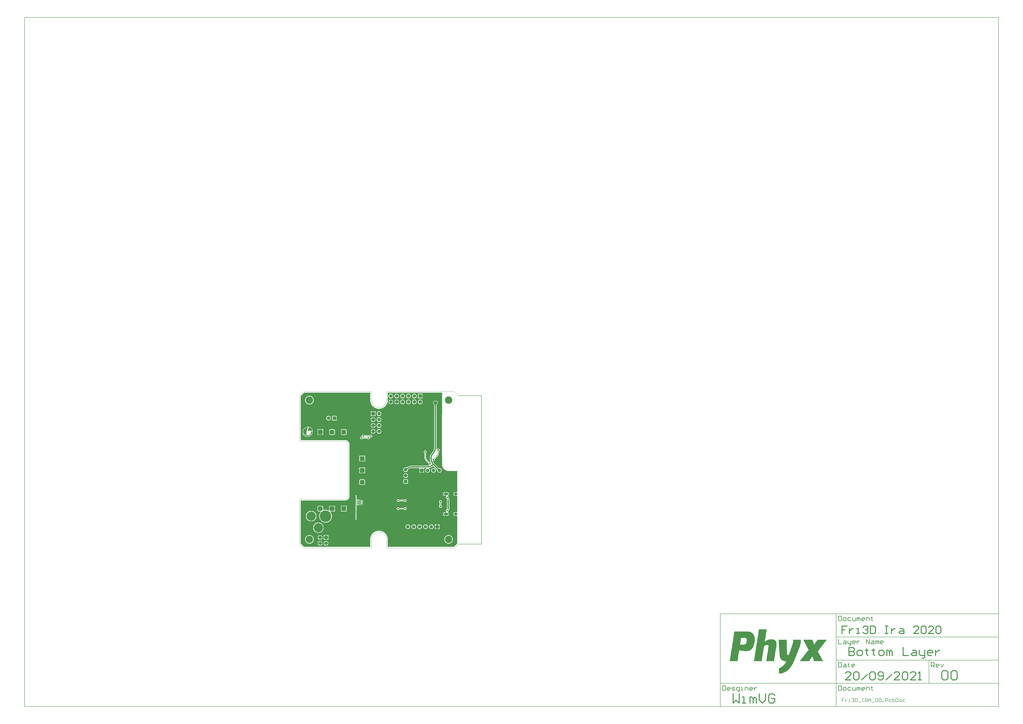
<source format=gbl>
G04*
G04 #@! TF.GenerationSoftware,Altium Limited,Altium Designer,21.7.0 (8)*
G04*
G04 Layer_Physical_Order=2*
G04 Layer_Color=40191*
%FSLAX25Y25*%
%MOIN*%
G70*
G04*
G04 #@! TF.SameCoordinates,1325804E-F4F0-4480-9AD4-437C1A0D12FC*
G04*
G04*
G04 #@! TF.FilePolarity,Positive*
G04*
G01*
G75*
%ADD10C,0.00591*%
%ADD11C,0.00984*%
%ADD12C,0.00787*%
%ADD13C,0.00394*%
%ADD14C,0.01575*%
%ADD16R,0.07874X0.07874*%
%ADD91C,0.01968*%
%ADD97C,0.05906*%
%ADD98R,0.05906X0.05906*%
%ADD99R,0.05906X0.05906*%
%ADD100C,0.06000*%
G04:AMPARAMS|DCode=101|XSize=60mil|YSize=60mil|CornerRadius=15mil|HoleSize=0mil|Usage=FLASHONLY|Rotation=270.000|XOffset=0mil|YOffset=0mil|HoleType=Round|Shape=RoundedRectangle|*
%AMROUNDEDRECTD101*
21,1,0.06000,0.03000,0,0,270.0*
21,1,0.03000,0.06000,0,0,270.0*
1,1,0.03000,-0.01500,-0.01500*
1,1,0.03000,-0.01500,0.01500*
1,1,0.03000,0.01500,0.01500*
1,1,0.03000,0.01500,-0.01500*
%
%ADD101ROUNDEDRECTD101*%
%ADD102C,0.15748*%
%ADD103C,0.19685*%
G04:AMPARAMS|DCode=104|XSize=78.74mil|YSize=78.74mil|CornerRadius=19.68mil|HoleSize=0mil|Usage=FLASHONLY|Rotation=180.000|XOffset=0mil|YOffset=0mil|HoleType=Round|Shape=RoundedRectangle|*
%AMROUNDEDRECTD104*
21,1,0.07874,0.03937,0,0,180.0*
21,1,0.03937,0.07874,0,0,180.0*
1,1,0.03937,-0.01968,0.01968*
1,1,0.03937,0.01968,0.01968*
1,1,0.03937,0.01968,-0.01968*
1,1,0.03937,-0.01968,-0.01968*
%
%ADD104ROUNDEDRECTD104*%
G04:AMPARAMS|DCode=105|XSize=78.74mil|YSize=78.74mil|CornerRadius=19.68mil|HoleSize=0mil|Usage=FLASHONLY|Rotation=270.000|XOffset=0mil|YOffset=0mil|HoleType=Round|Shape=RoundedRectangle|*
%AMROUNDEDRECTD105*
21,1,0.07874,0.03937,0,0,270.0*
21,1,0.03937,0.07874,0,0,270.0*
1,1,0.03937,-0.01968,-0.01968*
1,1,0.03937,-0.01968,0.01968*
1,1,0.03937,0.01968,0.01968*
1,1,0.03937,0.01968,-0.01968*
%
%ADD105ROUNDEDRECTD105*%
%ADD106R,0.07874X0.07874*%
%ADD107O,0.08268X0.03937*%
%ADD108O,0.06299X0.03937*%
%ADD109C,0.02559*%
%ADD110C,0.12598*%
%ADD111C,0.02756*%
G36*
X242078Y263741D02*
Y227134D01*
X242007Y227087D01*
X241790Y226762D01*
X241713Y226378D01*
Y155512D01*
X241790Y155128D01*
X242007Y154802D01*
X242078Y154755D01*
Y143701D01*
Y140511D01*
X242103Y140451D01*
X242090Y140386D01*
X242474Y138454D01*
X242511Y138400D01*
Y138335D01*
X243264Y136515D01*
X243311Y136468D01*
X243323Y136404D01*
X244418Y134766D01*
X244472Y134730D01*
X244497Y134669D01*
X245890Y133277D01*
X245951Y133252D01*
X245987Y133197D01*
X247625Y132103D01*
X247689Y132090D01*
X247735Y132044D01*
X249555Y131290D01*
X249621D01*
X249675Y131253D01*
X251607Y130869D01*
X251671Y130882D01*
X251732Y130857D01*
X267678D01*
Y95236D01*
X266908Y94704D01*
X266891Y94705D01*
X266132Y94805D01*
X265451D01*
Y91811D01*
Y88817D01*
X266132D01*
X266891Y88917D01*
X266908Y88918D01*
X267678Y88386D01*
Y61220D01*
X266908Y60688D01*
X266891Y60690D01*
X266132Y60789D01*
X265451D01*
Y57795D01*
Y54801D01*
X266132D01*
X266891Y54901D01*
X266908Y54903D01*
X267678Y54370D01*
Y7721D01*
X261964Y2007D01*
X149645Y2007D01*
Y14764D01*
X149637Y14803D01*
X149643Y14842D01*
X149604Y15846D01*
X149576Y15962D01*
X149581Y16082D01*
X149267Y18065D01*
X149212Y18214D01*
X149193Y18371D01*
X148573Y20280D01*
X148495Y20419D01*
X148452Y20571D01*
X147541Y22360D01*
X147442Y22485D01*
X147376Y22629D01*
X146196Y24253D01*
X146079Y24361D01*
X145991Y24493D01*
X144572Y25912D01*
X144440Y26001D01*
X144332Y26117D01*
X142708Y27297D01*
X142564Y27364D01*
X142439Y27462D01*
X140650Y28373D01*
X140498Y28416D01*
X140359Y28494D01*
X138450Y29114D01*
X138292Y29133D01*
X138144Y29188D01*
X136160Y29502D01*
X136002Y29496D01*
X135846Y29527D01*
X133839D01*
X133683Y29496D01*
X133525Y29502D01*
X131542Y29188D01*
X131393Y29133D01*
X131235Y29114D01*
X129326Y28494D01*
X129187Y28416D01*
X129035Y28373D01*
X127246Y27462D01*
X127121Y27364D01*
X126977Y27297D01*
X125353Y26117D01*
X125245Y26001D01*
X125113Y25912D01*
X123694Y24493D01*
X123606Y24361D01*
X123489Y24253D01*
X122309Y22629D01*
X122243Y22485D01*
X122144Y22360D01*
X121233Y20571D01*
X121190Y20419D01*
X121112Y20280D01*
X120492Y18371D01*
X120473Y18214D01*
X120419Y18065D01*
X120104Y16082D01*
X120109Y15962D01*
X120081Y15846D01*
X120042Y14842D01*
X120048Y14803D01*
X120040Y14764D01*
Y2007D01*
X7721Y2007D01*
X2007Y7721D01*
X2007Y80670D01*
X77677Y80670D01*
X77726Y80680D01*
X77776Y80673D01*
X78266Y80697D01*
X78410Y80733D01*
X78559D01*
X79520Y80924D01*
X79703Y81000D01*
X79897Y81038D01*
X80802Y81413D01*
X80967Y81523D01*
X81149Y81599D01*
X81964Y82143D01*
X82104Y82283D01*
X82268Y82393D01*
X82961Y83086D01*
X83071Y83250D01*
X83211Y83390D01*
X83755Y84205D01*
X83831Y84388D01*
X83941Y84552D01*
X84316Y85458D01*
X84355Y85652D01*
X84430Y85834D01*
X84622Y86796D01*
Y86944D01*
X84658Y87089D01*
X84682Y87579D01*
X84674Y87628D01*
X84684Y87677D01*
X84684Y176102D01*
X84674Y176151D01*
X84682Y176201D01*
X84658Y176691D01*
X84622Y176835D01*
Y176984D01*
X84430Y177945D01*
X84355Y178128D01*
X84316Y178322D01*
X83941Y179227D01*
X83831Y179392D01*
X83755Y179574D01*
X83211Y180389D01*
X83071Y180529D01*
X82961Y180693D01*
X82268Y181387D01*
X82104Y181496D01*
X81964Y181636D01*
X81149Y182181D01*
X80967Y182256D01*
X80802Y182366D01*
X79897Y182741D01*
X79703Y182780D01*
X79520Y182855D01*
X78559Y183047D01*
X78410D01*
X78266Y183083D01*
X77776Y183107D01*
X77726Y183100D01*
X77677Y183109D01*
X2007D01*
X2007Y258027D01*
X7721Y263741D01*
X120040D01*
Y250984D01*
X120048Y250945D01*
X120042Y250905D01*
X120081Y249902D01*
X120109Y249786D01*
X120104Y249666D01*
X120419Y247683D01*
X120473Y247534D01*
X120492Y247377D01*
X121112Y245467D01*
X121190Y245329D01*
X121233Y245177D01*
X122144Y243388D01*
X122243Y243263D01*
X122309Y243119D01*
X123489Y241495D01*
X123606Y241387D01*
X123694Y241255D01*
X125113Y239836D01*
X125245Y239747D01*
X125353Y239631D01*
X126977Y238451D01*
X127121Y238384D01*
X127246Y238286D01*
X129035Y237375D01*
X129187Y237332D01*
X129326Y237254D01*
X131235Y236634D01*
X131393Y236615D01*
X131542Y236560D01*
X133525Y236246D01*
X133683Y236252D01*
X133839Y236221D01*
X135846D01*
X136002Y236252D01*
X136160Y236246D01*
X138144Y236560D01*
X138292Y236615D01*
X138450Y236634D01*
X140359Y237254D01*
X140498Y237332D01*
X140650Y237375D01*
X142439Y238286D01*
X142564Y238384D01*
X142708Y238451D01*
X144332Y239631D01*
X144440Y239747D01*
X144572Y239836D01*
X145991Y241255D01*
X146079Y241387D01*
X146196Y241495D01*
X147376Y243119D01*
X147442Y243263D01*
X147541Y243388D01*
X148452Y245177D01*
X148495Y245329D01*
X148573Y245467D01*
X149193Y247377D01*
X149212Y247534D01*
X149267Y247683D01*
X149581Y249666D01*
X149576Y249786D01*
X149604Y249902D01*
X149643Y250905D01*
X149637Y250945D01*
X149645Y250984D01*
Y263741D01*
X242078Y263741D01*
D02*
G37*
G36*
X895101Y-155808D02*
X894814D01*
Y-156094D01*
X894528D01*
Y-156380D01*
Y-156667D01*
X894242D01*
Y-156953D01*
X893955D01*
Y-157239D01*
X893669D01*
Y-157526D01*
Y-157812D01*
X893383D01*
Y-158098D01*
X893096D01*
Y-158385D01*
X892810D01*
Y-158671D01*
X892524D01*
Y-158957D01*
Y-159244D01*
X892237D01*
Y-159530D01*
X891951D01*
Y-159816D01*
X891665D01*
Y-160102D01*
Y-160389D01*
X891378D01*
Y-160675D01*
X891092D01*
Y-160961D01*
X890806D01*
Y-161248D01*
X890520D01*
Y-161534D01*
Y-161820D01*
X890233D01*
Y-162107D01*
X889947D01*
Y-162393D01*
X889661D01*
Y-162679D01*
Y-162966D01*
X889374D01*
Y-163252D01*
X889088D01*
Y-163538D01*
X888802D01*
Y-163824D01*
Y-164111D01*
X888515D01*
Y-164397D01*
X888229D01*
Y-164683D01*
X887943D01*
Y-164970D01*
X887656D01*
Y-165256D01*
Y-165542D01*
X887370D01*
Y-165829D01*
X887084D01*
Y-166115D01*
X886798D01*
Y-166401D01*
Y-166688D01*
X886511D01*
Y-166974D01*
X886225D01*
Y-167260D01*
X885939D01*
Y-167547D01*
Y-167833D01*
X885652D01*
Y-168119D01*
X885366D01*
Y-168405D01*
X885080D01*
Y-168692D01*
X884793D01*
Y-168978D01*
Y-169264D01*
X884507D01*
Y-169551D01*
X884221D01*
Y-169837D01*
X883934D01*
Y-170123D01*
Y-170410D01*
X883648D01*
Y-170696D01*
X883362D01*
Y-170982D01*
X883076D01*
Y-171269D01*
Y-171555D01*
X882789D01*
Y-171841D01*
X882503D01*
Y-172127D01*
X882216D01*
Y-172414D01*
X881930D01*
Y-172700D01*
Y-172986D01*
X881644D01*
Y-173273D01*
X881358D01*
Y-173559D01*
X881071D01*
Y-173845D01*
Y-174132D01*
X880785D01*
Y-174418D01*
X880499D01*
Y-174704D01*
X880212D01*
Y-174991D01*
X879926D01*
Y-175277D01*
Y-175563D01*
X880212D01*
Y-175850D01*
Y-176136D01*
X880499D01*
Y-176422D01*
Y-176709D01*
X880785D01*
Y-176995D01*
X881071D01*
Y-177281D01*
Y-177568D01*
X881358D01*
Y-177854D01*
Y-178140D01*
X881644D01*
Y-178426D01*
Y-178713D01*
X881930D01*
Y-178999D01*
Y-179285D01*
X882216D01*
Y-179572D01*
Y-179858D01*
X882503D01*
Y-180144D01*
Y-180431D01*
X882789D01*
Y-180717D01*
Y-181003D01*
X883076D01*
Y-181290D01*
Y-181576D01*
X883362D01*
Y-181862D01*
X883648D01*
Y-182149D01*
Y-182435D01*
X883934D01*
Y-182721D01*
Y-183007D01*
X884221D01*
Y-183294D01*
Y-183580D01*
X884507D01*
Y-183866D01*
Y-184153D01*
X884793D01*
Y-184439D01*
Y-184725D01*
X885080D01*
Y-185012D01*
Y-185298D01*
X885366D01*
Y-185584D01*
Y-185871D01*
X885652D01*
Y-186157D01*
X885939D01*
Y-186443D01*
Y-186730D01*
X886225D01*
Y-187016D01*
Y-187302D01*
X886511D01*
Y-187588D01*
Y-187875D01*
X886798D01*
Y-188161D01*
Y-188447D01*
X887084D01*
Y-188734D01*
Y-189020D01*
X887370D01*
Y-189306D01*
Y-189593D01*
X887656D01*
Y-189879D01*
Y-190165D01*
X887943D01*
Y-190452D01*
X888229D01*
Y-190738D01*
Y-191024D01*
X888515D01*
Y-191311D01*
Y-191597D01*
X888802D01*
Y-191883D01*
X873627D01*
Y-191597D01*
X873341D01*
Y-191311D01*
Y-191024D01*
Y-190738D01*
X873055D01*
Y-190452D01*
Y-190165D01*
Y-189879D01*
X872768D01*
Y-189593D01*
Y-189306D01*
X872482D01*
Y-189020D01*
Y-188734D01*
Y-188447D01*
X872196D01*
Y-188161D01*
Y-187875D01*
Y-187588D01*
X871909D01*
Y-187302D01*
Y-187016D01*
X871623D01*
Y-186730D01*
Y-186443D01*
Y-186157D01*
X871337D01*
Y-185871D01*
Y-185584D01*
Y-185298D01*
X871050D01*
Y-185012D01*
Y-184725D01*
Y-184439D01*
X870764D01*
Y-184153D01*
X870191D01*
Y-184439D01*
Y-184725D01*
X869905D01*
Y-185012D01*
X869619D01*
Y-185298D01*
Y-185584D01*
X869332D01*
Y-185871D01*
X869046D01*
Y-186157D01*
Y-186443D01*
X868760D01*
Y-186730D01*
X868474D01*
Y-187016D01*
Y-187302D01*
X868187D01*
Y-187588D01*
X867901D01*
Y-187875D01*
X867615D01*
Y-188161D01*
Y-188447D01*
X867328D01*
Y-188734D01*
X867042D01*
Y-189020D01*
Y-189306D01*
X866756D01*
Y-189593D01*
X866469D01*
Y-189879D01*
Y-190165D01*
X866183D01*
Y-190452D01*
X865897D01*
Y-190738D01*
Y-191024D01*
X865610D01*
Y-191311D01*
X865324D01*
Y-191597D01*
Y-191883D01*
X849290D01*
Y-191597D01*
X849577D01*
Y-191311D01*
X849863D01*
Y-191024D01*
X850150D01*
Y-190738D01*
X850436D01*
Y-190452D01*
Y-190165D01*
X850722D01*
Y-189879D01*
X851008D01*
Y-189593D01*
X851295D01*
Y-189306D01*
X851581D01*
Y-189020D01*
Y-188734D01*
X851867D01*
Y-188447D01*
X852154D01*
Y-188161D01*
X852440D01*
Y-187875D01*
Y-187588D01*
X852726D01*
Y-187302D01*
X853013D01*
Y-187016D01*
X853299D01*
Y-186730D01*
X853585D01*
Y-186443D01*
Y-186157D01*
X853872D01*
Y-185871D01*
X854158D01*
Y-185584D01*
X854444D01*
Y-185298D01*
X854731D01*
Y-185012D01*
Y-184725D01*
X855017D01*
Y-184439D01*
X855303D01*
Y-184153D01*
X855589D01*
Y-183866D01*
Y-183580D01*
X855876D01*
Y-183294D01*
X856162D01*
Y-183007D01*
X856448D01*
Y-182721D01*
X856735D01*
Y-182435D01*
Y-182149D01*
X857021D01*
Y-181862D01*
X857307D01*
Y-181576D01*
X857594D01*
Y-181290D01*
Y-181003D01*
X857880D01*
Y-180717D01*
X858166D01*
Y-180431D01*
X858453D01*
Y-180144D01*
X858739D01*
Y-179858D01*
Y-179572D01*
X859025D01*
Y-179285D01*
X859311D01*
Y-178999D01*
X859598D01*
Y-178713D01*
Y-178426D01*
X859884D01*
Y-178140D01*
X860170D01*
Y-177854D01*
X860457D01*
Y-177568D01*
X860743D01*
Y-177281D01*
Y-176995D01*
X861029D01*
Y-176709D01*
X861316D01*
Y-176422D01*
X861602D01*
Y-176136D01*
X861888D01*
Y-175850D01*
Y-175563D01*
X862175D01*
Y-175277D01*
X862461D01*
Y-174991D01*
X862747D01*
Y-174704D01*
Y-174418D01*
X863034D01*
Y-174132D01*
X863320D01*
Y-173845D01*
X863606D01*
Y-173559D01*
X863892D01*
Y-173273D01*
Y-172986D01*
X864179D01*
Y-172700D01*
Y-172414D01*
Y-172127D01*
X863892D01*
Y-171841D01*
X863606D01*
Y-171555D01*
Y-171269D01*
X863320D01*
Y-170982D01*
Y-170696D01*
X863034D01*
Y-170410D01*
Y-170123D01*
X862747D01*
Y-169837D01*
Y-169551D01*
X862461D01*
Y-169264D01*
Y-168978D01*
X862175D01*
Y-168692D01*
Y-168405D01*
X861888D01*
Y-168119D01*
X861602D01*
Y-167833D01*
Y-167547D01*
X861316D01*
Y-167260D01*
Y-166974D01*
X861029D01*
Y-166688D01*
Y-166401D01*
X860743D01*
Y-166115D01*
Y-165829D01*
X860457D01*
Y-165542D01*
Y-165256D01*
X860170D01*
Y-164970D01*
Y-164683D01*
X859884D01*
Y-164397D01*
X859598D01*
Y-164111D01*
Y-163824D01*
X859311D01*
Y-163538D01*
Y-163252D01*
X859025D01*
Y-162966D01*
Y-162679D01*
X858739D01*
Y-162393D01*
Y-162107D01*
X858453D01*
Y-161820D01*
Y-161534D01*
X858166D01*
Y-161248D01*
Y-160961D01*
X857880D01*
Y-160675D01*
Y-160389D01*
X857594D01*
Y-160102D01*
X857307D01*
Y-159816D01*
Y-159530D01*
X857021D01*
Y-159244D01*
Y-158957D01*
X856735D01*
Y-158671D01*
Y-158385D01*
X856448D01*
Y-158098D01*
Y-157812D01*
X856162D01*
Y-157526D01*
Y-157239D01*
X855876D01*
Y-156953D01*
Y-156667D01*
X855589D01*
Y-156380D01*
X855303D01*
Y-156094D01*
Y-155808D01*
X855017D01*
Y-155521D01*
X870764D01*
Y-155808D01*
X871050D01*
Y-156094D01*
Y-156380D01*
Y-156667D01*
X871337D01*
Y-156953D01*
Y-157239D01*
Y-157526D01*
X871623D01*
Y-157812D01*
Y-158098D01*
Y-158385D01*
X871909D01*
Y-158671D01*
Y-158957D01*
Y-159244D01*
X872196D01*
Y-159530D01*
Y-159816D01*
Y-160102D01*
X872482D01*
Y-160389D01*
Y-160675D01*
Y-160961D01*
X872768D01*
Y-161248D01*
Y-161534D01*
Y-161820D01*
X873055D01*
Y-162107D01*
Y-162393D01*
Y-162679D01*
X873341D01*
Y-162966D01*
Y-163252D01*
Y-163538D01*
Y-163824D01*
X873913D01*
Y-163538D01*
X874200D01*
Y-163252D01*
X874486D01*
Y-162966D01*
Y-162679D01*
X874772D01*
Y-162393D01*
X875059D01*
Y-162107D01*
Y-161820D01*
X875345D01*
Y-161534D01*
X875631D01*
Y-161248D01*
Y-160961D01*
X875918D01*
Y-160675D01*
X876204D01*
Y-160389D01*
Y-160102D01*
X876490D01*
Y-159816D01*
X876777D01*
Y-159530D01*
Y-159244D01*
X877063D01*
Y-158957D01*
X877349D01*
Y-158671D01*
Y-158385D01*
X877635D01*
Y-158098D01*
X877922D01*
Y-157812D01*
Y-157526D01*
X878208D01*
Y-157239D01*
X878494D01*
Y-156953D01*
Y-156667D01*
X878781D01*
Y-156380D01*
X879067D01*
Y-156094D01*
Y-155808D01*
X879353D01*
Y-155521D01*
X895101D01*
Y-155808D01*
D02*
G37*
G36*
X761965Y-141778D02*
X763683D01*
Y-142065D01*
X764542D01*
Y-142351D01*
X765401D01*
Y-142637D01*
X766260D01*
Y-142924D01*
X766832D01*
Y-143210D01*
X767119D01*
Y-143496D01*
X767691D01*
Y-143783D01*
X767978D01*
Y-144069D01*
X768550D01*
Y-144355D01*
X768837D01*
Y-144641D01*
X769123D01*
Y-144928D01*
X769409D01*
Y-145214D01*
X769696D01*
Y-145501D01*
X769982D01*
Y-145787D01*
X770268D01*
Y-146073D01*
Y-146359D01*
X770554D01*
Y-146646D01*
X770841D01*
Y-146932D01*
Y-147218D01*
X771127D01*
Y-147505D01*
X771414D01*
Y-147791D01*
Y-148077D01*
X771700D01*
Y-148364D01*
Y-148650D01*
Y-148936D01*
X771986D01*
Y-149223D01*
Y-149509D01*
Y-149795D01*
X772272D01*
Y-150082D01*
Y-150368D01*
Y-150654D01*
Y-150940D01*
X772559D01*
Y-151227D01*
Y-151513D01*
Y-151799D01*
Y-152086D01*
Y-152372D01*
X772845D01*
Y-152658D01*
Y-152945D01*
Y-153231D01*
Y-153517D01*
Y-153804D01*
Y-154090D01*
Y-154376D01*
Y-154663D01*
Y-154949D01*
Y-155235D01*
Y-155521D01*
Y-155808D01*
Y-156094D01*
Y-156380D01*
Y-156667D01*
Y-156953D01*
Y-157239D01*
Y-157526D01*
Y-157812D01*
Y-158098D01*
X772559D01*
Y-158385D01*
Y-158671D01*
Y-158957D01*
Y-159244D01*
Y-159530D01*
Y-159816D01*
Y-160102D01*
X772272D01*
Y-160389D01*
Y-160675D01*
Y-160961D01*
Y-161248D01*
Y-161534D01*
X771986D01*
Y-161820D01*
Y-162107D01*
Y-162393D01*
Y-162679D01*
Y-162966D01*
X771700D01*
Y-163252D01*
Y-163538D01*
Y-163824D01*
X771414D01*
Y-164111D01*
Y-164397D01*
Y-164683D01*
Y-164970D01*
X771127D01*
Y-165256D01*
Y-165542D01*
Y-165829D01*
X770841D01*
Y-166115D01*
Y-166401D01*
X770554D01*
Y-166688D01*
Y-166974D01*
Y-167260D01*
X770268D01*
Y-167547D01*
Y-167833D01*
X769982D01*
Y-168119D01*
Y-168405D01*
X769696D01*
Y-168692D01*
Y-168978D01*
X769409D01*
Y-169264D01*
X769123D01*
Y-169551D01*
Y-169837D01*
X768837D01*
Y-170123D01*
X768550D01*
Y-170410D01*
X768264D01*
Y-170696D01*
Y-170982D01*
X767978D01*
Y-171269D01*
X767691D01*
Y-171555D01*
X767405D01*
Y-171841D01*
X767119D01*
Y-172127D01*
X766832D01*
Y-172414D01*
X766260D01*
Y-172700D01*
X765974D01*
Y-172986D01*
X765401D01*
Y-173273D01*
X765115D01*
Y-173559D01*
X764542D01*
Y-173845D01*
X763683D01*
Y-174132D01*
X762824D01*
Y-174418D01*
X761965D01*
Y-174704D01*
X760247D01*
Y-174991D01*
X755094D01*
Y-174704D01*
X752517D01*
Y-174418D01*
X750513D01*
Y-174132D01*
X749081D01*
Y-173845D01*
X747649D01*
Y-173559D01*
X746218D01*
Y-173845D01*
Y-174132D01*
Y-174418D01*
Y-174704D01*
Y-174991D01*
Y-175277D01*
Y-175563D01*
X745932D01*
Y-175850D01*
Y-176136D01*
Y-176422D01*
Y-176709D01*
Y-176995D01*
Y-177281D01*
X745645D01*
Y-177568D01*
Y-177854D01*
Y-178140D01*
Y-178426D01*
Y-178713D01*
Y-178999D01*
X745359D01*
Y-179285D01*
Y-179572D01*
Y-179858D01*
Y-180144D01*
Y-180431D01*
Y-180717D01*
Y-181003D01*
X745073D01*
Y-181290D01*
Y-181576D01*
Y-181862D01*
Y-182149D01*
Y-182435D01*
Y-182721D01*
X744786D01*
Y-183007D01*
Y-183294D01*
Y-183580D01*
Y-183866D01*
Y-184153D01*
Y-184439D01*
X744500D01*
Y-184725D01*
Y-185012D01*
Y-185298D01*
Y-185584D01*
Y-185871D01*
Y-186157D01*
Y-186443D01*
X744214D01*
Y-186730D01*
Y-187016D01*
Y-187302D01*
Y-187588D01*
Y-187875D01*
Y-188161D01*
X743927D01*
Y-188447D01*
Y-188734D01*
Y-189020D01*
Y-189306D01*
Y-189593D01*
Y-189879D01*
X743641D01*
Y-190165D01*
Y-190452D01*
Y-190738D01*
Y-191024D01*
Y-191311D01*
Y-191597D01*
Y-191883D01*
X730184D01*
Y-191597D01*
X730471D01*
Y-191311D01*
Y-191024D01*
Y-190738D01*
Y-190452D01*
Y-190165D01*
X730757D01*
Y-189879D01*
Y-189593D01*
Y-189306D01*
Y-189020D01*
Y-188734D01*
Y-188447D01*
Y-188161D01*
X731043D01*
Y-187875D01*
Y-187588D01*
Y-187302D01*
Y-187016D01*
Y-186730D01*
Y-186443D01*
X731330D01*
Y-186157D01*
Y-185871D01*
Y-185584D01*
Y-185298D01*
Y-185012D01*
Y-184725D01*
X731616D01*
Y-184439D01*
Y-184153D01*
Y-183866D01*
Y-183580D01*
Y-183294D01*
Y-183007D01*
Y-182721D01*
X731902D01*
Y-182435D01*
Y-182149D01*
Y-181862D01*
Y-181576D01*
Y-181290D01*
Y-181003D01*
X732189D01*
Y-180717D01*
Y-180431D01*
Y-180144D01*
Y-179858D01*
Y-179572D01*
Y-179285D01*
X732475D01*
Y-178999D01*
Y-178713D01*
Y-178426D01*
Y-178140D01*
Y-177854D01*
Y-177568D01*
X732761D01*
Y-177281D01*
Y-176995D01*
Y-176709D01*
Y-176422D01*
Y-176136D01*
Y-175850D01*
Y-175563D01*
X733047D01*
Y-175277D01*
Y-174991D01*
Y-174704D01*
Y-174418D01*
Y-174132D01*
Y-173845D01*
X733334D01*
Y-173559D01*
Y-173273D01*
Y-172986D01*
Y-172700D01*
Y-172414D01*
Y-172127D01*
X733620D01*
Y-171841D01*
Y-171555D01*
Y-171269D01*
Y-170982D01*
Y-170696D01*
Y-170410D01*
X733907D01*
Y-170123D01*
Y-169837D01*
Y-169551D01*
Y-169264D01*
Y-168978D01*
Y-168692D01*
Y-168405D01*
X734193D01*
Y-168119D01*
Y-167833D01*
Y-167547D01*
Y-167260D01*
Y-166974D01*
Y-166688D01*
X734479D01*
Y-166401D01*
Y-166115D01*
Y-165829D01*
Y-165542D01*
Y-165256D01*
Y-164970D01*
X734765D01*
Y-164683D01*
Y-164397D01*
Y-164111D01*
Y-163824D01*
Y-163538D01*
Y-163252D01*
Y-162966D01*
X735052D01*
Y-162679D01*
Y-162393D01*
Y-162107D01*
Y-161820D01*
Y-161534D01*
Y-161248D01*
X735338D01*
Y-160961D01*
Y-160675D01*
Y-160389D01*
Y-160102D01*
Y-159816D01*
Y-159530D01*
X735624D01*
Y-159244D01*
Y-158957D01*
Y-158671D01*
Y-158385D01*
Y-158098D01*
Y-157812D01*
X735911D01*
Y-157526D01*
Y-157239D01*
Y-156953D01*
Y-156667D01*
Y-156380D01*
Y-156094D01*
Y-155808D01*
X736197D01*
Y-155521D01*
Y-155235D01*
Y-154949D01*
Y-154663D01*
Y-154376D01*
Y-154090D01*
X736483D01*
Y-153804D01*
Y-153517D01*
Y-153231D01*
Y-152945D01*
Y-152658D01*
Y-152372D01*
X736770D01*
Y-152086D01*
Y-151799D01*
Y-151513D01*
Y-151227D01*
Y-150940D01*
Y-150654D01*
Y-150368D01*
X737056D01*
Y-150082D01*
Y-149795D01*
Y-149509D01*
Y-149223D01*
Y-148936D01*
Y-148650D01*
X737342D01*
Y-148364D01*
Y-148077D01*
Y-147791D01*
Y-147505D01*
Y-147218D01*
Y-146932D01*
X737629D01*
Y-146646D01*
Y-146359D01*
Y-146073D01*
Y-145787D01*
Y-145501D01*
Y-145214D01*
Y-144928D01*
X737915D01*
Y-144641D01*
Y-144355D01*
Y-144069D01*
Y-143783D01*
Y-143496D01*
Y-143210D01*
X738201D01*
Y-142924D01*
Y-142637D01*
Y-142351D01*
Y-142065D01*
Y-141778D01*
Y-141492D01*
X761965D01*
Y-141778D01*
D02*
G37*
G36*
X851008Y-155808D02*
Y-156094D01*
Y-156380D01*
Y-156667D01*
Y-156953D01*
Y-157239D01*
Y-157526D01*
Y-157812D01*
Y-158098D01*
Y-158385D01*
Y-158671D01*
Y-158957D01*
Y-159244D01*
Y-159530D01*
Y-159816D01*
Y-160102D01*
Y-160389D01*
Y-160675D01*
Y-160961D01*
Y-161248D01*
Y-161534D01*
X850722D01*
Y-161820D01*
Y-162107D01*
Y-162393D01*
Y-162679D01*
Y-162966D01*
X850436D01*
Y-163252D01*
Y-163538D01*
Y-163824D01*
Y-164111D01*
X850150D01*
Y-164397D01*
Y-164683D01*
Y-164970D01*
Y-165256D01*
X849863D01*
Y-165542D01*
Y-165829D01*
Y-166115D01*
X849577D01*
Y-166401D01*
Y-166688D01*
Y-166974D01*
X849290D01*
Y-167260D01*
Y-167547D01*
Y-167833D01*
X849004D01*
Y-168119D01*
Y-168405D01*
Y-168692D01*
X848718D01*
Y-168978D01*
Y-169264D01*
X848432D01*
Y-169551D01*
Y-169837D01*
X848145D01*
Y-170123D01*
Y-170410D01*
Y-170696D01*
X847859D01*
Y-170982D01*
Y-171269D01*
X847573D01*
Y-171555D01*
Y-171841D01*
Y-172127D01*
X847286D01*
Y-172414D01*
Y-172700D01*
X847000D01*
Y-172986D01*
Y-173273D01*
Y-173559D01*
X846714D01*
Y-173845D01*
Y-174132D01*
X846427D01*
Y-174418D01*
Y-174704D01*
Y-174991D01*
X846141D01*
Y-175277D01*
Y-175563D01*
X845855D01*
Y-175850D01*
Y-176136D01*
Y-176422D01*
X845568D01*
Y-176709D01*
Y-176995D01*
X845282D01*
Y-177281D01*
Y-177568D01*
Y-177854D01*
X844996D01*
Y-178140D01*
Y-178426D01*
X844709D01*
Y-178713D01*
Y-178999D01*
Y-179285D01*
X844423D01*
Y-179572D01*
Y-179858D01*
X844137D01*
Y-180144D01*
Y-180431D01*
Y-180717D01*
X843851D01*
Y-181003D01*
Y-181290D01*
X843564D01*
Y-181576D01*
Y-181862D01*
Y-182149D01*
X843278D01*
Y-182435D01*
Y-182721D01*
X842992D01*
Y-183007D01*
Y-183294D01*
Y-183580D01*
X842705D01*
Y-183866D01*
Y-184153D01*
X842419D01*
Y-184439D01*
Y-184725D01*
Y-185012D01*
X842133D01*
Y-185298D01*
Y-185584D01*
X841846D01*
Y-185871D01*
Y-186157D01*
Y-186443D01*
X841560D01*
Y-186730D01*
Y-187016D01*
X841274D01*
Y-187302D01*
Y-187588D01*
Y-187875D01*
X840987D01*
Y-188161D01*
Y-188447D01*
X840701D01*
Y-188734D01*
Y-189020D01*
Y-189306D01*
X840415D01*
Y-189593D01*
Y-189879D01*
X840129D01*
Y-190165D01*
Y-190452D01*
Y-190738D01*
X839842D01*
Y-191024D01*
Y-191311D01*
X839556D01*
Y-191597D01*
Y-191883D01*
Y-192169D01*
X839270D01*
Y-192456D01*
Y-192742D01*
X838983D01*
Y-193028D01*
Y-193315D01*
X838697D01*
Y-193601D01*
Y-193887D01*
X838411D01*
Y-194174D01*
Y-194460D01*
Y-194746D01*
X838124D01*
Y-195033D01*
X837838D01*
Y-195319D01*
Y-195605D01*
Y-195891D01*
X837552D01*
Y-196178D01*
X837265D01*
Y-196464D01*
Y-196750D01*
X836979D01*
Y-197037D01*
Y-197323D01*
X836693D01*
Y-197609D01*
Y-197896D01*
X836407D01*
Y-198182D01*
Y-198468D01*
X836120D01*
Y-198755D01*
X835834D01*
Y-199041D01*
Y-199327D01*
X835548D01*
Y-199614D01*
Y-199900D01*
X835261D01*
Y-200186D01*
X834975D01*
Y-200472D01*
X834689D01*
Y-200759D01*
Y-201045D01*
X834402D01*
Y-201331D01*
X834116D01*
Y-201618D01*
Y-201904D01*
X833830D01*
Y-202190D01*
X833543D01*
Y-202477D01*
X833257D01*
Y-202763D01*
Y-203049D01*
X832971D01*
Y-203336D01*
X832684D01*
Y-203622D01*
X832398D01*
Y-203908D01*
X832112D01*
Y-204195D01*
X831826D01*
Y-204481D01*
Y-204767D01*
X831539D01*
Y-205053D01*
X831253D01*
Y-205340D01*
X830966D01*
Y-205626D01*
X830680D01*
Y-205912D01*
X830394D01*
Y-206199D01*
X830108D01*
Y-206485D01*
X829821D01*
Y-206771D01*
X829249D01*
Y-207058D01*
X828962D01*
Y-207344D01*
X828676D01*
Y-207630D01*
X828390D01*
Y-207917D01*
X828103D01*
Y-208203D01*
X827531D01*
Y-208489D01*
X827244D01*
Y-208776D01*
X826672D01*
Y-209062D01*
X826385D01*
Y-209348D01*
X825813D01*
Y-209634D01*
X825527D01*
Y-209921D01*
X824954D01*
Y-210207D01*
X824381D01*
Y-210493D01*
X823809D01*
Y-210780D01*
X823236D01*
Y-211066D01*
X822663D01*
Y-211352D01*
X821805D01*
Y-211639D01*
X821232D01*
Y-211925D01*
X820373D01*
Y-212211D01*
X819228D01*
Y-212498D01*
X818082D01*
Y-212784D01*
X816365D01*
Y-213070D01*
X814360D01*
Y-213357D01*
X814074D01*
Y-213070D01*
Y-212784D01*
Y-212498D01*
Y-212211D01*
Y-211925D01*
Y-211639D01*
Y-211352D01*
Y-211066D01*
Y-210780D01*
Y-210493D01*
Y-210207D01*
Y-209921D01*
Y-209634D01*
Y-209348D01*
Y-209062D01*
Y-208776D01*
Y-208489D01*
Y-208203D01*
Y-207917D01*
Y-207630D01*
Y-207344D01*
Y-207058D01*
Y-206771D01*
Y-206485D01*
Y-206199D01*
Y-205912D01*
Y-205626D01*
Y-205340D01*
Y-205053D01*
Y-204767D01*
Y-204481D01*
Y-204195D01*
Y-203908D01*
X814647D01*
Y-203622D01*
X815219D01*
Y-203336D01*
X815792D01*
Y-203049D01*
X816365D01*
Y-202763D01*
X816937D01*
Y-202477D01*
X817510D01*
Y-202190D01*
X817796D01*
Y-201904D01*
X818369D01*
Y-201618D01*
X818655D01*
Y-201331D01*
X819228D01*
Y-201045D01*
X819514D01*
Y-200759D01*
X819800D01*
Y-200472D01*
X820373D01*
Y-200186D01*
X820659D01*
Y-199900D01*
X820946D01*
Y-199614D01*
X821232D01*
Y-199327D01*
X821518D01*
Y-199041D01*
X821805D01*
Y-198755D01*
X822091D01*
Y-198468D01*
X822377D01*
Y-198182D01*
X822663D01*
Y-197896D01*
X822950D01*
Y-197609D01*
X823236D01*
Y-197323D01*
X823522D01*
Y-197037D01*
Y-196750D01*
X823809D01*
Y-196464D01*
X824095D01*
Y-196178D01*
X824381D01*
Y-195891D01*
Y-195605D01*
X824668D01*
Y-195319D01*
X824954D01*
Y-195033D01*
Y-194746D01*
X825240D01*
Y-194460D01*
Y-194174D01*
X825527D01*
Y-193887D01*
X825813D01*
Y-193601D01*
Y-193315D01*
X826099D01*
Y-193028D01*
Y-192742D01*
X826385D01*
Y-192456D01*
Y-192169D01*
X824668D01*
Y-191883D01*
X822663D01*
Y-191597D01*
X821518D01*
Y-191311D01*
X820946D01*
Y-191024D01*
X820087D01*
Y-190738D01*
X819514D01*
Y-190452D01*
X819228D01*
Y-190165D01*
X818655D01*
Y-189879D01*
X818369D01*
Y-189593D01*
X818082D01*
Y-189306D01*
X817796D01*
Y-189020D01*
X817510D01*
Y-188734D01*
X817223D01*
Y-188447D01*
Y-188161D01*
X816937D01*
Y-187875D01*
X816651D01*
Y-187588D01*
Y-187302D01*
X816365D01*
Y-187016D01*
Y-186730D01*
X816078D01*
Y-186443D01*
Y-186157D01*
X815792D01*
Y-185871D01*
Y-185584D01*
Y-185298D01*
X815506D01*
Y-185012D01*
Y-184725D01*
Y-184439D01*
Y-184153D01*
X815219D01*
Y-183866D01*
Y-183580D01*
Y-183294D01*
Y-183007D01*
Y-182721D01*
Y-182435D01*
Y-182149D01*
X814933D01*
Y-181862D01*
Y-181576D01*
Y-181290D01*
Y-181003D01*
Y-180717D01*
Y-180431D01*
Y-180144D01*
Y-179858D01*
Y-179572D01*
Y-179285D01*
Y-178999D01*
Y-178713D01*
Y-178426D01*
Y-178140D01*
Y-177854D01*
X814647D01*
Y-177568D01*
Y-177281D01*
Y-176995D01*
Y-176709D01*
Y-176422D01*
Y-176136D01*
Y-175850D01*
Y-175563D01*
Y-175277D01*
Y-174991D01*
Y-174704D01*
Y-174418D01*
Y-174132D01*
Y-173845D01*
Y-173559D01*
X814360D01*
Y-173273D01*
Y-172986D01*
Y-172700D01*
Y-172414D01*
Y-172127D01*
Y-171841D01*
Y-171555D01*
Y-171269D01*
Y-170982D01*
Y-170696D01*
Y-170410D01*
Y-170123D01*
Y-169837D01*
Y-169551D01*
Y-169264D01*
Y-168978D01*
X814074D01*
Y-168692D01*
Y-168405D01*
Y-168119D01*
Y-167833D01*
Y-167547D01*
Y-167260D01*
Y-166974D01*
Y-166688D01*
Y-166401D01*
Y-166115D01*
Y-165829D01*
Y-165542D01*
Y-165256D01*
Y-164970D01*
Y-164683D01*
Y-164397D01*
X813788D01*
Y-164111D01*
Y-163824D01*
Y-163538D01*
Y-163252D01*
Y-162966D01*
Y-162679D01*
Y-162393D01*
Y-162107D01*
Y-161820D01*
Y-161534D01*
Y-161248D01*
Y-160961D01*
Y-160675D01*
Y-160389D01*
X813501D01*
Y-160102D01*
Y-159816D01*
Y-159530D01*
Y-159244D01*
Y-158957D01*
Y-158671D01*
Y-158385D01*
Y-158098D01*
Y-157812D01*
Y-157526D01*
Y-157239D01*
Y-156953D01*
Y-156667D01*
Y-156380D01*
Y-156094D01*
Y-155808D01*
X813215D01*
Y-155521D01*
X826958D01*
Y-155808D01*
Y-156094D01*
Y-156380D01*
Y-156667D01*
Y-156953D01*
Y-157239D01*
Y-157526D01*
Y-157812D01*
Y-158098D01*
Y-158385D01*
Y-158671D01*
Y-158957D01*
Y-159244D01*
Y-159530D01*
X827244D01*
Y-159816D01*
Y-160102D01*
Y-160389D01*
Y-160675D01*
Y-160961D01*
Y-161248D01*
Y-161534D01*
Y-161820D01*
Y-162107D01*
Y-162393D01*
Y-162679D01*
Y-162966D01*
Y-163252D01*
Y-163538D01*
Y-163824D01*
Y-164111D01*
Y-164397D01*
Y-164683D01*
Y-164970D01*
Y-165256D01*
Y-165542D01*
Y-165829D01*
Y-166115D01*
Y-166401D01*
Y-166688D01*
Y-166974D01*
Y-167260D01*
Y-167547D01*
Y-167833D01*
Y-168119D01*
Y-168405D01*
Y-168692D01*
Y-168978D01*
Y-169264D01*
Y-169551D01*
Y-169837D01*
Y-170123D01*
Y-170410D01*
Y-170696D01*
Y-170982D01*
Y-171269D01*
X827531D01*
Y-171555D01*
X827244D01*
Y-171841D01*
Y-172127D01*
X827531D01*
Y-172414D01*
Y-172700D01*
Y-172986D01*
Y-173273D01*
Y-173559D01*
Y-173845D01*
Y-174132D01*
Y-174418D01*
Y-174704D01*
Y-174991D01*
Y-175277D01*
Y-175563D01*
Y-175850D01*
Y-176136D01*
Y-176422D01*
Y-176709D01*
Y-176995D01*
Y-177281D01*
Y-177568D01*
Y-177854D01*
Y-178140D01*
Y-178426D01*
Y-178713D01*
Y-178999D01*
Y-179285D01*
Y-179572D01*
X827817D01*
Y-179858D01*
Y-180144D01*
Y-180431D01*
X828103D01*
Y-180717D01*
X828390D01*
Y-181003D01*
X828676D01*
Y-181290D01*
X829535D01*
Y-181576D01*
X830394D01*
Y-181290D01*
X830680D01*
Y-181003D01*
Y-180717D01*
Y-180431D01*
X830966D01*
Y-180144D01*
Y-179858D01*
X831253D01*
Y-179572D01*
Y-179285D01*
Y-178999D01*
X831539D01*
Y-178713D01*
Y-178426D01*
Y-178140D01*
X831826D01*
Y-177854D01*
Y-177568D01*
Y-177281D01*
X832112D01*
Y-176995D01*
Y-176709D01*
Y-176422D01*
X832398D01*
Y-176136D01*
Y-175850D01*
X832684D01*
Y-175563D01*
Y-175277D01*
Y-174991D01*
X832971D01*
Y-174704D01*
Y-174418D01*
Y-174132D01*
X833257D01*
Y-173845D01*
Y-173559D01*
Y-173273D01*
X833543D01*
Y-172986D01*
Y-172700D01*
X833830D01*
Y-172414D01*
Y-172127D01*
Y-171841D01*
X834116D01*
Y-171555D01*
Y-171269D01*
Y-170982D01*
X834402D01*
Y-170696D01*
Y-170410D01*
Y-170123D01*
X834689D01*
Y-169837D01*
Y-169551D01*
X834975D01*
Y-169264D01*
Y-168978D01*
Y-168692D01*
X835261D01*
Y-168405D01*
Y-168119D01*
Y-167833D01*
X835548D01*
Y-167547D01*
Y-167260D01*
Y-166974D01*
X835834D01*
Y-166688D01*
Y-166401D01*
X836120D01*
Y-166115D01*
Y-165829D01*
Y-165542D01*
X836407D01*
Y-165256D01*
Y-164970D01*
Y-164683D01*
X836693D01*
Y-164397D01*
Y-164111D01*
Y-163824D01*
X836979D01*
Y-163538D01*
Y-163252D01*
Y-162966D01*
Y-162679D01*
X837265D01*
Y-162393D01*
Y-162107D01*
Y-161820D01*
Y-161534D01*
X837552D01*
Y-161248D01*
Y-160961D01*
Y-160675D01*
Y-160389D01*
Y-160102D01*
X837838D01*
Y-159816D01*
Y-159530D01*
Y-159244D01*
Y-158957D01*
Y-158671D01*
Y-158385D01*
X838124D01*
Y-158098D01*
Y-157812D01*
Y-157526D01*
Y-157239D01*
Y-156953D01*
Y-156667D01*
Y-156380D01*
Y-156094D01*
Y-155808D01*
Y-155521D01*
X851008D01*
Y-155808D01*
D02*
G37*
G36*
X793173Y-138343D02*
Y-138629D01*
X792887D01*
Y-138915D01*
Y-139202D01*
Y-139488D01*
Y-139774D01*
Y-140060D01*
Y-140347D01*
X792601D01*
Y-140633D01*
Y-140919D01*
Y-141206D01*
Y-141492D01*
Y-141778D01*
Y-142065D01*
X792314D01*
Y-142351D01*
Y-142637D01*
Y-142924D01*
Y-143210D01*
Y-143496D01*
Y-143783D01*
Y-144069D01*
X792028D01*
Y-144355D01*
Y-144641D01*
Y-144928D01*
Y-145214D01*
Y-145501D01*
Y-145787D01*
X791742D01*
Y-146073D01*
Y-146359D01*
Y-146646D01*
Y-146932D01*
Y-147218D01*
Y-147505D01*
X791455D01*
Y-147791D01*
Y-148077D01*
Y-148364D01*
Y-148650D01*
Y-148936D01*
Y-149223D01*
Y-149509D01*
X791169D01*
Y-149795D01*
Y-150082D01*
Y-150368D01*
Y-150654D01*
Y-150940D01*
Y-151227D01*
X790883D01*
Y-151513D01*
Y-151799D01*
Y-152086D01*
Y-152372D01*
Y-152658D01*
Y-152945D01*
X790596D01*
Y-153231D01*
Y-153517D01*
Y-153804D01*
Y-154090D01*
Y-154376D01*
Y-154663D01*
X790310D01*
Y-154949D01*
Y-155235D01*
Y-155521D01*
Y-155808D01*
Y-156094D01*
Y-156380D01*
Y-156667D01*
X790024D01*
Y-156953D01*
Y-157239D01*
Y-157526D01*
Y-157812D01*
Y-158098D01*
Y-158385D01*
X789738D01*
Y-158671D01*
Y-158957D01*
X790310D01*
Y-158671D01*
X790596D01*
Y-158385D01*
X790883D01*
Y-158098D01*
X791455D01*
Y-157812D01*
X791742D01*
Y-157526D01*
X792028D01*
Y-157239D01*
X792601D01*
Y-156953D01*
X793173D01*
Y-156667D01*
X793460D01*
Y-156380D01*
X794032D01*
Y-156094D01*
X794891D01*
Y-155808D01*
X795464D01*
Y-155521D01*
X796323D01*
Y-155235D01*
X797754D01*
Y-154949D01*
X804053D01*
Y-155235D01*
X805198D01*
Y-155521D01*
X806057D01*
Y-155808D01*
X806630D01*
Y-156094D01*
X806916D01*
Y-156380D01*
X807489D01*
Y-156667D01*
X807775D01*
Y-156953D01*
X808062D01*
Y-157239D01*
X808348D01*
Y-157526D01*
X808634D01*
Y-157812D01*
Y-158098D01*
X808920D01*
Y-158385D01*
Y-158671D01*
X809207D01*
Y-158957D01*
Y-159244D01*
Y-159530D01*
X809493D01*
Y-159816D01*
Y-160102D01*
Y-160389D01*
Y-160675D01*
X809779D01*
Y-160961D01*
Y-161248D01*
Y-161534D01*
Y-161820D01*
Y-162107D01*
Y-162393D01*
Y-162679D01*
Y-162966D01*
Y-163252D01*
Y-163538D01*
Y-163824D01*
Y-164111D01*
Y-164397D01*
Y-164683D01*
Y-164970D01*
Y-165256D01*
Y-165542D01*
Y-165829D01*
X809493D01*
Y-166115D01*
Y-166401D01*
Y-166688D01*
Y-166974D01*
Y-167260D01*
Y-167547D01*
Y-167833D01*
X809207D01*
Y-168119D01*
Y-168405D01*
Y-168692D01*
Y-168978D01*
Y-169264D01*
Y-169551D01*
Y-169837D01*
X808920D01*
Y-170123D01*
Y-170410D01*
Y-170696D01*
Y-170982D01*
Y-171269D01*
Y-171555D01*
X808634D01*
Y-171841D01*
Y-172127D01*
Y-172414D01*
Y-172700D01*
Y-172986D01*
Y-173273D01*
X808348D01*
Y-173559D01*
Y-173845D01*
Y-174132D01*
Y-174418D01*
Y-174704D01*
Y-174991D01*
X808062D01*
Y-175277D01*
Y-175563D01*
Y-175850D01*
Y-176136D01*
Y-176422D01*
Y-176709D01*
Y-176995D01*
X807775D01*
Y-177281D01*
Y-177568D01*
Y-177854D01*
Y-178140D01*
Y-178426D01*
Y-178713D01*
X807489D01*
Y-178999D01*
Y-179285D01*
Y-179572D01*
Y-179858D01*
Y-180144D01*
Y-180431D01*
X807203D01*
Y-180717D01*
Y-181003D01*
Y-181290D01*
Y-181576D01*
Y-181862D01*
Y-182149D01*
Y-182435D01*
X806916D01*
Y-182721D01*
Y-183007D01*
Y-183294D01*
Y-183580D01*
Y-183866D01*
Y-184153D01*
X806630D01*
Y-184439D01*
Y-184725D01*
Y-185012D01*
Y-185298D01*
Y-185584D01*
Y-185871D01*
X806344D01*
Y-186157D01*
Y-186443D01*
Y-186730D01*
Y-187016D01*
Y-187302D01*
Y-187588D01*
X806057D01*
Y-187875D01*
Y-188161D01*
Y-188447D01*
Y-188734D01*
Y-189020D01*
Y-189306D01*
Y-189593D01*
X805771D01*
Y-189879D01*
Y-190165D01*
Y-190452D01*
Y-190738D01*
Y-191024D01*
Y-191311D01*
X805485D01*
Y-191597D01*
Y-191883D01*
X792314D01*
Y-191597D01*
Y-191311D01*
X792601D01*
Y-191024D01*
Y-190738D01*
Y-190452D01*
Y-190165D01*
Y-189879D01*
Y-189593D01*
X792887D01*
Y-189306D01*
Y-189020D01*
Y-188734D01*
Y-188447D01*
Y-188161D01*
Y-187875D01*
Y-187588D01*
X793173D01*
Y-187302D01*
Y-187016D01*
Y-186730D01*
Y-186443D01*
Y-186157D01*
Y-185871D01*
X793460D01*
Y-185584D01*
Y-185298D01*
Y-185012D01*
Y-184725D01*
Y-184439D01*
Y-184153D01*
X793746D01*
Y-183866D01*
Y-183580D01*
Y-183294D01*
Y-183007D01*
Y-182721D01*
Y-182435D01*
Y-182149D01*
X794032D01*
Y-181862D01*
Y-181576D01*
Y-181290D01*
Y-181003D01*
Y-180717D01*
Y-180431D01*
X794318D01*
Y-180144D01*
Y-179858D01*
Y-179572D01*
Y-179285D01*
Y-178999D01*
Y-178713D01*
Y-178426D01*
X794605D01*
Y-178140D01*
Y-177854D01*
Y-177568D01*
Y-177281D01*
Y-176995D01*
Y-176709D01*
X794891D01*
Y-176422D01*
Y-176136D01*
Y-175850D01*
Y-175563D01*
Y-175277D01*
Y-174991D01*
X795177D01*
Y-174704D01*
Y-174418D01*
Y-174132D01*
Y-173845D01*
Y-173559D01*
Y-173273D01*
X795464D01*
Y-172986D01*
Y-172700D01*
Y-172414D01*
Y-172127D01*
Y-171841D01*
Y-171555D01*
Y-171269D01*
X795750D01*
Y-170982D01*
Y-170696D01*
Y-170410D01*
Y-170123D01*
Y-169837D01*
Y-169551D01*
X796036D01*
Y-169264D01*
Y-168978D01*
Y-168692D01*
Y-168405D01*
Y-168119D01*
Y-167833D01*
Y-167547D01*
X796323D01*
Y-167260D01*
Y-166974D01*
Y-166688D01*
Y-166401D01*
Y-166115D01*
Y-165829D01*
X796036D01*
Y-165542D01*
Y-165256D01*
X795750D01*
Y-164970D01*
X795464D01*
Y-164683D01*
X794891D01*
Y-164397D01*
X793173D01*
Y-164683D01*
X791742D01*
Y-164970D01*
X790883D01*
Y-165256D01*
X790310D01*
Y-165542D01*
X790024D01*
Y-165829D01*
X789451D01*
Y-166115D01*
X789165D01*
Y-166401D01*
X788878D01*
Y-166688D01*
Y-166974D01*
X788592D01*
Y-167260D01*
Y-167547D01*
Y-167833D01*
X788306D01*
Y-168119D01*
Y-168405D01*
Y-168692D01*
Y-168978D01*
Y-169264D01*
Y-169551D01*
X788020D01*
Y-169837D01*
Y-170123D01*
Y-170410D01*
Y-170696D01*
Y-170982D01*
Y-171269D01*
Y-171555D01*
X787733D01*
Y-171841D01*
Y-172127D01*
Y-172414D01*
Y-172700D01*
Y-172986D01*
Y-173273D01*
X787447D01*
Y-173559D01*
Y-173845D01*
Y-174132D01*
Y-174418D01*
Y-174704D01*
Y-174991D01*
X787161D01*
Y-175277D01*
Y-175563D01*
Y-175850D01*
Y-176136D01*
Y-176422D01*
Y-176709D01*
X786874D01*
Y-176995D01*
Y-177281D01*
Y-177568D01*
Y-177854D01*
Y-178140D01*
Y-178426D01*
Y-178713D01*
X786588D01*
Y-178999D01*
Y-179285D01*
Y-179572D01*
Y-179858D01*
Y-180144D01*
Y-180431D01*
X786302D01*
Y-180717D01*
Y-181003D01*
Y-181290D01*
Y-181576D01*
Y-181862D01*
Y-182149D01*
X786015D01*
Y-182435D01*
Y-182721D01*
Y-183007D01*
Y-183294D01*
Y-183580D01*
Y-183866D01*
Y-184153D01*
X785729D01*
Y-184439D01*
Y-184725D01*
Y-185012D01*
Y-185298D01*
Y-185584D01*
Y-185871D01*
X785443D01*
Y-186157D01*
Y-186443D01*
Y-186730D01*
Y-187016D01*
Y-187302D01*
Y-187588D01*
X785156D01*
Y-187875D01*
Y-188161D01*
Y-188447D01*
Y-188734D01*
Y-189020D01*
Y-189306D01*
X784870D01*
Y-189593D01*
Y-189879D01*
Y-190165D01*
Y-190452D01*
Y-190738D01*
Y-191024D01*
Y-191311D01*
X784584D01*
Y-191597D01*
Y-191883D01*
X771414D01*
Y-191597D01*
Y-191311D01*
X771700D01*
Y-191024D01*
Y-190738D01*
Y-190452D01*
Y-190165D01*
Y-189879D01*
Y-189593D01*
Y-189306D01*
X771986D01*
Y-189020D01*
Y-188734D01*
Y-188447D01*
Y-188161D01*
Y-187875D01*
Y-187588D01*
X772272D01*
Y-187302D01*
Y-187016D01*
Y-186730D01*
Y-186443D01*
Y-186157D01*
Y-185871D01*
X772559D01*
Y-185584D01*
Y-185298D01*
Y-185012D01*
Y-184725D01*
Y-184439D01*
Y-184153D01*
Y-183866D01*
X772845D01*
Y-183580D01*
Y-183294D01*
Y-183007D01*
Y-182721D01*
Y-182435D01*
Y-182149D01*
X773131D01*
Y-181862D01*
Y-181576D01*
Y-181290D01*
Y-181003D01*
Y-180717D01*
Y-180431D01*
X773418D01*
Y-180144D01*
Y-179858D01*
Y-179572D01*
Y-179285D01*
Y-178999D01*
Y-178713D01*
X773704D01*
Y-178426D01*
Y-178140D01*
Y-177854D01*
Y-177568D01*
Y-177281D01*
Y-176995D01*
Y-176709D01*
X773990D01*
Y-176422D01*
Y-176136D01*
Y-175850D01*
Y-175563D01*
Y-175277D01*
Y-174991D01*
X774277D01*
Y-174704D01*
Y-174418D01*
Y-174132D01*
Y-173845D01*
Y-173559D01*
Y-173273D01*
X774563D01*
Y-172986D01*
Y-172700D01*
Y-172414D01*
Y-172127D01*
Y-171841D01*
Y-171555D01*
Y-171269D01*
X774849D01*
Y-170982D01*
Y-170696D01*
Y-170410D01*
Y-170123D01*
Y-169837D01*
Y-169551D01*
X775136D01*
Y-169264D01*
Y-168978D01*
Y-168692D01*
Y-168405D01*
Y-168119D01*
Y-167833D01*
X775422D01*
Y-167547D01*
Y-167260D01*
Y-166974D01*
Y-166688D01*
Y-166401D01*
Y-166115D01*
X775708D01*
Y-165829D01*
Y-165542D01*
Y-165256D01*
Y-164970D01*
Y-164683D01*
Y-164397D01*
Y-164111D01*
X775994D01*
Y-163824D01*
Y-163538D01*
Y-163252D01*
Y-162966D01*
Y-162679D01*
Y-162393D01*
X776281D01*
Y-162107D01*
Y-161820D01*
Y-161534D01*
Y-161248D01*
Y-160961D01*
Y-160675D01*
X776567D01*
Y-160389D01*
Y-160102D01*
Y-159816D01*
Y-159530D01*
Y-159244D01*
Y-158957D01*
X776853D01*
Y-158671D01*
Y-158385D01*
Y-158098D01*
Y-157812D01*
Y-157526D01*
Y-157239D01*
Y-156953D01*
X777140D01*
Y-156667D01*
Y-156380D01*
Y-156094D01*
Y-155808D01*
Y-155521D01*
Y-155235D01*
X777426D01*
Y-154949D01*
Y-154663D01*
Y-154376D01*
Y-154090D01*
Y-153804D01*
Y-153517D01*
X777712D01*
Y-153231D01*
Y-152945D01*
Y-152658D01*
Y-152372D01*
Y-152086D01*
Y-151799D01*
Y-151513D01*
X777999D01*
Y-151227D01*
Y-150940D01*
Y-150654D01*
Y-150368D01*
Y-150082D01*
Y-149795D01*
X778285D01*
Y-149509D01*
Y-149223D01*
Y-148936D01*
Y-148650D01*
Y-148364D01*
Y-148077D01*
X778571D01*
Y-147791D01*
Y-147505D01*
Y-147218D01*
Y-146932D01*
Y-146646D01*
Y-146359D01*
X778858D01*
Y-146073D01*
Y-145787D01*
Y-145501D01*
Y-145214D01*
Y-144928D01*
Y-144641D01*
Y-144355D01*
X779144D01*
Y-144069D01*
Y-143783D01*
Y-143496D01*
Y-143210D01*
Y-142924D01*
Y-142637D01*
X779430D01*
Y-142351D01*
Y-142065D01*
Y-141778D01*
Y-141492D01*
Y-141206D01*
Y-140919D01*
X779716D01*
Y-140633D01*
Y-140347D01*
Y-140060D01*
Y-139774D01*
Y-139488D01*
Y-139202D01*
Y-138915D01*
X780003D01*
Y-138629D01*
Y-138343D01*
Y-138056D01*
X793173D01*
Y-138343D01*
D02*
G37*
%LPC*%
G36*
X208819Y261968D02*
X200945D01*
Y254095D01*
X208819D01*
Y261968D01*
D02*
G37*
G36*
X195400D02*
X194364D01*
X193362Y261700D01*
X192464Y261182D01*
X191732Y260449D01*
X191213Y259551D01*
X190945Y258550D01*
Y257513D01*
X191213Y256512D01*
X191732Y255614D01*
X192464Y254881D01*
X193362Y254363D01*
X194364Y254095D01*
X195400D01*
X196402Y254363D01*
X197299Y254881D01*
X198032Y255614D01*
X198551Y256512D01*
X198819Y257513D01*
Y258550D01*
X198551Y259551D01*
X198032Y260449D01*
X197299Y261182D01*
X196402Y261700D01*
X195400Y261968D01*
D02*
G37*
G36*
X185400D02*
X184364D01*
X183362Y261700D01*
X182465Y261182D01*
X181731Y260449D01*
X181213Y259551D01*
X180945Y258550D01*
Y257513D01*
X181213Y256512D01*
X181731Y255614D01*
X182465Y254881D01*
X183362Y254363D01*
X184364Y254095D01*
X185400D01*
X186401Y254363D01*
X187299Y254881D01*
X188032Y255614D01*
X188551Y256512D01*
X188819Y257513D01*
Y258550D01*
X188551Y259551D01*
X188032Y260449D01*
X187299Y261182D01*
X186401Y261700D01*
X185400Y261968D01*
D02*
G37*
G36*
X175400D02*
X174364D01*
X173362Y261700D01*
X172465Y261182D01*
X171731Y260449D01*
X171213Y259551D01*
X170945Y258550D01*
Y257513D01*
X171213Y256512D01*
X171731Y255614D01*
X172465Y254881D01*
X173362Y254363D01*
X174364Y254095D01*
X175400D01*
X176401Y254363D01*
X177299Y254881D01*
X178032Y255614D01*
X178551Y256512D01*
X178819Y257513D01*
Y258550D01*
X178551Y259551D01*
X178032Y260449D01*
X177299Y261182D01*
X176401Y261700D01*
X175400Y261968D01*
D02*
G37*
G36*
X165400D02*
X164364D01*
X163362Y261700D01*
X162464Y261182D01*
X161732Y260449D01*
X161213Y259551D01*
X160945Y258550D01*
Y257513D01*
X161213Y256512D01*
X161732Y255614D01*
X162464Y254881D01*
X163362Y254363D01*
X164364Y254095D01*
X165400D01*
X166402Y254363D01*
X167299Y254881D01*
X168032Y255614D01*
X168551Y256512D01*
X168819Y257513D01*
Y258550D01*
X168551Y259551D01*
X168032Y260449D01*
X167299Y261182D01*
X166402Y261700D01*
X165400Y261968D01*
D02*
G37*
G36*
X155400D02*
X154364D01*
X153362Y261700D01*
X152464Y261182D01*
X151732Y260449D01*
X151213Y259551D01*
X150945Y258550D01*
Y257513D01*
X151213Y256512D01*
X151732Y255614D01*
X152464Y254881D01*
X153362Y254363D01*
X154364Y254095D01*
X155400D01*
X156402Y254363D01*
X157299Y254881D01*
X158032Y255614D01*
X158551Y256512D01*
X158819Y257513D01*
Y258550D01*
X158551Y259551D01*
X158032Y260449D01*
X157299Y261182D01*
X156402Y261700D01*
X155400Y261968D01*
D02*
G37*
G36*
X155402Y251984D02*
X155382D01*
Y248532D01*
X158835D01*
Y248552D01*
X158565Y249557D01*
X158045Y250459D01*
X157309Y251195D01*
X156408Y251715D01*
X155402Y251984D01*
D02*
G37*
G36*
X154382D02*
X154361D01*
X153356Y251715D01*
X152455Y251195D01*
X151719Y250459D01*
X151198Y249557D01*
X150929Y248552D01*
Y248532D01*
X154382D01*
Y251984D01*
D02*
G37*
G36*
X165402Y251984D02*
X165382D01*
Y248531D01*
X168835D01*
Y248552D01*
X168565Y249557D01*
X168045Y250459D01*
X167309Y251195D01*
X166408Y251715D01*
X165402Y251984D01*
D02*
G37*
G36*
X164382D02*
X164362D01*
X163356Y251715D01*
X162455Y251195D01*
X161719Y250459D01*
X161198Y249557D01*
X160929Y248552D01*
Y248531D01*
X164382D01*
Y251984D01*
D02*
G37*
G36*
X205400Y251969D02*
X204364D01*
X203362Y251700D01*
X202465Y251182D01*
X201731Y250449D01*
X201213Y249551D01*
X200945Y248550D01*
Y247513D01*
X201213Y246512D01*
X201731Y245614D01*
X202465Y244881D01*
X203362Y244363D01*
X204364Y244094D01*
X205400D01*
X206401Y244363D01*
X207299Y244881D01*
X208032Y245614D01*
X208551Y246512D01*
X208819Y247513D01*
Y248550D01*
X208551Y249551D01*
X208032Y250449D01*
X207299Y251182D01*
X206401Y251700D01*
X205400Y251969D01*
D02*
G37*
G36*
X195400D02*
X194364D01*
X193362Y251700D01*
X192464Y251182D01*
X191732Y250449D01*
X191213Y249551D01*
X190945Y248550D01*
Y247513D01*
X191213Y246512D01*
X191732Y245614D01*
X192464Y244881D01*
X193362Y244363D01*
X194364Y244094D01*
X195400D01*
X196402Y244363D01*
X197299Y244881D01*
X198032Y245614D01*
X198551Y246512D01*
X198819Y247513D01*
Y248550D01*
X198551Y249551D01*
X198032Y250449D01*
X197299Y251182D01*
X196402Y251700D01*
X195400Y251969D01*
D02*
G37*
G36*
X185400D02*
X184364D01*
X183362Y251700D01*
X182465Y251182D01*
X181731Y250449D01*
X181213Y249551D01*
X180945Y248550D01*
Y247513D01*
X181213Y246512D01*
X181731Y245614D01*
X182465Y244881D01*
X183362Y244363D01*
X184364Y244094D01*
X185400D01*
X186401Y244363D01*
X187299Y244881D01*
X188032Y245614D01*
X188551Y246512D01*
X188819Y247513D01*
Y248550D01*
X188551Y249551D01*
X188032Y250449D01*
X187299Y251182D01*
X186401Y251700D01*
X185400Y251969D01*
D02*
G37*
G36*
X175400D02*
X174364D01*
X173362Y251700D01*
X172465Y251182D01*
X171731Y250449D01*
X171213Y249551D01*
X170945Y248550D01*
Y247513D01*
X171213Y246512D01*
X171731Y245614D01*
X172465Y244881D01*
X173362Y244363D01*
X174364Y244094D01*
X175400D01*
X176401Y244363D01*
X177299Y244881D01*
X178032Y245614D01*
X178551Y246512D01*
X178819Y247513D01*
Y248550D01*
X178551Y249551D01*
X178032Y250449D01*
X177299Y251182D01*
X176401Y251700D01*
X175400Y251969D01*
D02*
G37*
G36*
X158835Y247532D02*
X155382D01*
Y244079D01*
X155402D01*
X156408Y244348D01*
X157309Y244868D01*
X158045Y245604D01*
X158565Y246506D01*
X158835Y247511D01*
Y247532D01*
D02*
G37*
G36*
X154382D02*
X150929D01*
Y247511D01*
X151198Y246506D01*
X151719Y245604D01*
X152455Y244868D01*
X153356Y244348D01*
X154361Y244079D01*
X154382D01*
Y247532D01*
D02*
G37*
G36*
X168835Y247531D02*
X165382D01*
Y244079D01*
X165402D01*
X166408Y244348D01*
X167309Y244868D01*
X168045Y245604D01*
X168565Y246506D01*
X168835Y247511D01*
Y247531D01*
D02*
G37*
G36*
X164382D02*
X160929D01*
Y247511D01*
X161198Y246506D01*
X161719Y245604D01*
X162455Y244868D01*
X163356Y244348D01*
X164362Y244079D01*
X164382D01*
Y247531D01*
D02*
G37*
G36*
X17450Y258268D02*
X16015D01*
X14608Y257988D01*
X13282Y257439D01*
X12089Y256642D01*
X11075Y255627D01*
X10278Y254434D01*
X9729Y253109D01*
X9449Y251702D01*
Y250267D01*
X9729Y248860D01*
X10278Y247534D01*
X11075Y246341D01*
X12089Y245327D01*
X13282Y244530D01*
X14608Y243981D01*
X16015Y243701D01*
X17450D01*
X18857Y243981D01*
X20182Y244530D01*
X21375Y245327D01*
X22390Y246341D01*
X23187Y247534D01*
X23736Y248860D01*
X24016Y250267D01*
Y251702D01*
X23736Y253109D01*
X23187Y254434D01*
X22390Y255627D01*
X21375Y256642D01*
X20182Y257439D01*
X18857Y257988D01*
X17450Y258268D01*
D02*
G37*
G36*
X128835Y231984D02*
X125382D01*
Y228532D01*
X128835D01*
Y231984D01*
D02*
G37*
G36*
X124382D02*
X120929D01*
Y228532D01*
X124382D01*
Y231984D01*
D02*
G37*
G36*
X135400Y231968D02*
X134364D01*
X133362Y231700D01*
X132465Y231182D01*
X131731Y230449D01*
X131213Y229551D01*
X130945Y228550D01*
Y227513D01*
X131213Y226512D01*
X131731Y225614D01*
X132465Y224881D01*
X133362Y224363D01*
X134364Y224095D01*
X135400D01*
X136401Y224363D01*
X137299Y224881D01*
X138032Y225614D01*
X138551Y226512D01*
X138819Y227513D01*
Y228550D01*
X138551Y229551D01*
X138032Y230449D01*
X137299Y231182D01*
X136401Y231700D01*
X135400Y231968D01*
D02*
G37*
G36*
X128835Y227532D02*
X125382D01*
Y224079D01*
X128835D01*
Y227532D01*
D02*
G37*
G36*
X124382D02*
X120929D01*
Y224079D01*
X124382D01*
Y227532D01*
D02*
G37*
G36*
X125402Y221984D02*
X125382D01*
Y218531D01*
X128835D01*
Y218552D01*
X128565Y219557D01*
X128045Y220459D01*
X127309Y221195D01*
X126408Y221715D01*
X125402Y221984D01*
D02*
G37*
G36*
X124382D02*
X124362D01*
X123356Y221715D01*
X122455Y221195D01*
X121719Y220459D01*
X121198Y219557D01*
X120929Y218552D01*
Y218531D01*
X124382D01*
Y221984D01*
D02*
G37*
G36*
X63150Y224410D02*
X55276D01*
Y216535D01*
X63150D01*
Y224410D01*
D02*
G37*
G36*
X49731D02*
X48694D01*
X47693Y224141D01*
X46795Y223623D01*
X46062Y222890D01*
X45544Y221992D01*
X45276Y220991D01*
Y219954D01*
X45544Y218953D01*
X46062Y218055D01*
X46795Y217322D01*
X47693Y216804D01*
X48694Y216535D01*
X49731D01*
X50732Y216804D01*
X51630Y217322D01*
X52363Y218055D01*
X52881Y218953D01*
X53150Y219954D01*
Y220991D01*
X52881Y221992D01*
X52363Y222890D01*
X51630Y223623D01*
X50732Y224141D01*
X49731Y224410D01*
D02*
G37*
G36*
X135400Y221969D02*
X134364D01*
X133362Y221700D01*
X132465Y221182D01*
X131731Y220449D01*
X131213Y219551D01*
X130945Y218550D01*
Y217513D01*
X131213Y216512D01*
X131731Y215614D01*
X132465Y214881D01*
X133362Y214363D01*
X134364Y214094D01*
X135400D01*
X136401Y214363D01*
X137299Y214881D01*
X138032Y215614D01*
X138551Y216512D01*
X138819Y217513D01*
Y218550D01*
X138551Y219551D01*
X138032Y220449D01*
X137299Y221182D01*
X136401Y221700D01*
X135400Y221969D01*
D02*
G37*
G36*
X128835Y217531D02*
X125382D01*
Y214079D01*
X125402D01*
X126408Y214348D01*
X127309Y214868D01*
X128045Y215604D01*
X128565Y216506D01*
X128835Y217511D01*
Y217531D01*
D02*
G37*
G36*
X124382D02*
X120929D01*
Y217511D01*
X121198Y216506D01*
X121719Y215604D01*
X122455Y214868D01*
X123356Y214348D01*
X124362Y214079D01*
X124382D01*
Y217531D01*
D02*
G37*
G36*
X125402Y211984D02*
X125382D01*
Y208531D01*
X128835D01*
Y208552D01*
X128565Y209557D01*
X128045Y210459D01*
X127309Y211194D01*
X126408Y211715D01*
X125402Y211984D01*
D02*
G37*
G36*
X124382D02*
X124362D01*
X123356Y211715D01*
X122455Y211194D01*
X121719Y210459D01*
X121198Y209557D01*
X120929Y208552D01*
Y208531D01*
X124382D01*
Y211984D01*
D02*
G37*
G36*
X14086Y205750D02*
X13920Y205683D01*
X13880Y205683D01*
X13812Y205684D01*
X13812Y205684D01*
X13743Y205684D01*
X13709Y205671D01*
X13675Y205685D01*
X13675D01*
X13675Y205685D01*
X13675Y205685D01*
X13606Y205686D01*
X13606Y205686D01*
X13606Y205686D01*
X13440Y205619D01*
X13400Y205619D01*
X13400Y205619D01*
X13400Y205619D01*
X13366Y205605D01*
X13331Y205620D01*
X13263Y205620D01*
X13229Y205606D01*
X13195Y205621D01*
X13195Y205621D01*
X13195Y205621D01*
X13126Y205622D01*
X13126Y205621D01*
X13126Y205622D01*
X12960Y205554D01*
X12920Y205555D01*
X12754Y205488D01*
X12714Y205488D01*
X12680Y205474D01*
X12646Y205489D01*
X12577Y205489D01*
X12411Y205422D01*
X12371Y205423D01*
X12371Y205423D01*
X12371Y205423D01*
X12205Y205356D01*
X12165Y205356D01*
X12131Y205342D01*
X12097Y205357D01*
X12097Y205357D01*
X12097Y205357D01*
X12028Y205357D01*
X12028Y205357D01*
X12028Y205357D01*
X11852Y205286D01*
X11690Y205221D01*
X11685Y205223D01*
X11684Y205223D01*
X11684D01*
X11684Y205223D01*
X11684Y205223D01*
X11616Y205224D01*
X11616Y205224D01*
X11616Y205224D01*
X11163Y205041D01*
X11162Y205040D01*
X11162Y205040D01*
X11155Y205022D01*
X11135Y205023D01*
X10969Y204955D01*
X10929Y204956D01*
X10698Y204863D01*
X10475Y204773D01*
X10475Y204772D01*
X10475Y204772D01*
X10463Y204744D01*
X10200Y204638D01*
X10200Y204638D01*
X10200Y204638D01*
X10188Y204610D01*
X10154Y204596D01*
X9925Y204503D01*
X9925Y204503D01*
X9925Y204503D01*
X9913Y204475D01*
X9650Y204369D01*
X9629Y204321D01*
X9581Y204301D01*
X9581Y204301D01*
X9581Y204301D01*
X9560Y204253D01*
X9512Y204233D01*
X9512Y204233D01*
X9512Y204233D01*
X9506Y204219D01*
X9374Y204166D01*
X9374Y204166D01*
X9374Y204166D01*
X9368Y204152D01*
X9237Y204099D01*
X9237Y204098D01*
X9236Y204098D01*
X9216Y204050D01*
X9168Y204031D01*
X9168Y204031D01*
X9167Y204030D01*
X9155Y204002D01*
X8892Y203896D01*
X8892Y203896D01*
X8892Y203896D01*
X8872Y203848D01*
X8823Y203828D01*
X8823Y203828D01*
X8823Y203828D01*
X8803Y203780D01*
X8754Y203760D01*
X8754Y203760D01*
X8754Y203760D01*
X8734Y203712D01*
X8685Y203692D01*
X8685Y203692D01*
X8685Y203692D01*
X8665Y203644D01*
X8616Y203625D01*
X8616Y203625D01*
X8616Y203625D01*
X8596Y203576D01*
X8547Y203557D01*
X8547Y203557D01*
X8547Y203557D01*
X8541Y203542D01*
X8410Y203489D01*
X8410Y203489D01*
X8410Y203489D01*
X8404Y203475D01*
X8272Y203422D01*
X8252Y203374D01*
X8203Y203354D01*
X8203Y203354D01*
X8203Y203354D01*
X8182Y203306D01*
X8134Y203287D01*
X8134Y203286D01*
X8134Y203286D01*
X8113Y203238D01*
X8065Y203219D01*
X8065Y203219D01*
X8065Y203218D01*
X8044Y203170D01*
X7996Y203151D01*
X7996Y203151D01*
X7996Y203151D01*
X7975Y203102D01*
X7927Y203083D01*
X7906Y203034D01*
X7858Y203015D01*
X7858Y203015D01*
X7857Y203015D01*
X7837Y202966D01*
X7788Y202947D01*
X7788Y202947D01*
X7788Y202947D01*
X7768Y202899D01*
X7719Y202879D01*
X7719Y202879D01*
X7719Y202879D01*
X7699Y202831D01*
X7650Y202811D01*
X7650Y202811D01*
X7650Y202811D01*
X7630Y202763D01*
X7581Y202743D01*
X7561Y202695D01*
X7512Y202675D01*
X7512Y202675D01*
X7512Y202675D01*
X7492Y202627D01*
X7443Y202608D01*
X7443Y202608D01*
X7443Y202608D01*
X7423Y202559D01*
X7374Y202540D01*
X7374Y202540D01*
X7354Y202491D01*
X7305Y202472D01*
X7264Y202375D01*
X7167Y202336D01*
X7167Y202336D01*
X7167Y202336D01*
X7067Y202100D01*
X7056Y202075D01*
X7027Y202063D01*
X7007Y202015D01*
X6959Y201996D01*
X6958Y201995D01*
X6958Y201995D01*
X6938Y201947D01*
X6889Y201927D01*
X6889Y201927D01*
X6889Y201927D01*
X6869Y201879D01*
X6820Y201860D01*
X6765Y201729D01*
X6751Y201723D01*
X6751Y201723D01*
X6751Y201723D01*
X6695Y201593D01*
X6681Y201587D01*
X6681Y201587D01*
X6681Y201587D01*
X6660Y201539D01*
X6612Y201519D01*
X6612Y201519D01*
X6612Y201519D01*
X6591Y201471D01*
X6543Y201451D01*
X6543Y201451D01*
X6542Y201451D01*
X6522Y201403D01*
X6474Y201383D01*
X6474Y201383D01*
X6473Y201383D01*
X6376Y201154D01*
X6363Y201122D01*
X6334Y201111D01*
X6334Y201111D01*
X6334Y201110D01*
X6238Y200883D01*
X6223Y200849D01*
X6195Y200838D01*
X6195Y200838D01*
X6195Y200838D01*
X6084Y200577D01*
X6056Y200565D01*
X6056Y200565D01*
X6055Y200565D01*
X5945Y200304D01*
X5916Y200292D01*
X5916Y200292D01*
X5916Y200292D01*
X5813Y200050D01*
X5725Y199842D01*
X5725Y199802D01*
X5655Y199637D01*
X5654Y199597D01*
X5584Y199432D01*
X5584Y199432D01*
X5584Y199432D01*
X5584Y199392D01*
X5514Y199227D01*
X5514Y199187D01*
X5444Y199023D01*
X5444Y198983D01*
X5374Y198818D01*
X5374Y198818D01*
X5374Y198818D01*
X5373Y198778D01*
X5303Y198613D01*
Y198613D01*
X5303Y198613D01*
X5303Y198613D01*
X5303Y198545D01*
X5317Y198510D01*
X5302Y198476D01*
X5302Y198436D01*
X5232Y198271D01*
X5232Y198271D01*
X5232Y198271D01*
X5231Y198203D01*
X5245Y198168D01*
X5231Y198134D01*
X5231Y198134D01*
X5231Y198134D01*
X5230Y198094D01*
X5161Y197930D01*
X5160Y197861D01*
X5174Y197827D01*
X5159Y197793D01*
X5159Y197792D01*
X5159Y197792D01*
X5153Y197068D01*
X5083Y196903D01*
X5083Y196903D01*
X5083Y196903D01*
X5082Y196834D01*
X5096Y196800D01*
X5082Y196765D01*
X5081Y196697D01*
X5095Y196663D01*
X5081Y196629D01*
Y196629D01*
X5081Y196629D01*
X5081Y196629D01*
X5080Y196561D01*
X5080Y196560D01*
X5080Y196560D01*
X5147Y196394D01*
X5143Y195943D01*
X5157Y195909D01*
X5142Y195875D01*
Y195875D01*
X5142Y195875D01*
X5142Y195875D01*
X5142Y195807D01*
X5209Y195641D01*
X5209Y195600D01*
X5276Y195435D01*
X5274Y195257D01*
X5274Y195257D01*
X5274Y195257D01*
X5359Y195046D01*
X5457Y194804D01*
X5458Y194803D01*
X5583Y194362D01*
X5553Y193796D01*
X5535Y193749D01*
Y193749D01*
X5535Y193749D01*
X5535Y193749D01*
X5535Y193748D01*
X5535Y193748D01*
X5534Y193612D01*
X5534Y193612D01*
X5639Y193352D01*
X5717Y193158D01*
X5717Y193158D01*
X5735Y193130D01*
X5826Y192905D01*
X5918Y192677D01*
X5918Y192677D01*
X5918Y192677D01*
X5966Y192656D01*
X5986Y192608D01*
X5986Y192608D01*
X5986Y192608D01*
X6000Y192602D01*
X6053Y192470D01*
X6053Y192470D01*
X6053Y192470D01*
X6067Y192464D01*
X6120Y192333D01*
X6121Y192333D01*
X6121Y192333D01*
X6149Y192321D01*
X6169Y192272D01*
X6255Y192058D01*
X6255Y192058D01*
X6255Y192057D01*
X6303Y192037D01*
X6323Y191988D01*
X6371Y191968D01*
X6391Y191919D01*
X6391Y191919D01*
X6391Y191919D01*
X6419Y191907D01*
X6439Y191859D01*
X6525Y191644D01*
X6525Y191644D01*
X6526Y191644D01*
X6622Y191603D01*
X6661Y191506D01*
X6661Y191506D01*
X6661Y191506D01*
X6710Y191486D01*
X6729Y191437D01*
X6729Y191437D01*
X6729Y191437D01*
X6777Y191417D01*
X6797Y191368D01*
X6797Y191368D01*
X6797Y191368D01*
X6845Y191348D01*
X6865Y191299D01*
X6865Y191299D01*
X6865Y191299D01*
X6913Y191278D01*
X6933Y191230D01*
X6933Y191230D01*
X6933Y191230D01*
X6981Y191209D01*
X7001Y191161D01*
X7001Y191161D01*
X7001Y191161D01*
X7049Y191140D01*
X7069Y191092D01*
X7117Y191071D01*
X7136Y191023D01*
X7136Y191023D01*
X7136Y191023D01*
X7185Y191002D01*
X7204Y190953D01*
X7205Y190953D01*
X7205Y190953D01*
X7253Y190933D01*
X7272Y190884D01*
X7272Y190884D01*
X7272Y190884D01*
X7321Y190864D01*
X7340Y190815D01*
X7340Y190815D01*
X7340Y190815D01*
X7388Y190795D01*
X7408Y190746D01*
X7408Y190746D01*
X7408Y190746D01*
X7456Y190726D01*
X7476Y190677D01*
X7476Y190677D01*
X7476Y190677D01*
X7572Y190636D01*
X7612Y190539D01*
X7612Y190539D01*
X7612Y190539D01*
X7817Y190452D01*
X7873Y190428D01*
X7884Y190400D01*
X7885Y190400D01*
X7885Y190399D01*
X7933Y190379D01*
X7952Y190331D01*
X7952Y190331D01*
X7952Y190331D01*
X8000Y190310D01*
X8020Y190261D01*
X8020Y190261D01*
X8020Y190261D01*
X8151Y190206D01*
X8156Y190192D01*
X8157Y190192D01*
X8157Y190192D01*
X8287Y190136D01*
X8293Y190122D01*
X8341Y190102D01*
X8360Y190053D01*
X8361Y190053D01*
X8361Y190053D01*
X8409Y190032D01*
X8429Y189984D01*
X8429Y189984D01*
X8429Y189984D01*
X8690Y189873D01*
X8701Y189845D01*
X8701Y189845D01*
X8701Y189845D01*
X8926Y189749D01*
X8962Y189734D01*
X8974Y189706D01*
X8974Y189705D01*
X8974Y189705D01*
X9205Y189607D01*
X9235Y189594D01*
X9247Y189566D01*
X9697Y189375D01*
X9766Y189374D01*
X9771Y189376D01*
X9876Y189332D01*
X10107Y189234D01*
X10175Y189234D01*
X10181Y189236D01*
X10298Y189187D01*
X10516Y189094D01*
X10517D01*
X10517Y189094D01*
X10517Y189094D01*
X10585Y189093D01*
X10585Y189093D01*
X10585Y189093D01*
X10619Y189107D01*
X10653Y189093D01*
X10653Y189093D01*
X10654Y189093D01*
X10694Y189092D01*
X10858Y189022D01*
X10858D01*
X10858Y189022D01*
X10858Y189022D01*
X10898Y189022D01*
X11063Y188952D01*
X11132Y188951D01*
X11166Y188965D01*
X11200Y188951D01*
X11269Y188950D01*
X11269Y188950D01*
X11337Y188950D01*
X11337Y188950D01*
X11337Y188950D01*
X11377Y188949D01*
X11542Y188879D01*
X11542D01*
X11542Y188879D01*
X11542Y188879D01*
X11610Y188879D01*
X11610Y188879D01*
X11610Y188879D01*
X11679Y188878D01*
X11679Y188878D01*
X11719Y188878D01*
X11884Y188808D01*
X11952Y188807D01*
X11987Y188821D01*
X12021Y188807D01*
X12021Y188807D01*
X12021Y188807D01*
X12089Y188806D01*
X12123Y188820D01*
X12157Y188805D01*
X12158D01*
X12158Y188805D01*
X12158Y188805D01*
X12226Y188805D01*
X12226Y188805D01*
X12226Y188805D01*
X12260Y188819D01*
X12294Y188804D01*
X12295Y188804D01*
X12295Y188804D01*
X12500Y188802D01*
X12534Y188816D01*
X12568Y188802D01*
X12568Y188802D01*
X12568Y188802D01*
X12705Y188801D01*
X12705Y188801D01*
X12774Y188800D01*
X12774Y188800D01*
X12774Y188800D01*
X12808Y188814D01*
X12843Y188799D01*
X12911Y188799D01*
X12945Y188813D01*
X12979Y188798D01*
X13048Y188798D01*
X13048Y188798D01*
X13048Y188798D01*
X13214Y188865D01*
X13254Y188864D01*
X13254Y188864D01*
X13254Y188864D01*
X13391Y188863D01*
X13425Y188877D01*
X13459Y188863D01*
X13528Y188862D01*
X13694Y188929D01*
X13734Y188929D01*
X13900Y188996D01*
X13940Y188995D01*
X13940Y188995D01*
X13940Y188995D01*
X14106Y189062D01*
X14146Y189062D01*
X14146Y189062D01*
X14146Y189062D01*
X14312Y189129D01*
X14352Y189129D01*
X14518Y189196D01*
X14558Y189195D01*
X14558Y189195D01*
X14558Y189195D01*
X14558D01*
X14651Y189233D01*
X15011Y189378D01*
X15449Y189256D01*
X15449Y189256D01*
X15449Y189256D01*
X15586Y189255D01*
X15752Y189322D01*
X15792Y189322D01*
X16061Y189430D01*
X16245Y189505D01*
X16245Y189505D01*
X16245Y189505D01*
X16257Y189533D01*
X16323Y189560D01*
X16520Y189639D01*
X16520Y189639D01*
X16521Y189639D01*
X16533Y189668D01*
X16570Y189683D01*
X16795Y189774D01*
X16796Y189774D01*
X16796Y189774D01*
X16808Y189802D01*
X17071Y189909D01*
X17071Y189909D01*
X17071Y189909D01*
X17083Y189937D01*
X17138Y189959D01*
X17346Y190043D01*
X17346Y190043D01*
X17346Y190043D01*
X17366Y190091D01*
X17415Y190111D01*
X17415Y190111D01*
X17415Y190111D01*
X17427Y190139D01*
X17453Y190150D01*
X17690Y190246D01*
X17690Y190246D01*
X17690Y190246D01*
X17711Y190294D01*
X17759Y190313D01*
X17759Y190313D01*
X17759Y190313D01*
X17765Y190328D01*
X17897Y190381D01*
X17897Y190381D01*
X17897Y190381D01*
X17903Y190395D01*
X18034Y190448D01*
X18034Y190448D01*
X18034Y190448D01*
X18055Y190496D01*
X18103Y190516D01*
X18103Y190516D01*
X18103Y190516D01*
X18124Y190564D01*
X18172Y190584D01*
X18193Y190632D01*
X18241Y190652D01*
X18253Y190680D01*
X18311Y190703D01*
X18517Y190786D01*
X18517Y190786D01*
X18517Y190786D01*
X18537Y190834D01*
X18585Y190854D01*
X18586Y190854D01*
X18586Y190854D01*
X18606Y190902D01*
X18655Y190922D01*
X18655Y190922D01*
X18655Y190922D01*
X18675Y190970D01*
X18724Y190990D01*
X18724Y190990D01*
X18724Y190990D01*
X18744Y191038D01*
X18793Y191058D01*
X18813Y191106D01*
X18862Y191126D01*
X18862Y191126D01*
X18862Y191126D01*
X18868Y191140D01*
X19000Y191193D01*
X19000Y191193D01*
X19000Y191193D01*
X19005Y191207D01*
X19137Y191260D01*
X19137Y191260D01*
X19137Y191260D01*
X19178Y191357D01*
X19275Y191396D01*
X19275Y191396D01*
X19275Y191396D01*
X19316Y191492D01*
X19413Y191532D01*
X19413Y191532D01*
X19413Y191532D01*
X19454Y191628D01*
X19551Y191667D01*
X19552Y191667D01*
X19552Y191668D01*
X19592Y191764D01*
X19690Y191803D01*
X19690Y191803D01*
X19690Y191803D01*
X19731Y191900D01*
X19828Y191939D01*
X19828Y191939D01*
X19828Y191939D01*
X19904Y192118D01*
X19966Y192143D01*
X19966Y192143D01*
X19967Y192143D01*
X20022Y192274D01*
X20036Y192280D01*
X20036Y192280D01*
X20036Y192280D01*
X20057Y192328D01*
X20105Y192347D01*
X20105Y192348D01*
X20105Y192348D01*
X20126Y192396D01*
X20175Y192415D01*
X20175Y192416D01*
X20175Y192416D01*
X20195Y192464D01*
X20243Y192483D01*
X20264Y192531D01*
X20312Y192551D01*
X20333Y192599D01*
X20382Y192619D01*
X20382Y192619D01*
X20382Y192619D01*
X20473Y192835D01*
X20493Y192880D01*
X20521Y192892D01*
X20521Y192892D01*
X20521Y192892D01*
X20542Y192940D01*
X20590Y192960D01*
X20590Y192960D01*
X20590Y192960D01*
X20611Y193008D01*
X20659Y193027D01*
X20659Y193028D01*
X20659Y193028D01*
X20758Y193261D01*
X20770Y193289D01*
X20799Y193300D01*
X20799Y193300D01*
X20799Y193300D01*
X20819Y193349D01*
X20868Y193368D01*
X20868Y193368D01*
X20868Y193368D01*
X20961Y193589D01*
X20978Y193629D01*
X21007Y193641D01*
X21007Y193641D01*
X21007Y193641D01*
X21032Y193691D01*
X21076Y193709D01*
X21076Y193709D01*
X21076Y193709D01*
X21267Y194159D01*
X21286Y194186D01*
X21380Y194409D01*
X21495Y194664D01*
X21586Y194878D01*
X21686Y195114D01*
X21687Y195154D01*
X21757Y195319D01*
X21757Y195319D01*
X21757Y195319D01*
X21757Y195359D01*
X21827Y195524D01*
Y195524D01*
X21827Y195524D01*
X21827Y195524D01*
X21827Y195592D01*
X21827Y195592D01*
X21827Y195592D01*
X21814Y195627D01*
X21828Y195661D01*
X21828Y195701D01*
X21898Y195866D01*
X21899Y195906D01*
X21969Y196071D01*
Y196071D01*
X21969Y196071D01*
X21969Y196071D01*
X21969Y196139D01*
X21969Y196139D01*
X21969Y196139D01*
X21955Y196173D01*
X21970Y196207D01*
X21971Y196385D01*
X22041Y196549D01*
X22042Y196618D01*
X22042Y196618D01*
X22042Y196618D01*
X22066Y197261D01*
X22257Y197712D01*
X22257Y197712D01*
X22267Y198876D01*
X22253Y198910D01*
X22268Y198944D01*
X22268Y198944D01*
X22268Y198944D01*
X22268Y199013D01*
X22268Y199013D01*
X22268Y199013D01*
X22254Y199047D01*
X22269Y199081D01*
Y199081D01*
X22269Y199081D01*
X22269Y199081D01*
X22269Y199150D01*
X22256Y199184D01*
X22270Y199218D01*
X22270Y199218D01*
X22270Y199218D01*
X22271Y199287D01*
X22204Y199453D01*
X22204Y199493D01*
X22204Y199493D01*
X22204Y199493D01*
X22190Y199527D01*
X22205Y199561D01*
X22205Y199630D01*
X22138Y199795D01*
X22141Y200110D01*
X22127Y200144D01*
X22141Y200178D01*
X22142Y200246D01*
X22142Y200246D01*
X22142Y200246D01*
X22075Y200413D01*
X22075Y200453D01*
X22008Y200619D01*
X22009Y200659D01*
X22009Y200659D01*
X22009Y200659D01*
X21995Y200693D01*
X22009Y200727D01*
X22009Y200727D01*
X22009Y200727D01*
X22010Y200796D01*
X22010Y200796D01*
X22010Y200796D01*
X21927Y201002D01*
X21873Y201133D01*
X21876Y201139D01*
Y201139D01*
X21876Y201139D01*
X21876Y201139D01*
X21877Y201207D01*
X21693Y201661D01*
X21675Y201669D01*
X21675Y201689D01*
X21556Y201984D01*
X21492Y202142D01*
X21492Y202142D01*
X21492Y202142D01*
X21464Y202154D01*
X21358Y202418D01*
X21357Y202418D01*
X21357Y202418D01*
X21309Y202438D01*
X21290Y202486D01*
X21290Y202486D01*
X21290Y202487D01*
X21261Y202499D01*
X21243Y202543D01*
X21155Y202762D01*
X21155Y202762D01*
X21155Y202762D01*
X21127Y202774D01*
X21021Y203037D01*
X21020Y203037D01*
X21020Y203037D01*
X20972Y203057D01*
X20953Y203106D01*
X20952Y203106D01*
X20952Y203106D01*
X20904Y203127D01*
X20885Y203175D01*
X20885Y203175D01*
X20885Y203175D01*
X20836Y203196D01*
X20817Y203244D01*
X20817Y203244D01*
X20817Y203244D01*
X20769Y203265D01*
X20749Y203313D01*
X20749Y203313D01*
X20749Y203313D01*
X20701Y203334D01*
X20681Y203382D01*
X20681Y203382D01*
X20681Y203382D01*
X20633Y203403D01*
X20613Y203451D01*
X20613Y203451D01*
X20613Y203451D01*
X20565Y203472D01*
X20546Y203520D01*
X20545Y203520D01*
X20545Y203520D01*
X20497Y203541D01*
X20478Y203589D01*
X20477Y203589D01*
X20477Y203590D01*
X20429Y203610D01*
X20409Y203659D01*
X20409Y203659D01*
X20409Y203659D01*
X20361Y203679D01*
X20342Y203728D01*
X20342Y203728D01*
X20342Y203728D01*
X20293Y203748D01*
X20274Y203797D01*
X20274Y203797D01*
X20274Y203797D01*
X20225Y203817D01*
X20206Y203866D01*
X20206Y203866D01*
X20206Y203866D01*
X20158Y203886D01*
X20138Y203935D01*
X20090Y203955D01*
X20070Y204004D01*
X20070Y204004D01*
X20070Y204004D01*
X20022Y204024D01*
X20002Y204073D01*
X20002Y204073D01*
X20002Y204073D01*
X19954Y204093D01*
X19934Y204142D01*
X19934Y204142D01*
X19934Y204142D01*
X19804Y204197D01*
X19798Y204211D01*
X19798Y204211D01*
X19798Y204212D01*
X19667Y204267D01*
X19661Y204282D01*
X19613Y204302D01*
X19594Y204350D01*
X19594Y204350D01*
X19594Y204350D01*
X19545Y204371D01*
X19526Y204420D01*
X19526Y204420D01*
X19526Y204420D01*
X19395Y204475D01*
X19390Y204489D01*
X19389Y204489D01*
X19389Y204489D01*
X19259Y204545D01*
X19253Y204559D01*
X19253Y204559D01*
X19253Y204559D01*
X19205Y204579D01*
X19185Y204628D01*
X19185Y204628D01*
X19185Y204628D01*
X19137Y204648D01*
X19118Y204697D01*
X19118Y204697D01*
X19117Y204697D01*
X19117Y204697D01*
X18875Y204800D01*
X18667Y204888D01*
X18638Y204889D01*
X18467Y204956D01*
X18462Y204959D01*
X18462D01*
X18462Y204959D01*
X18435Y204977D01*
X18310Y205030D01*
X17985Y205168D01*
X17985Y205168D01*
X17984Y205168D01*
X17945Y205169D01*
X17780Y205238D01*
X17780Y205238D01*
X17780Y205238D01*
X17740Y205239D01*
X17575Y205309D01*
X17575Y205309D01*
X17575Y205309D01*
X17535Y205309D01*
X17370Y205379D01*
X17330Y205379D01*
X17165Y205449D01*
X17165Y205449D01*
X17165Y205449D01*
X17097Y205450D01*
X17097Y205450D01*
X17097Y205450D01*
X17062Y205436D01*
X17028Y205450D01*
X17028D01*
X17028Y205450D01*
X17028Y205450D01*
X16960Y205451D01*
X16960Y205451D01*
X16960Y205451D01*
X16891Y205452D01*
X16891Y205452D01*
X16891Y205452D01*
X16823Y205452D01*
X16789Y205438D01*
X16755Y205453D01*
X16754D01*
X16754Y205453D01*
X16754Y205453D01*
X16686Y205453D01*
X16686Y205453D01*
X16686Y205453D01*
X16651Y205440D01*
X16619Y205453D01*
X16618Y205454D01*
X16617Y205454D01*
X16617Y205454D01*
X16617Y205454D01*
X16549Y205455D01*
X16383Y205388D01*
X16343Y205388D01*
X16343Y205388D01*
X15564Y205550D01*
X15563Y205550D01*
X15303Y205661D01*
X15113Y205741D01*
X15113D01*
X15113Y205741D01*
X15113Y205741D01*
X15045Y205742D01*
X15045Y205742D01*
X15045Y205742D01*
X15044Y205742D01*
X14976Y205742D01*
X14976Y205742D01*
X14976Y205742D01*
X14840Y205744D01*
X14839Y205743D01*
X14839Y205744D01*
X14771Y205744D01*
X14771Y205744D01*
X14703Y205745D01*
X14703Y205745D01*
X14702Y205745D01*
X14634Y205745D01*
X14600Y205731D01*
X14566Y205746D01*
X14565D01*
X14565Y205746D01*
X14565Y205746D01*
X14497Y205747D01*
X14463Y205733D01*
X14429Y205747D01*
X14428Y205747D01*
X14428Y205747D01*
X14360Y205748D01*
X14326Y205734D01*
X14291Y205748D01*
X14223Y205749D01*
X14189Y205735D01*
X14155Y205749D01*
X14154Y205749D01*
X14154Y205749D01*
X14086Y205750D01*
D02*
G37*
G36*
X135400Y211968D02*
X134364D01*
X133362Y211700D01*
X132465Y211182D01*
X131731Y210449D01*
X131213Y209551D01*
X130945Y208550D01*
Y207513D01*
X131213Y206512D01*
X131731Y205614D01*
X132465Y204881D01*
X133362Y204363D01*
X134364Y204095D01*
X135400D01*
X136401Y204363D01*
X137299Y204881D01*
X138032Y205614D01*
X138551Y206512D01*
X138819Y207513D01*
Y208550D01*
X138551Y209551D01*
X138032Y210449D01*
X137299Y211182D01*
X136401Y211700D01*
X135400Y211968D01*
D02*
G37*
G36*
X128835Y207531D02*
X125382D01*
Y204079D01*
X125402D01*
X126408Y204348D01*
X127309Y204869D01*
X128045Y205605D01*
X128565Y206506D01*
X128835Y207511D01*
Y207531D01*
D02*
G37*
G36*
X124382D02*
X120929D01*
Y207511D01*
X121198Y206506D01*
X121719Y205605D01*
X122455Y204869D01*
X123356Y204348D01*
X124362Y204079D01*
X124382D01*
Y207531D01*
D02*
G37*
G36*
X125402Y201984D02*
X125382D01*
Y198531D01*
X128835D01*
Y198552D01*
X128565Y199557D01*
X128045Y200459D01*
X127309Y201195D01*
X126408Y201715D01*
X125402Y201984D01*
D02*
G37*
G36*
X124382D02*
X124362D01*
X123356Y201715D01*
X122455Y201195D01*
X121719Y200459D01*
X121198Y199557D01*
X120929Y198552D01*
Y198531D01*
X124382D01*
Y201984D01*
D02*
G37*
G36*
X40055Y201787D02*
X35618D01*
Y197350D01*
X40055D01*
Y201787D01*
D02*
G37*
G36*
X34618D02*
X30181D01*
Y197350D01*
X34618D01*
Y201787D01*
D02*
G37*
G36*
X135400Y201969D02*
X134364D01*
X133362Y201700D01*
X132465Y201182D01*
X131731Y200449D01*
X131213Y199551D01*
X130945Y198550D01*
Y197513D01*
X131213Y196512D01*
X131731Y195614D01*
X132465Y194881D01*
X133362Y194363D01*
X134364Y194095D01*
X135400D01*
X136401Y194363D01*
X137299Y194881D01*
X138032Y195614D01*
X138551Y196512D01*
X138819Y197513D01*
Y198550D01*
X138551Y199551D01*
X138032Y200449D01*
X137299Y201182D01*
X136401Y201700D01*
X135400Y201969D01*
D02*
G37*
G36*
X128835Y197531D02*
X125382D01*
Y194079D01*
X125402D01*
X126408Y194348D01*
X127309Y194869D01*
X128045Y195604D01*
X128565Y196506D01*
X128835Y197511D01*
Y197531D01*
D02*
G37*
G36*
X124382D02*
X120929D01*
Y197511D01*
X121198Y196506D01*
X121719Y195604D01*
X122455Y194869D01*
X123356Y194348D01*
X124362Y194079D01*
X124382D01*
Y197531D01*
D02*
G37*
G36*
X40055Y196350D02*
X35618D01*
Y191913D01*
X40055D01*
Y196350D01*
D02*
G37*
G36*
X34618D02*
X30181D01*
Y191913D01*
X34618D01*
Y196350D01*
D02*
G37*
G36*
X77087Y201797D02*
X73150D01*
X72379Y201696D01*
X71661Y201398D01*
X71044Y200925D01*
X70570Y200308D01*
X70273Y199590D01*
X70171Y198819D01*
Y194882D01*
X70273Y194111D01*
X70570Y193393D01*
X71044Y192776D01*
X71661Y192303D01*
X72379Y192005D01*
X73150Y191904D01*
X77087D01*
X77857Y192005D01*
X78576Y192303D01*
X79193Y192776D01*
X79666Y193393D01*
X79963Y194111D01*
X80065Y194882D01*
Y198819D01*
X79963Y199590D01*
X79666Y200308D01*
X79193Y200925D01*
X78576Y201398D01*
X77857Y201696D01*
X77087Y201797D01*
D02*
G37*
G36*
X57087D02*
X53150D01*
X52379Y201696D01*
X51661Y201398D01*
X51044Y200925D01*
X50570Y200308D01*
X50273Y199590D01*
X50171Y198819D01*
Y194882D01*
X50273Y194111D01*
X50570Y193393D01*
X51044Y192776D01*
X51661Y192303D01*
X52379Y192005D01*
X53150Y191904D01*
X57087D01*
X57857Y192005D01*
X58576Y192303D01*
X59193Y192776D01*
X59666Y193393D01*
X59963Y194111D01*
X60065Y194882D01*
Y198819D01*
X59963Y199590D01*
X59666Y200308D01*
X59193Y200925D01*
X58576Y201398D01*
X57857Y201696D01*
X57087Y201797D01*
D02*
G37*
G36*
X121533Y192323D02*
X120593D01*
X119725Y191963D01*
X119060Y191299D01*
X119046Y191265D01*
X110284D01*
X110270Y191299D01*
X109606Y191963D01*
X108738Y192323D01*
X107798D01*
X106930Y191963D01*
X106265Y191299D01*
X105905Y190430D01*
Y190237D01*
X105785Y189510D01*
X104845Y189509D01*
X103977Y189150D01*
X103312Y188485D01*
X102953Y187617D01*
Y186678D01*
X103312Y185809D01*
X103977Y185145D01*
X104845Y184785D01*
X105785D01*
X106653Y185145D01*
X107212Y185703D01*
X115110D01*
X115123Y185670D01*
X115788Y185005D01*
X116656Y184646D01*
X117596D01*
X118464Y185005D01*
X119129Y185670D01*
X119488Y186538D01*
Y187204D01*
X120043Y187689D01*
X120216Y187755D01*
X120593Y187598D01*
X121533D01*
X122401Y187958D01*
X123066Y188623D01*
X123425Y189491D01*
Y190430D01*
X123066Y191299D01*
X122401Y191963D01*
X121533Y192323D01*
D02*
G37*
G36*
X111221Y156811D02*
X101378D01*
Y146968D01*
X111221D01*
Y156811D01*
D02*
G37*
G36*
X232611Y249852D02*
X228609D01*
X228492Y249803D01*
X228365D01*
X227702Y249529D01*
X227612Y249439D01*
X227495Y249390D01*
X226988Y248883D01*
X226939Y248766D01*
X226849Y248676D01*
X226575Y248013D01*
Y247886D01*
X226526Y247769D01*
Y246996D01*
X226551Y246936D01*
X226538Y246871D01*
X226700Y246059D01*
X226736Y246005D01*
Y245940D01*
X227053Y245175D01*
X227099Y245128D01*
X227112Y245064D01*
X227572Y244376D01*
X227626Y244340D01*
X227652Y244279D01*
X227944Y243986D01*
X227944Y243986D01*
X228277Y243654D01*
X228501Y243407D01*
X228603Y243253D01*
Y170762D01*
X228603Y170762D01*
X228603D01*
X228572Y169988D01*
X228470Y168695D01*
X227986Y166678D01*
X227192Y164762D01*
X226108Y162994D01*
X225266Y162007D01*
X224741Y161437D01*
X224736Y161431D01*
X224244Y160855D01*
X223497Y159980D01*
X222496Y158346D01*
X221763Y156577D01*
X221316Y154714D01*
X221165Y152804D01*
X221222Y152081D01*
X221267Y151312D01*
X221449Y148995D01*
X221992Y146734D01*
X222271Y146061D01*
X221830Y145431D01*
X221021Y145391D01*
X217072Y149340D01*
X217023Y149372D01*
X215976Y150648D01*
X215171Y152155D01*
X214675Y153789D01*
X214514Y155431D01*
X214525Y155489D01*
Y161369D01*
X214559Y161383D01*
X215223Y162048D01*
X215583Y162916D01*
Y163856D01*
X215223Y164724D01*
X214559Y165388D01*
X213690Y165748D01*
X212751D01*
X211882Y165388D01*
X211218Y164724D01*
X210858Y163856D01*
Y162916D01*
X211218Y162048D01*
X211882Y161383D01*
X211916Y161369D01*
Y155489D01*
X211906D01*
X212045Y153719D01*
X212460Y151992D01*
X213139Y150352D01*
X214067Y148838D01*
X215220Y147488D01*
X215227Y147495D01*
X219305Y143417D01*
X219291Y143383D01*
Y142444D01*
X219651Y141575D01*
X220316Y140911D01*
X220398Y140877D01*
X220357Y140041D01*
X219987Y139929D01*
X218514Y139784D01*
X218422Y139802D01*
X191619D01*
Y139803D01*
X189234Y139647D01*
X186890Y139180D01*
X184626Y138412D01*
X182483Y137355D01*
X181594Y136761D01*
X180643Y137016D01*
X179594D01*
X178580Y136744D01*
X177672Y136220D01*
X176930Y135478D01*
X176405Y134569D01*
X176134Y133556D01*
Y132507D01*
X176405Y131494D01*
X176930Y130585D01*
X177672Y129843D01*
X178580Y129319D01*
X179594Y129047D01*
X180643D01*
X181656Y129319D01*
X182564Y129843D01*
X183306Y130585D01*
X183831Y131494D01*
X184102Y132507D01*
Y133556D01*
X184085Y133622D01*
X185131Y134263D01*
X187203Y135121D01*
X189383Y135645D01*
X191501Y135812D01*
X191619Y135788D01*
X203409D01*
Y132390D01*
X211315D01*
Y135788D01*
X214666D01*
X214893Y135179D01*
X214906Y135001D01*
X214212Y134307D01*
X213693Y133409D01*
X213425Y132408D01*
Y131371D01*
X213693Y130370D01*
X214212Y129472D01*
X214945Y128739D01*
X215843Y128221D01*
X216844Y127953D01*
X217881D01*
X218882Y128221D01*
X219780Y128739D01*
X220513Y129472D01*
X221031Y130370D01*
X221299Y131371D01*
Y132408D01*
X221031Y133409D01*
X220513Y134307D01*
X219780Y135040D01*
X219678Y135099D01*
X219860Y135903D01*
X220300Y135938D01*
X222132Y136377D01*
X223873Y137098D01*
X225479Y138083D01*
X226902Y139298D01*
X226913Y139305D01*
X227030Y139423D01*
X233556Y132897D01*
X233425Y132408D01*
Y131371D01*
X233694Y130370D01*
X234212Y129472D01*
X234945Y128739D01*
X235843Y128221D01*
X236844Y127953D01*
X237880D01*
X238882Y128221D01*
X239780Y128739D01*
X240513Y129472D01*
X241031Y130370D01*
X241299Y131371D01*
Y132408D01*
X241031Y133409D01*
X240513Y134307D01*
X239780Y135040D01*
X238882Y135558D01*
X237880Y135827D01*
X236844D01*
X236417Y135713D01*
X228450Y143680D01*
X228382Y143725D01*
X227332Y144955D01*
X226445Y146402D01*
X226005Y147465D01*
X226607Y148068D01*
X226695Y148031D01*
X227635D01*
X228503Y148391D01*
X229168Y149056D01*
X229527Y149924D01*
Y150864D01*
X229514Y150897D01*
X233230Y154613D01*
X233230Y154613D01*
X233237Y154606D01*
X234390Y155956D01*
X235317Y157470D01*
X235997Y159110D01*
X236411Y160837D01*
X236551Y162607D01*
X236541D01*
Y164322D01*
X236574Y164336D01*
X237239Y165000D01*
X237598Y165869D01*
Y166808D01*
X237239Y167677D01*
X236574Y168341D01*
X235706Y168701D01*
X234766D01*
X233898Y168341D01*
X233234Y167677D01*
X233056Y167248D01*
X232984Y167075D01*
X232246Y167298D01*
X232241Y167374D01*
X232468Y168517D01*
X232615Y170749D01*
X232617Y170762D01*
Y243253D01*
X232720Y243407D01*
X232943Y243654D01*
X233569Y244279D01*
X233594Y244340D01*
X233648Y244376D01*
X234108Y245064D01*
X234121Y245128D01*
X234167Y245175D01*
X234484Y245940D01*
Y246005D01*
X234521Y246059D01*
X234682Y246871D01*
X234669Y246936D01*
X234694Y246996D01*
Y247769D01*
X234646Y247886D01*
Y248013D01*
X234371Y248676D01*
X234281Y248766D01*
X234233Y248883D01*
X233726Y249390D01*
X233608Y249439D01*
X233518Y249529D01*
X232856Y249803D01*
X232729D01*
X232611Y249852D01*
D02*
G37*
G36*
X108268Y136852D02*
X106799D01*
Y132390D01*
X111262D01*
Y133858D01*
X111236Y134053D01*
Y136827D01*
X108462D01*
X108268Y136852D01*
D02*
G37*
G36*
X105799D02*
X104331D01*
X104136Y136827D01*
X101362D01*
Y134053D01*
X101337Y133858D01*
Y132390D01*
X105799D01*
Y136852D01*
D02*
G37*
G36*
X227881Y135827D02*
X226844D01*
X225843Y135558D01*
X224945Y135040D01*
X224212Y134307D01*
X223693Y133409D01*
X223425Y132408D01*
Y131371D01*
X223693Y130370D01*
X224212Y129472D01*
X224945Y128739D01*
X225843Y128221D01*
X226844Y127953D01*
X227881D01*
X228882Y128221D01*
X229780Y128739D01*
X230513Y129472D01*
X231031Y130370D01*
X231299Y131371D01*
Y132408D01*
X231031Y133409D01*
X230513Y134307D01*
X229780Y135040D01*
X228882Y135558D01*
X227881Y135827D01*
D02*
G37*
G36*
X211315Y131390D02*
X207862D01*
Y127937D01*
X211315D01*
Y131390D01*
D02*
G37*
G36*
X206862D02*
X203409D01*
Y127937D01*
X206862D01*
Y131390D01*
D02*
G37*
G36*
X111262Y131390D02*
X106799D01*
Y126927D01*
X108268D01*
X108462Y126953D01*
X111236D01*
Y129727D01*
X111262Y129921D01*
Y131390D01*
D02*
G37*
G36*
X105799D02*
X101337D01*
Y129921D01*
X101362Y129727D01*
Y126953D01*
X104136D01*
X104331Y126927D01*
X105799D01*
Y131390D01*
D02*
G37*
G36*
X180645Y127032D02*
X180618D01*
Y123531D01*
X184118D01*
Y123558D01*
X183845Y124575D01*
X183319Y125488D01*
X182574Y126232D01*
X181662Y126759D01*
X180645Y127032D01*
D02*
G37*
G36*
X179618D02*
X179592D01*
X178574Y126759D01*
X177662Y126232D01*
X176917Y125488D01*
X176391Y124575D01*
X176118Y123558D01*
Y123531D01*
X179618D01*
Y127032D01*
D02*
G37*
G36*
X184118Y122531D02*
X180618D01*
Y119032D01*
X180645D01*
X181662Y119304D01*
X182574Y119831D01*
X183319Y120575D01*
X183845Y121488D01*
X184118Y122505D01*
Y122531D01*
D02*
G37*
G36*
X179618D02*
X176118D01*
Y122505D01*
X176391Y121488D01*
X176917Y120575D01*
X177662Y119831D01*
X178574Y119304D01*
X179592Y119032D01*
X179618D01*
Y122531D01*
D02*
G37*
G36*
X181618Y117064D02*
X178618D01*
X177649Y116872D01*
X176827Y116323D01*
X176278Y115501D01*
X176085Y114532D01*
Y111531D01*
X176278Y110562D01*
X176827Y109740D01*
X177649Y109191D01*
X178618Y108999D01*
X181618D01*
X182587Y109191D01*
X183409Y109740D01*
X183958Y110562D01*
X184151Y111531D01*
Y114532D01*
X183958Y115501D01*
X183409Y116323D01*
X182587Y116872D01*
X181618Y117064D01*
D02*
G37*
G36*
X108268Y116837D02*
X104331D01*
X103560Y116735D01*
X102842Y116437D01*
X102225Y115964D01*
X101751Y115347D01*
X101454Y114629D01*
X101353Y113858D01*
Y109921D01*
X101454Y109150D01*
X101751Y108432D01*
X102225Y107815D01*
X102842Y107342D01*
X103560Y107044D01*
X104331Y106943D01*
X108268D01*
X109038Y107044D01*
X109757Y107342D01*
X110374Y107815D01*
X110847Y108432D01*
X111144Y109150D01*
X111246Y109921D01*
Y113858D01*
X111144Y114629D01*
X110847Y115347D01*
X110374Y115964D01*
X109757Y116437D01*
X109038Y116735D01*
X108268Y116837D01*
D02*
G37*
G36*
X250659Y94805D02*
X248994D01*
Y92311D01*
X253588D01*
X253552Y92586D01*
X253252Y93308D01*
X252777Y93928D01*
X252156Y94404D01*
X251434Y94703D01*
X250659Y94805D01*
D02*
G37*
G36*
X247994D02*
X246329D01*
X245554Y94703D01*
X244832Y94404D01*
X244212Y93928D01*
X243736Y93308D01*
X243437Y92586D01*
X243400Y92311D01*
X247994D01*
Y94805D01*
D02*
G37*
G36*
X264451Y94805D02*
X263770D01*
X262995Y94703D01*
X262273Y94404D01*
X261652Y93928D01*
X261177Y93308D01*
X260878Y92586D01*
X260841Y92311D01*
X264451D01*
Y94805D01*
D02*
G37*
G36*
Y91311D02*
X260841D01*
X260878Y91036D01*
X261177Y90314D01*
X261652Y89694D01*
X262273Y89218D01*
X262995Y88919D01*
X263770Y88817D01*
X264451D01*
Y91311D01*
D02*
G37*
G36*
X247994Y91311D02*
X243401D01*
X243437Y91036D01*
X243736Y90314D01*
X244212Y89694D01*
X244832Y89218D01*
X245554Y88919D01*
X246329Y88817D01*
X247994D01*
Y91311D01*
D02*
G37*
G36*
X179801Y83071D02*
X178861D01*
X177993Y82711D01*
X177328Y82047D01*
X177314Y82013D01*
X169339D01*
X169325Y82047D01*
X168661Y82711D01*
X167793Y83071D01*
X166853D01*
X165985Y82711D01*
X165320Y82047D01*
X164961Y81178D01*
Y80239D01*
X165320Y79371D01*
X165985Y78706D01*
X166853Y78347D01*
X167793D01*
X168661Y78706D01*
X169325Y79371D01*
X169339Y79404D01*
X177314D01*
X177328Y79371D01*
X177993Y78706D01*
X178861Y78347D01*
X179801D01*
X180669Y78706D01*
X181333Y79371D01*
X181693Y80239D01*
Y81178D01*
X181333Y82047D01*
X180669Y82711D01*
X179801Y83071D01*
D02*
G37*
G36*
X95937Y90111D02*
X95483Y89928D01*
Y89928D01*
X95483Y89928D01*
X95426Y89793D01*
X95426Y89793D01*
X95362Y89643D01*
X95292Y89478D01*
X95222Y81425D01*
X95222Y81424D01*
X95222Y81424D01*
X95405Y80971D01*
X95405Y80971D01*
X95405Y80971D01*
X95457Y80949D01*
X95487Y80887D01*
X95487Y80887D01*
X95487Y80887D01*
X95534Y80866D01*
X95569Y80804D01*
X95569D01*
X95569Y80804D01*
X95570Y80803D01*
X95695Y80750D01*
X95761Y80536D01*
X95664Y79908D01*
X95623Y79892D01*
X95623Y79892D01*
X95395Y79800D01*
X95395Y79799D01*
X95395Y79799D01*
X95204Y79349D01*
X95204Y79349D01*
X95204Y79349D01*
X95197Y78602D01*
X95293Y78363D01*
X95380Y78149D01*
X95380Y78149D01*
X95380Y78148D01*
X95439Y78123D01*
X95463Y78065D01*
X95463Y78065D01*
X95463Y78064D01*
X95671Y77976D01*
X95686Y77937D01*
X95682Y77189D01*
X95664Y77144D01*
X95454Y77059D01*
X95454Y77059D01*
X95454Y77059D01*
X95422Y76998D01*
X95370Y76977D01*
X95370Y76977D01*
D01*
X95179Y76526D01*
X95179Y76526D01*
X95172Y75779D01*
X95172Y75779D01*
X95356Y75326D01*
X95356Y75326D01*
Y75326D01*
X95623Y75212D01*
X95707Y74594D01*
X95640Y74370D01*
X95513Y74319D01*
X95477Y74257D01*
X95429Y74236D01*
X95429Y74236D01*
X95429D01*
X95398Y74175D01*
X95345Y74154D01*
X95345Y74154D01*
D01*
X95154Y73704D01*
X95154Y73704D01*
X94936Y48714D01*
X94936Y48714D01*
X94936Y48714D01*
X95013Y48524D01*
X95119Y48261D01*
X95120Y48261D01*
X95120Y48261D01*
X95178Y48236D01*
X95202Y48177D01*
X95652Y47986D01*
X95701Y47986D01*
X95900Y47901D01*
X95984Y47900D01*
X96225Y47998D01*
X96437Y48083D01*
X96437Y48083D01*
X96437Y48083D01*
X96532Y48307D01*
X96628Y48534D01*
X96702Y57050D01*
X96787Y57250D01*
X96788Y57333D01*
X96788Y57333D01*
X96788Y57333D01*
X96737Y57458D01*
X96790Y57582D01*
X96790Y57582D01*
X96790Y57582D01*
X96791Y57665D01*
X96740Y57790D01*
X96793Y57914D01*
X96794Y57997D01*
X96743Y58122D01*
X96796Y58246D01*
X96797Y58329D01*
X96797Y58329D01*
X96797Y58329D01*
X96746Y58454D01*
X96799Y58578D01*
X96800Y58661D01*
X96749Y58786D01*
X96802Y58911D01*
X96803Y58993D01*
X96752Y59118D01*
X96805Y59242D01*
X96805Y59243D01*
X96805Y59243D01*
X96805Y59326D01*
X96755Y59451D01*
X96808Y59575D01*
X96808Y59658D01*
X96758Y59783D01*
X96811Y59907D01*
X96811Y59907D01*
X96811Y59907D01*
X96811Y59990D01*
X96761Y60115D01*
X96813Y60239D01*
X96813Y60239D01*
X96813Y60239D01*
X96814Y60322D01*
X96764Y60447D01*
X96816Y60571D01*
Y60571D01*
X96816Y60571D01*
X96816Y60571D01*
X96817Y60654D01*
X96817Y60654D01*
X96817Y60654D01*
X96800Y60696D01*
X96818Y60737D01*
X96818Y60820D01*
X96802Y60862D01*
X96819Y60903D01*
X96820Y60986D01*
X96820Y60986D01*
X96820Y60986D01*
X96803Y61028D01*
X96821Y61069D01*
X96821Y61152D01*
X96804Y61194D01*
X96822Y61235D01*
X96823Y61318D01*
X96806Y61360D01*
X96824Y61401D01*
X96824Y61401D01*
X96824Y61401D01*
X96824Y61484D01*
X96807Y61526D01*
X96825Y61567D01*
X96825Y61567D01*
X96825Y61567D01*
X96826Y61650D01*
X96809Y61692D01*
X96826Y61733D01*
X96827Y61816D01*
X96827Y61816D01*
X96827Y61816D01*
X96810Y61858D01*
X96828Y61899D01*
X96829Y61982D01*
X96812Y62024D01*
X96829Y62065D01*
X96830Y62148D01*
X96813Y62190D01*
X96831Y62231D01*
X96832Y62314D01*
X96815Y62356D01*
X96832Y62397D01*
X96832Y62397D01*
X96832Y62397D01*
X96833Y62480D01*
X96816Y62522D01*
X96834Y62563D01*
X96834Y62646D01*
X96834Y62646D01*
X96834Y62647D01*
X96818Y62688D01*
X96835Y62730D01*
X96835Y62730D01*
X96835Y62730D01*
X96836Y62813D01*
X96819Y62854D01*
X96837Y62895D01*
X96837Y62896D01*
X96837Y62896D01*
X96837Y62979D01*
X96820Y63020D01*
X96838Y63061D01*
X96839Y63144D01*
X96822Y63186D01*
X96839Y63227D01*
X96840Y63310D01*
X96840Y63311D01*
X96840Y63311D01*
X96823Y63352D01*
X96841Y63394D01*
X96842Y63477D01*
X96825Y63518D01*
X96842Y63560D01*
X96843Y63643D01*
X96843Y63643D01*
X96843Y63643D01*
X96826Y63684D01*
X96844Y63726D01*
X96845Y63809D01*
X96845Y63809D01*
X96845Y63809D01*
X96828Y63850D01*
X96845Y63892D01*
X96846Y63975D01*
X96829Y64016D01*
X96847Y64058D01*
X96847Y64141D01*
X96847Y64141D01*
X96847Y64141D01*
X96831Y64183D01*
X96848Y64224D01*
X96849Y64307D01*
X96849Y64307D01*
X96849Y64307D01*
X96832Y64349D01*
X96850Y64390D01*
X96850Y64390D01*
X96850Y64390D01*
X96850Y64473D01*
X96833Y64514D01*
X96851Y64556D01*
X96852Y64639D01*
X96852Y64639D01*
X96852Y64639D01*
X96835Y64680D01*
X96852Y64722D01*
X96852Y64722D01*
X96852Y64722D01*
X96853Y64805D01*
X96836Y64847D01*
X96854Y64888D01*
X96854Y64888D01*
X96854Y64888D01*
X96855Y64971D01*
X96838Y65013D01*
X96855Y65054D01*
X96855Y65054D01*
X96855Y65054D01*
X96856Y65137D01*
X96856Y65137D01*
X96856Y65137D01*
X96839Y65179D01*
X96857Y65220D01*
X96857Y65220D01*
X96857Y65220D01*
X96858Y65303D01*
X96841Y65345D01*
X96858Y65386D01*
X96859Y65469D01*
X96842Y65511D01*
X96860Y65552D01*
X96860Y65552D01*
X96860Y65552D01*
X96860Y65635D01*
X96860Y65635D01*
X96860Y65635D01*
X96844Y65677D01*
X96861Y65718D01*
X96862Y65801D01*
X96845Y65843D01*
X96863Y65884D01*
X96863Y65884D01*
X96863Y65884D01*
X96863Y65967D01*
X96846Y66009D01*
X96864Y66050D01*
X96864Y66050D01*
X96864Y66050D01*
X96865Y66133D01*
X96848Y66175D01*
X96865Y66216D01*
X96866Y66299D01*
X96850Y66341D01*
X96867Y66382D01*
X96867Y66382D01*
X96867Y66382D01*
X96868Y66465D01*
X96851Y66507D01*
X96868Y66548D01*
Y66548D01*
X96868Y66548D01*
X96868Y66548D01*
X96869Y66631D01*
X96869Y66631D01*
X96869Y66631D01*
X96852Y66673D01*
X96870Y66714D01*
X96871Y66797D01*
X96854Y66839D01*
X96871Y66880D01*
X96871Y66881D01*
X96871Y66881D01*
X96872Y66963D01*
X96855Y67005D01*
X96873Y67046D01*
X96873Y67129D01*
X96857Y67171D01*
X96874Y67212D01*
X96875Y67295D01*
X96858Y67337D01*
X96876Y67378D01*
X96876Y67379D01*
X96876Y67379D01*
X96876Y67462D01*
X96860Y67503D01*
X96877Y67545D01*
X96878Y67628D01*
X96878Y67628D01*
X96878Y67628D01*
X96861Y67669D01*
X96879Y67711D01*
Y67711D01*
X96879Y67711D01*
X96879Y67711D01*
X96879Y67794D01*
X96879Y67794D01*
X96879Y67794D01*
X96863Y67835D01*
X96880Y67877D01*
X96881Y67960D01*
X96864Y68001D01*
X96882Y68043D01*
X96882Y68126D01*
X96865Y68167D01*
X96883Y68209D01*
X96884Y68292D01*
X96884Y68292D01*
X96884Y68292D01*
X96867Y68334D01*
X96884Y68375D01*
X96884Y68375D01*
X96884Y68375D01*
X96885Y68458D01*
X96868Y68499D01*
X96886Y68541D01*
X96886Y68541D01*
X96886Y68541D01*
X96886Y68624D01*
X96870Y68665D01*
X96887Y68707D01*
Y68707D01*
X96887Y68707D01*
X96887Y68707D01*
X96888Y68790D01*
X96888Y68790D01*
X96888Y68790D01*
X96871Y68832D01*
X96889Y68873D01*
X96889Y68873D01*
X96889Y68873D01*
X96889Y68956D01*
X96873Y68998D01*
X96890Y69039D01*
X96891Y69122D01*
X96874Y69164D01*
X96892Y69205D01*
X96892Y69288D01*
X96876Y69330D01*
X96893Y69371D01*
X96894Y69454D01*
X96894Y69454D01*
X96894Y69454D01*
X96877Y69496D01*
X96895Y69537D01*
X96895Y69537D01*
X96895Y69537D01*
X96895Y69620D01*
X96878Y69662D01*
X96896Y69703D01*
X96897Y69786D01*
X96897Y69786D01*
X96897Y69786D01*
X96880Y69828D01*
X96897Y69869D01*
X96898Y69952D01*
X96881Y69994D01*
X96899Y70035D01*
X96899Y70035D01*
X96899Y70035D01*
X96900Y70118D01*
X96883Y70160D01*
X96900Y70201D01*
X96901Y70284D01*
X96884Y70326D01*
X96902Y70367D01*
X96903Y70450D01*
X96903Y70450D01*
X96903Y70450D01*
X96886Y70492D01*
X96903Y70533D01*
Y70533D01*
X96903Y70533D01*
X96903Y70533D01*
X96904Y70616D01*
X96904Y70616D01*
X96904Y70616D01*
X96887Y70658D01*
X96905Y70699D01*
X96905Y70782D01*
X96889Y70824D01*
X96906Y70865D01*
X96907Y70948D01*
X96890Y70990D01*
X96908Y71031D01*
X96908Y71114D01*
X96908Y71114D01*
X96908Y71115D01*
X96891Y71156D01*
X96909Y71197D01*
X96910Y71280D01*
X96910Y71281D01*
X96910Y71281D01*
X96893Y71322D01*
X96911Y71364D01*
X96912Y71597D01*
X96917Y71708D01*
X96983Y71938D01*
X97046Y72026D01*
X97357Y72332D01*
X97571Y72442D01*
X97617Y72454D01*
X97673Y72461D01*
X97692Y72461D01*
X97893Y72542D01*
X97942Y72542D01*
X97942Y72542D01*
X98025Y72541D01*
X98025Y72541D01*
X98025Y72541D01*
X98108Y72540D01*
X98150Y72557D01*
X98191Y72540D01*
X98191Y72540D01*
X98191Y72540D01*
X98274Y72539D01*
X98475Y72620D01*
X98524Y72620D01*
X98566Y72637D01*
X98607Y72619D01*
X98607Y72619D01*
X98607Y72619D01*
X98690Y72618D01*
X98732Y72635D01*
X98773Y72618D01*
X98856Y72617D01*
X98898Y72634D01*
X98939Y72616D01*
X99022Y72615D01*
X99022Y72616D01*
X99022Y72615D01*
X99223Y72697D01*
X99272Y72696D01*
X99313Y72713D01*
X99355Y72696D01*
X99438Y72695D01*
X99639Y72776D01*
X99771Y72775D01*
X99771Y72775D01*
X99771Y72775D01*
X99854Y72774D01*
X99895Y72791D01*
X99937Y72774D01*
X100020Y72773D01*
X100061Y72790D01*
X100103Y72772D01*
X100186Y72771D01*
X100186Y72772D01*
X100186Y72772D01*
X100227Y72788D01*
X100269Y72771D01*
X100269Y72771D01*
X100269Y72771D01*
X100352Y72770D01*
X100352Y72770D01*
X100352Y72770D01*
X100553Y72851D01*
X100602Y72851D01*
X100643Y72868D01*
X100685Y72850D01*
X100685Y72850D01*
X100685Y72850D01*
X100768Y72849D01*
X100969Y72931D01*
X101017Y72930D01*
X101183Y72929D01*
X101225Y72946D01*
X101266Y72928D01*
X101267D01*
X101267Y72928D01*
X101267Y72928D01*
X101349Y72927D01*
X101350Y72927D01*
X101350Y72927D01*
X101391Y72944D01*
X101433Y72927D01*
X101433Y72927D01*
X101433Y72927D01*
X101516Y72926D01*
X101717Y73007D01*
X101848Y73006D01*
X101848Y73006D01*
X101848Y73006D01*
X101931Y73005D01*
X101973Y73022D01*
X102014Y73005D01*
X102014Y73005D01*
X102015Y73005D01*
X102097Y73004D01*
X102299Y73085D01*
X102347Y73085D01*
X102389Y73102D01*
X102430Y73084D01*
X102430Y73084D01*
X102430Y73084D01*
X102513Y73083D01*
X102555Y73100D01*
X102596Y73083D01*
X102679Y73082D01*
X102721Y73099D01*
X102762Y73081D01*
X102762Y73081D01*
X102762Y73081D01*
X102845Y73080D01*
X103047Y73162D01*
X103095Y73161D01*
X103095Y73161D01*
X103095Y73161D01*
X103137Y73178D01*
X103178Y73160D01*
X103178Y73160D01*
X103178Y73160D01*
X103261Y73160D01*
X103261Y73160D01*
X103261Y73160D01*
X103462Y73241D01*
X103677Y73239D01*
X103719Y73256D01*
X103760Y73238D01*
X103843Y73238D01*
X103885Y73255D01*
X103926Y73237D01*
X103926Y73237D01*
X103926Y73237D01*
X104009Y73236D01*
X104009Y73236D01*
X104009Y73236D01*
X104210Y73317D01*
X104425Y73316D01*
X104626Y73397D01*
X104675Y73396D01*
X104675Y73396D01*
X104675Y73396D01*
X104758Y73396D01*
X104758Y73396D01*
X104758Y73396D01*
X104841Y73395D01*
X105007Y73394D01*
X105049Y73410D01*
X105090Y73393D01*
X105173Y73392D01*
X105215Y73409D01*
X105256Y73391D01*
X105256Y73391D01*
X105256Y73391D01*
X105339Y73391D01*
X105540Y73472D01*
X105755Y73470D01*
X105755Y73470D01*
X105755Y73470D01*
X105956Y73551D01*
X106004Y73551D01*
X106004Y73551D01*
X106005Y73551D01*
X106087Y73550D01*
X106170Y73549D01*
X106171Y73549D01*
X106171Y73549D01*
X106212Y73566D01*
X106254Y73549D01*
X106254Y73549D01*
X106337Y73548D01*
X106378Y73565D01*
X106420Y73547D01*
X106420Y73547D01*
X106503Y73547D01*
X106503Y73547D01*
X106503Y73547D01*
X106956Y73730D01*
X106956Y73730D01*
X106956Y73730D01*
X106978Y73782D01*
X107040Y73812D01*
X107060Y73859D01*
X107124Y73894D01*
X107124Y73895D01*
X107124Y73895D01*
X107149Y73953D01*
X107207Y73977D01*
X107234Y74036D01*
X107291Y74059D01*
X107291Y74059D01*
X107291Y74059D01*
X107291Y74059D01*
X107404Y74325D01*
X107471Y74483D01*
X107482Y74509D01*
X107482Y74509D01*
X107482Y74509D01*
X107482Y74509D01*
X107483Y74592D01*
X107483Y74592D01*
X107471Y74634D01*
X107484Y74675D01*
X107484Y74676D01*
X107484Y74676D01*
X107484Y74676D01*
X107484Y74758D01*
X107484Y74759D01*
X107474Y74785D01*
X107389Y74994D01*
X107301Y75212D01*
X107301Y75212D01*
X107301Y75212D01*
X107301Y75212D01*
X107244Y75236D01*
X107219Y75296D01*
X107219D01*
X107219Y75296D01*
X107202Y75303D01*
X107137Y75463D01*
X107137Y75463D01*
X107137Y75463D01*
X106979Y75530D01*
X106972Y75547D01*
X106972Y75547D01*
X106754Y75640D01*
X106753Y75640D01*
X106707Y76224D01*
X106750Y76418D01*
X106771Y76468D01*
X106981Y76552D01*
X106981Y76553D01*
X106981Y76553D01*
X107006Y76611D01*
X107064Y76635D01*
X107064Y76635D01*
X107065Y76635D01*
X107089Y76693D01*
X107148Y76717D01*
X107148Y76717D01*
X107148Y76717D01*
X107173Y76776D01*
X107232Y76799D01*
X107232Y76799D01*
X107232Y76799D01*
X107259Y76859D01*
X107316Y76882D01*
X107316Y76882D01*
X107316Y76882D01*
X107409Y77100D01*
X107496Y77306D01*
X107507Y77332D01*
X107507Y77332D01*
X107508Y77415D01*
X107508Y77415D01*
X107491Y77457D01*
X107509Y77498D01*
X107508Y77498D01*
X107509Y77581D01*
X107509Y77581D01*
X107499Y77608D01*
X107326Y78034D01*
X107326Y78035D01*
X107269Y78059D01*
X107244Y78119D01*
X107185Y78143D01*
X107161Y78202D01*
X107103Y78227D01*
X107079Y78286D01*
X107079Y78286D01*
X107079Y78286D01*
X107018Y78318D01*
X106997Y78370D01*
X106788Y78458D01*
X106778Y78483D01*
X106785Y79286D01*
X107005Y79375D01*
X107013Y79392D01*
X107172Y79457D01*
X107172Y79457D01*
X107172Y79457D01*
X107239Y79615D01*
X107257Y79622D01*
X107257Y79622D01*
X107257Y79622D01*
X107283Y79681D01*
X107340Y79704D01*
X107341Y79704D01*
X107341Y79705D01*
X107341Y79705D01*
X107435Y79928D01*
X107520Y80129D01*
X107532Y80155D01*
X107532Y80155D01*
X107532Y80238D01*
X107532Y80238D01*
X107520Y80279D01*
X107533Y80321D01*
X107533Y80321D01*
X107533Y80321D01*
X107533Y80321D01*
X107533Y80321D01*
X107534Y80404D01*
X107534Y80404D01*
X107534Y80404D01*
X107534Y80404D01*
X107523Y80430D01*
X107454Y80602D01*
X107351Y80857D01*
X107351Y80857D01*
X107350Y80857D01*
X107350Y80858D01*
X107294Y80882D01*
X107268Y80941D01*
X107205Y80978D01*
X107186Y81025D01*
X107125Y81057D01*
X107104Y81109D01*
X107104Y81109D01*
X107104Y81109D01*
X106653Y81300D01*
X106653Y81300D01*
X106653Y81300D01*
X106605Y81300D01*
X106405Y81385D01*
X106322Y81386D01*
X106280Y81369D01*
X106239Y81387D01*
X106239Y81387D01*
X106239Y81387D01*
X106156Y81387D01*
X106114Y81370D01*
X106073Y81388D01*
X106024Y81388D01*
X105824Y81473D01*
X105824Y81473D01*
X105824Y81473D01*
X105741Y81474D01*
X105700Y81457D01*
X105659Y81475D01*
X105658Y81475D01*
X105658Y81475D01*
X105576Y81475D01*
X105444Y81476D01*
X105244Y81561D01*
X105244Y81561D01*
X105244Y81561D01*
X105161Y81562D01*
X105119Y81545D01*
X105078Y81563D01*
X104995Y81563D01*
X104953Y81547D01*
X104912Y81564D01*
X104829Y81565D01*
X104746Y81566D01*
X104746Y81566D01*
X104697Y81566D01*
X104498Y81651D01*
X104498Y81651D01*
X104498Y81651D01*
X104414Y81652D01*
X104373Y81635D01*
X104332Y81652D01*
X104332Y81652D01*
X104331Y81652D01*
X104283Y81653D01*
X104083Y81737D01*
X104000Y81738D01*
X103959Y81721D01*
X103917Y81739D01*
X103917D01*
X103917Y81739D01*
X103917Y81739D01*
X103834Y81740D01*
X103834Y81740D01*
X103834Y81740D01*
X103793Y81723D01*
X103751Y81740D01*
X103751Y81740D01*
X103751Y81740D01*
X103668Y81741D01*
X103626Y81724D01*
X103585Y81742D01*
X103536Y81742D01*
X103337Y81827D01*
X103254Y81828D01*
X103212Y81811D01*
X103171Y81828D01*
X103005Y81830D01*
X103005Y81830D01*
X103005Y81830D01*
X102956Y81830D01*
X102756Y81915D01*
X102673Y81916D01*
X102632Y81899D01*
X102590Y81916D01*
X102507Y81917D01*
X102507Y81917D01*
X102507Y81917D01*
X102466Y81900D01*
X102424Y81918D01*
X102341Y81919D01*
X102341Y81919D01*
X102341Y81919D01*
X102258Y81919D01*
X102210Y81920D01*
X102010Y82005D01*
X102010D01*
X102010Y82005D01*
X102010Y82005D01*
X101927Y82005D01*
X101927Y82005D01*
X101927Y82005D01*
X101844Y82006D01*
X101678Y82007D01*
X101678Y82007D01*
X101678Y82007D01*
X101629Y82008D01*
X101429Y82093D01*
X101347Y82093D01*
X101305Y82077D01*
X101264Y82094D01*
X101263D01*
X101263Y82094D01*
X101263Y82094D01*
X101181Y82095D01*
X101180Y82095D01*
X101180Y82095D01*
X101139Y82078D01*
X101098Y82096D01*
X100883Y82098D01*
X100683Y82182D01*
X100468Y82184D01*
X100269Y82269D01*
X100269Y82269D01*
X100269Y82269D01*
X100186Y82270D01*
X100144Y82253D01*
X100103Y82270D01*
X100020Y82271D01*
X100020Y82271D01*
X100020Y82271D01*
X99978Y82254D01*
X99937Y82272D01*
X99854Y82272D01*
X99854Y82272D01*
X99853Y82272D01*
X99770Y82273D01*
X99770Y82273D01*
X99722Y82274D01*
X99522Y82358D01*
X99439Y82359D01*
X99397Y82342D01*
X99356Y82360D01*
X99308Y82360D01*
X99108Y82445D01*
X99108D01*
X99108Y82445D01*
X99108Y82445D01*
X99025Y82446D01*
X98983Y82429D01*
X98942Y82446D01*
X98942Y82446D01*
X98942Y82446D01*
X98859Y82447D01*
X98817Y82430D01*
X98776Y82448D01*
X98776Y82448D01*
X98776Y82448D01*
X98693Y82449D01*
X98651Y82432D01*
X98610Y82449D01*
X98395Y82451D01*
X98195Y82536D01*
X98029Y82538D01*
X98029Y82538D01*
X98029Y82538D01*
X97981Y82538D01*
X97781Y82623D01*
X97772Y82623D01*
X97695Y82634D01*
X97659Y82644D01*
X97453Y82753D01*
X97140Y83072D01*
X97033Y83283D01*
X97015Y83338D01*
X97016Y83402D01*
X97016Y83402D01*
X97016Y83402D01*
X96999Y83443D01*
X97016Y83485D01*
X97016Y83485D01*
X97016Y83485D01*
X97017Y83568D01*
X97000Y83609D01*
X97018Y83651D01*
X97018Y83651D01*
X97018Y83651D01*
X97018Y83734D01*
X97002Y83775D01*
X97019Y83816D01*
Y83817D01*
X97019Y83817D01*
X97019Y83817D01*
X97020Y83899D01*
X97020Y83900D01*
X97020Y83900D01*
X97003Y83941D01*
X97021Y83983D01*
X97021Y83983D01*
X97021Y83983D01*
X97021Y84066D01*
X97004Y84107D01*
X97022Y84149D01*
X97023Y84232D01*
X97006Y84273D01*
X97023Y84315D01*
X97024Y84398D01*
X97007Y84439D01*
X97025Y84481D01*
X97025Y84481D01*
X97025Y84481D01*
X97026Y84564D01*
X97009Y84605D01*
X97026Y84647D01*
X97027Y84730D01*
X97010Y84772D01*
X97028Y84813D01*
X97029Y84896D01*
X97012Y84938D01*
X97029Y84979D01*
X97030Y85062D01*
X97013Y85104D01*
X97031Y85145D01*
X97031Y85228D01*
X97031Y85228D01*
X97031Y85228D01*
X97015Y85270D01*
X97032Y85311D01*
X97032Y85311D01*
X97032Y85311D01*
X97033Y85394D01*
X97016Y85436D01*
X97034Y85477D01*
X97034Y85477D01*
X97034Y85477D01*
X97034Y85560D01*
X97018Y85602D01*
X97035Y85643D01*
X97036Y85726D01*
X97036Y85726D01*
X97036Y85726D01*
X97019Y85768D01*
X97036Y85809D01*
Y85809D01*
X97036Y85809D01*
X97036Y85809D01*
X97037Y85892D01*
X97037Y85892D01*
X97037Y85892D01*
X96987Y86017D01*
X97039Y86141D01*
X97040Y86224D01*
X96990Y86349D01*
X97042Y86473D01*
X97043Y86556D01*
X96962Y86757D01*
X96985Y89463D01*
X96881Y89723D01*
X96881Y89723D01*
X96802Y89916D01*
X96802Y89916D01*
X96802Y89916D01*
X96383Y90094D01*
X96352Y90108D01*
X96352D01*
X96352Y90108D01*
X96352Y90108D01*
X96269Y90108D01*
X96269Y90108D01*
X96269Y90108D01*
X96269Y90108D01*
X96227Y90092D01*
X96186Y90109D01*
X96186Y90109D01*
X96103Y90110D01*
X96103Y90110D01*
X96103Y90110D01*
X96103Y90110D01*
X96055Y90096D01*
X96020Y90110D01*
X96020Y90110D01*
X96020Y90110D01*
X96020Y90110D01*
X95937Y90111D01*
X95937Y90111D01*
X95937Y90111D01*
D02*
G37*
G36*
X239643Y81102D02*
X238703D01*
X237835Y80743D01*
X237171Y80078D01*
X236811Y79210D01*
Y78270D01*
X237171Y77402D01*
X237668Y76905D01*
Y72702D01*
X237171Y72204D01*
X236811Y71336D01*
Y70396D01*
X237171Y69528D01*
X237835Y68864D01*
X238703Y68504D01*
X239643D01*
X240511Y68864D01*
X241176Y69528D01*
X241535Y70396D01*
Y71336D01*
X241176Y72204D01*
X240679Y72702D01*
Y76905D01*
X241176Y77402D01*
X241535Y78270D01*
Y79210D01*
X241176Y80078D01*
X240511Y80743D01*
X239643Y81102D01*
D02*
G37*
G36*
X179801Y69291D02*
X178861D01*
X177993Y68932D01*
X177328Y68267D01*
X177314Y68234D01*
X169339D01*
X169325Y68267D01*
X168661Y68932D01*
X167793Y69291D01*
X166853D01*
X165985Y68932D01*
X165320Y68267D01*
X164961Y67399D01*
Y66459D01*
X165320Y65591D01*
X165985Y64926D01*
X166853Y64567D01*
X167793D01*
X168661Y64926D01*
X169325Y65591D01*
X169339Y65624D01*
X177314D01*
X177328Y65591D01*
X177993Y64927D01*
X178861Y64567D01*
X179801D01*
X180669Y64927D01*
X181333Y65591D01*
X181693Y66459D01*
Y67399D01*
X181333Y68267D01*
X180669Y68932D01*
X179801Y69291D01*
D02*
G37*
G36*
X57087Y71892D02*
X55618D01*
Y67429D01*
X60081D01*
Y68898D01*
X60055Y69092D01*
Y71866D01*
X57281D01*
X57087Y71892D01*
D02*
G37*
G36*
X54618D02*
X53150D01*
X52955Y71866D01*
X50181D01*
Y69092D01*
X50156Y68898D01*
Y67429D01*
X54618D01*
Y71892D01*
D02*
G37*
G36*
X80039Y71850D02*
X70197D01*
Y62008D01*
X80039D01*
Y71850D01*
D02*
G37*
G36*
X60081Y66429D02*
X55618D01*
Y61967D01*
X57087D01*
X57281Y61992D01*
X60055D01*
Y64766D01*
X60081Y64961D01*
Y66429D01*
D02*
G37*
G36*
X37087Y71876D02*
X33150D01*
X32379Y71774D01*
X31661Y71477D01*
X31044Y71004D01*
X30570Y70387D01*
X30273Y69669D01*
X30171Y68898D01*
Y64961D01*
X30273Y64190D01*
X30570Y63472D01*
X31044Y62855D01*
X31661Y62381D01*
X32379Y62084D01*
X33150Y61982D01*
X35603D01*
X35904Y61255D01*
X35836Y61187D01*
X34835Y59808D01*
X34061Y58290D01*
X33534Y56669D01*
X33268Y54986D01*
Y53282D01*
X33534Y51599D01*
X34061Y49978D01*
X34835Y48459D01*
X35836Y47081D01*
X37041Y45876D01*
X38420Y44874D01*
X39939Y44100D01*
X41559Y43574D01*
X43242Y43307D01*
X44947D01*
X46630Y43574D01*
X48250Y44100D01*
X49769Y44874D01*
X51148Y45876D01*
X52353Y47081D01*
X53354Y48459D01*
X54128Y49978D01*
X54655Y51599D01*
X54921Y53282D01*
Y54986D01*
X54655Y56669D01*
X54128Y58290D01*
X53354Y59808D01*
X52353Y61187D01*
X52275Y61265D01*
X52576Y61992D01*
X52955D01*
X53150Y61967D01*
X54618D01*
Y66429D01*
X50156D01*
Y64961D01*
X50181Y64766D01*
Y64031D01*
X49394Y63585D01*
X48250Y64167D01*
X46630Y64694D01*
X44947Y64961D01*
X43242D01*
X41559Y64694D01*
X40791Y64445D01*
X40136Y64910D01*
X40065Y65036D01*
Y68898D01*
X39963Y69669D01*
X39666Y70387D01*
X39193Y71004D01*
X38576Y71477D01*
X37857Y71774D01*
X37087Y71876D01*
D02*
G37*
G36*
X253588Y91311D02*
X248994D01*
Y88803D01*
X249188Y88359D01*
X249230Y88029D01*
X248663Y87463D01*
X248319Y86631D01*
Y85731D01*
X248663Y84899D01*
X249300Y84262D01*
X249993Y83975D01*
X250236Y83479D01*
X250319Y83130D01*
X250000Y82360D01*
Y81420D01*
X250355Y80563D01*
Y68650D01*
X250000Y67793D01*
Y66853D01*
X250156Y66476D01*
X250136Y65817D01*
X249759Y65534D01*
X249300Y65344D01*
X248663Y64707D01*
X248319Y63876D01*
Y62975D01*
X248663Y62143D01*
X249230Y61577D01*
X249188Y61248D01*
X248994Y60803D01*
Y58295D01*
X253588D01*
X253552Y58570D01*
X253252Y59292D01*
X252777Y59912D01*
X252156Y60388D01*
X251690Y60581D01*
X251645Y61415D01*
X251865Y61506D01*
X252502Y62143D01*
X252847Y62975D01*
Y63876D01*
X252723Y64173D01*
X252743Y64319D01*
X253147Y65091D01*
X253700Y65320D01*
X254365Y65985D01*
X254724Y66853D01*
Y67793D01*
X254369Y68650D01*
Y80563D01*
X254724Y81420D01*
Y82360D01*
X254365Y83228D01*
X253700Y83892D01*
X252929Y84212D01*
X252753Y84495D01*
X252733Y84540D01*
X252560Y85039D01*
X252847Y85731D01*
Y86631D01*
X252502Y87463D01*
X251865Y88100D01*
X251645Y88191D01*
X251690Y89025D01*
X252156Y89218D01*
X252777Y89694D01*
X253252Y90314D01*
X253552Y91036D01*
X253588Y91311D01*
D02*
G37*
G36*
X247994Y60789D02*
X246329D01*
X245554Y60687D01*
X244832Y60388D01*
X244212Y59912D01*
X243736Y59292D01*
X243437Y58570D01*
X243401Y58295D01*
X247994D01*
Y60789D01*
D02*
G37*
G36*
X264451Y60789D02*
X263770D01*
X262995Y60687D01*
X262273Y60388D01*
X261652Y59913D01*
X261177Y59292D01*
X260878Y58570D01*
X260841Y58295D01*
X264451D01*
Y60789D01*
D02*
G37*
G36*
Y57295D02*
X260841D01*
X260878Y57020D01*
X261177Y56298D01*
X261652Y55678D01*
X262273Y55202D01*
X262995Y54903D01*
X263770Y54801D01*
X264451D01*
Y57295D01*
D02*
G37*
G36*
X253588Y57295D02*
X248994D01*
Y54801D01*
X250659D01*
X251434Y54903D01*
X252156Y55202D01*
X252777Y55678D01*
X253252Y56298D01*
X253552Y57020D01*
X253588Y57295D01*
D02*
G37*
G36*
X247994D02*
X243400D01*
X243437Y57020D01*
X243736Y56298D01*
X244212Y55678D01*
X244832Y55202D01*
X245554Y54903D01*
X246329Y54801D01*
X247994D01*
Y57295D01*
D02*
G37*
G36*
X20559Y63008D02*
X20185D01*
Y54634D01*
X28559D01*
Y55008D01*
X28218Y56722D01*
X27549Y58337D01*
X26578Y59791D01*
X25342Y61027D01*
X23889Y61998D01*
X22274Y62667D01*
X20559Y63008D01*
D02*
G37*
G36*
X19185D02*
X18811D01*
X17097Y62667D01*
X15482Y61998D01*
X14028Y61027D01*
X12792Y59791D01*
X11821Y58337D01*
X11152Y56722D01*
X10811Y55008D01*
Y54634D01*
X19185D01*
Y63008D01*
D02*
G37*
G36*
X28559Y53634D02*
X20185D01*
Y45260D01*
X20559D01*
X22274Y45601D01*
X23889Y46270D01*
X25342Y47241D01*
X26578Y48477D01*
X27549Y49930D01*
X28218Y51545D01*
X28559Y53260D01*
Y53634D01*
D02*
G37*
G36*
X19185D02*
X10811D01*
Y53260D01*
X11152Y51545D01*
X11821Y49930D01*
X12792Y48477D01*
X14028Y47241D01*
X15482Y46270D01*
X17097Y45601D01*
X18811Y45260D01*
X19185D01*
Y53634D01*
D02*
G37*
G36*
X237693Y40173D02*
X234240D01*
Y36720D01*
X237693D01*
Y40173D01*
D02*
G37*
G36*
X233240D02*
X229787D01*
Y36720D01*
X233240D01*
Y40173D01*
D02*
G37*
G36*
X32764Y43323D02*
X32390D01*
Y34949D01*
X40764D01*
Y35323D01*
X40423Y37037D01*
X39754Y38652D01*
X38783Y40106D01*
X37547Y41342D01*
X36093Y42313D01*
X34478Y42982D01*
X32764Y43323D01*
D02*
G37*
G36*
X31390D02*
X31016D01*
X29301Y42982D01*
X27686Y42313D01*
X26233Y41342D01*
X24997Y40106D01*
X24026Y38652D01*
X23357Y37037D01*
X23016Y35323D01*
Y34949D01*
X31390D01*
Y43323D01*
D02*
G37*
G36*
X224258Y40157D02*
X223222D01*
X222220Y39889D01*
X221323Y39371D01*
X220590Y38638D01*
X220072Y37740D01*
X219803Y36739D01*
Y35702D01*
X220072Y34701D01*
X220590Y33803D01*
X221323Y33070D01*
X222220Y32552D01*
X223222Y32283D01*
X224258D01*
X225260Y32552D01*
X226157Y33070D01*
X226890Y33803D01*
X227409Y34701D01*
X227677Y35702D01*
Y36739D01*
X227409Y37740D01*
X226890Y38638D01*
X226157Y39371D01*
X225260Y39889D01*
X224258Y40157D01*
D02*
G37*
G36*
X214259D02*
X213222D01*
X212221Y39889D01*
X211323Y39371D01*
X210590Y38638D01*
X210071Y37740D01*
X209803Y36739D01*
Y35702D01*
X210071Y34701D01*
X210590Y33803D01*
X211323Y33070D01*
X212221Y32552D01*
X213222Y32283D01*
X214259D01*
X215260Y32552D01*
X216158Y33070D01*
X216891Y33803D01*
X217409Y34701D01*
X217677Y35702D01*
Y36739D01*
X217409Y37740D01*
X216891Y38638D01*
X216158Y39371D01*
X215260Y39889D01*
X214259Y40157D01*
D02*
G37*
G36*
X204258D02*
X203222D01*
X202221Y39889D01*
X201323Y39371D01*
X200590Y38638D01*
X200072Y37740D01*
X199803Y36739D01*
Y35702D01*
X200072Y34701D01*
X200590Y33803D01*
X201323Y33070D01*
X202221Y32552D01*
X203222Y32283D01*
X204258D01*
X205260Y32552D01*
X206157Y33070D01*
X206891Y33803D01*
X207409Y34701D01*
X207677Y35702D01*
Y36739D01*
X207409Y37740D01*
X206891Y38638D01*
X206157Y39371D01*
X205260Y39889D01*
X204258Y40157D01*
D02*
G37*
G36*
X194258D02*
X193222D01*
X192220Y39889D01*
X191323Y39371D01*
X190590Y38638D01*
X190071Y37740D01*
X189803Y36739D01*
Y35702D01*
X190071Y34701D01*
X190590Y33803D01*
X191323Y33070D01*
X192220Y32552D01*
X193222Y32283D01*
X194258D01*
X195260Y32552D01*
X196158Y33070D01*
X196890Y33803D01*
X197409Y34701D01*
X197677Y35702D01*
Y36739D01*
X197409Y37740D01*
X196890Y38638D01*
X196158Y39371D01*
X195260Y39889D01*
X194258Y40157D01*
D02*
G37*
G36*
X184258D02*
X183222D01*
X182220Y39889D01*
X181323Y39371D01*
X180590Y38638D01*
X180071Y37740D01*
X179803Y36739D01*
Y35702D01*
X180071Y34701D01*
X180590Y33803D01*
X181323Y33070D01*
X182220Y32552D01*
X183222Y32283D01*
X184258D01*
X185260Y32552D01*
X186158Y33070D01*
X186890Y33803D01*
X187409Y34701D01*
X187677Y35702D01*
Y36739D01*
X187409Y37740D01*
X186890Y38638D01*
X186158Y39371D01*
X185260Y39889D01*
X184258Y40157D01*
D02*
G37*
G36*
X237693Y35721D02*
X234240D01*
Y32268D01*
X237693D01*
Y35721D01*
D02*
G37*
G36*
X233240D02*
X229787D01*
Y32268D01*
X233240D01*
Y35721D01*
D02*
G37*
G36*
X40764Y33949D02*
X32390D01*
Y25575D01*
X32764D01*
X34478Y25916D01*
X36093Y26585D01*
X37547Y27556D01*
X38783Y28792D01*
X39754Y30245D01*
X40423Y31860D01*
X40764Y33575D01*
Y33949D01*
D02*
G37*
G36*
X31390D02*
X23016D01*
Y33575D01*
X23357Y31860D01*
X24026Y30245D01*
X24997Y28792D01*
X26233Y27556D01*
X27686Y26585D01*
X29301Y25916D01*
X31016Y25575D01*
X31390D01*
Y33949D01*
D02*
G37*
G36*
X48835Y21984D02*
X45382D01*
Y18532D01*
X48835D01*
Y21984D01*
D02*
G37*
G36*
X35402D02*
X35382D01*
Y18532D01*
X38835D01*
Y18552D01*
X38565Y19557D01*
X38045Y20459D01*
X37309Y21194D01*
X36408Y21715D01*
X35402Y21984D01*
D02*
G37*
G36*
X44382D02*
X40929D01*
Y18532D01*
X44382D01*
Y21984D01*
D02*
G37*
G36*
X34382D02*
X34361D01*
X33356Y21715D01*
X32455Y21194D01*
X31719Y20459D01*
X31198Y19557D01*
X30929Y18552D01*
Y18532D01*
X34382D01*
Y21984D01*
D02*
G37*
G36*
X48835Y17532D02*
X45382D01*
Y14079D01*
X48835D01*
Y17532D01*
D02*
G37*
G36*
X44382D02*
X40929D01*
Y14079D01*
X44382D01*
Y17532D01*
D02*
G37*
G36*
X38835D02*
X35382D01*
Y14079D01*
X35402D01*
X36408Y14348D01*
X37309Y14868D01*
X38045Y15605D01*
X38565Y16506D01*
X38835Y17511D01*
Y17532D01*
D02*
G37*
G36*
X34382D02*
X30929D01*
Y17511D01*
X31198Y16506D01*
X31719Y15605D01*
X32455Y14868D01*
X33356Y14348D01*
X34361Y14079D01*
X34382D01*
Y17532D01*
D02*
G37*
G36*
X45402Y11984D02*
X45382D01*
Y8532D01*
X48835D01*
Y8552D01*
X48565Y9557D01*
X48045Y10459D01*
X47309Y11195D01*
X46408Y11715D01*
X45402Y11984D01*
D02*
G37*
G36*
X35402D02*
X35382D01*
Y8532D01*
X38835D01*
Y8552D01*
X38565Y9557D01*
X38045Y10459D01*
X37309Y11195D01*
X36408Y11715D01*
X35402Y11984D01*
D02*
G37*
G36*
X44382D02*
X44361D01*
X43356Y11715D01*
X42455Y11195D01*
X41719Y10459D01*
X41199Y9557D01*
X40929Y8552D01*
Y8532D01*
X44382D01*
Y11984D01*
D02*
G37*
G36*
X34382D02*
X34361D01*
X33356Y11715D01*
X32455Y11195D01*
X31719Y10459D01*
X31198Y9557D01*
X30929Y8552D01*
Y8532D01*
X34382D01*
Y11984D01*
D02*
G37*
G36*
X17450Y22047D02*
X16015D01*
X14608Y21767D01*
X13282Y21218D01*
X12089Y20421D01*
X11075Y19407D01*
X10278Y18214D01*
X9729Y16888D01*
X9449Y15481D01*
Y14046D01*
X9729Y12639D01*
X10278Y11314D01*
X11075Y10121D01*
X12089Y9106D01*
X13282Y8309D01*
X14608Y7760D01*
X16015Y7480D01*
X17450D01*
X18857Y7760D01*
X20182Y8309D01*
X21375Y9106D01*
X22390Y10121D01*
X23187Y11314D01*
X23736Y12639D01*
X24016Y14046D01*
Y15481D01*
X23736Y16888D01*
X23187Y18214D01*
X22390Y19407D01*
X21375Y20421D01*
X20182Y21218D01*
X18857Y21767D01*
X17450Y22047D01*
D02*
G37*
G36*
X253670Y22047D02*
X252235D01*
X250828Y21767D01*
X249503Y21218D01*
X248310Y20421D01*
X247295Y19407D01*
X246498Y18214D01*
X245949Y16888D01*
X245669Y15481D01*
Y14046D01*
X245949Y12639D01*
X246498Y11314D01*
X247295Y10121D01*
X248310Y9106D01*
X249503Y8309D01*
X250828Y7760D01*
X252235Y7480D01*
X253670D01*
X255077Y7760D01*
X256403Y8309D01*
X257596Y9106D01*
X258610Y10121D01*
X259407Y11314D01*
X259956Y12639D01*
X260236Y14046D01*
Y15481D01*
X259956Y16888D01*
X259407Y18214D01*
X258610Y19407D01*
X257596Y20421D01*
X256403Y21218D01*
X255077Y21767D01*
X253670Y22047D01*
D02*
G37*
G36*
X48835Y7532D02*
X45382D01*
Y4079D01*
X45402D01*
X46408Y4348D01*
X47309Y4868D01*
X48045Y5604D01*
X48565Y6506D01*
X48835Y7511D01*
Y7532D01*
D02*
G37*
G36*
X44382D02*
X40929D01*
Y7511D01*
X41199Y6506D01*
X41719Y5604D01*
X42455Y4868D01*
X43356Y4348D01*
X44361Y4079D01*
X44382D01*
Y7532D01*
D02*
G37*
G36*
X38835D02*
X35382D01*
Y4079D01*
X35402D01*
X36408Y4348D01*
X37309Y4868D01*
X38045Y5604D01*
X38565Y6506D01*
X38835Y7511D01*
Y7532D01*
D02*
G37*
G36*
X34382D02*
X30929D01*
Y7511D01*
X31198Y6506D01*
X31719Y5604D01*
X32455Y4868D01*
X33356Y4348D01*
X34361Y4079D01*
X34382D01*
Y7532D01*
D02*
G37*
%LPD*%
G36*
X14149Y205110D02*
X14148Y205042D01*
X14217Y205041D01*
X14217Y205110D01*
X14286Y205109D01*
X14285Y205041D01*
X14354Y205040D01*
X14354Y205108D01*
X14423Y205108D01*
X14422Y205039D01*
X14491Y205039D01*
X14491Y205107D01*
X14560Y205107D01*
X14559Y205038D01*
X14628Y205038D01*
X14628Y205106D01*
X14697Y205105D01*
X14765Y205105D01*
X14834Y205104D01*
X14902Y205104D01*
X14971Y205103D01*
X15039Y205102D01*
X15108Y205102D01*
X15107Y205033D01*
X15039Y205034D01*
X15038Y204965D01*
X14970Y204966D01*
X14969Y204898D01*
X14900Y204898D01*
X14832Y204899D01*
X14831Y204830D01*
X14763Y204831D01*
X14694Y204832D01*
X14694Y204763D01*
X14625Y204764D01*
X14625Y204695D01*
X14556Y204696D01*
X14556Y204627D01*
X14487Y204628D01*
X14487Y204559D01*
X14418Y204560D01*
X14417Y204492D01*
X14349Y204492D01*
X14348Y204424D01*
X14280Y204424D01*
X14279Y204356D01*
X14211Y204356D01*
X14210Y204288D01*
X14142Y204289D01*
X14140Y204083D01*
X14072Y204084D01*
X14003Y204084D01*
X14002Y203947D01*
X13933Y203948D01*
X13933Y203879D01*
X13864Y203880D01*
X13863Y203743D01*
X13795Y203744D01*
X13793Y203607D01*
X13725Y203607D01*
X13724Y203539D01*
X13656Y203539D01*
X13655Y203402D01*
X13586Y203403D01*
X13585Y203266D01*
X13517Y203267D01*
X13516Y203198D01*
X13447Y203199D01*
X13446Y202993D01*
X13377Y202994D01*
X13377Y202925D01*
X13308Y202926D01*
X13306Y202721D01*
X13238Y202721D01*
X13236Y202516D01*
X13168Y202516D01*
X13166Y202311D01*
X13097Y202312D01*
X13097Y202243D01*
X13028Y202244D01*
X13028Y202175D01*
X13096Y202175D01*
X13095Y202106D01*
X13027Y202107D01*
X13025Y201901D01*
X12957Y201902D01*
X12956Y201833D01*
X12888Y201834D01*
X12885Y201492D01*
X12816Y201492D01*
X12816Y201424D01*
X12747Y201424D01*
X12746Y201356D01*
X12815Y201355D01*
X12814Y201287D01*
X12746Y201287D01*
X12744Y201082D01*
X12676Y201082D01*
X12674Y200877D01*
X12605Y200878D01*
X12602Y200535D01*
X12534Y200536D01*
X12532Y200330D01*
X12464Y200331D01*
X12461Y199989D01*
X12392Y199989D01*
X12390Y199784D01*
X12322Y199784D01*
X12321Y199716D01*
X12390Y199715D01*
X12389Y199647D01*
X12321Y199647D01*
X12318Y199305D01*
X12249Y199306D01*
X12249Y199237D01*
X12317Y199237D01*
X12316Y199168D01*
X12248Y199169D01*
X12246Y198963D01*
X12178Y198964D01*
X12177Y198895D01*
X12246Y198895D01*
X12245Y198826D01*
X12177Y198827D01*
X12175Y198621D01*
X12106Y198622D01*
X12106Y198554D01*
X12174Y198553D01*
X12174Y198485D01*
X12105Y198485D01*
X12105Y198417D01*
X12173Y198416D01*
X12172Y198347D01*
X12104Y198348D01*
X12103Y198280D01*
X12035Y198280D01*
X12034Y198212D01*
X12103Y198211D01*
X12102Y198143D01*
X12034Y198143D01*
X12028Y197527D01*
X11960Y197528D01*
X11959Y197459D01*
X12028Y197459D01*
X12027Y197390D01*
X11959Y197391D01*
X11957Y197185D01*
X11888Y197186D01*
X11888Y197117D01*
X11956Y197117D01*
X11956Y197048D01*
X11887Y197049D01*
X11886Y196980D01*
X11955Y196980D01*
X11954Y196911D01*
X11886Y196912D01*
X11883Y196570D01*
X11814Y196570D01*
X11814Y196502D01*
X11882Y196501D01*
X11882Y196432D01*
X11813Y196433D01*
X11812Y196228D01*
X11743Y196228D01*
X11742Y196160D01*
X11811Y196159D01*
X11810Y196091D01*
X11742Y196091D01*
X11741Y196023D01*
X11810Y196022D01*
X11809Y195954D01*
X11741Y195954D01*
X11736Y195475D01*
X11668Y195476D01*
X11667Y195407D01*
X11736Y195406D01*
X11735Y195338D01*
X11667Y195339D01*
X11665Y195133D01*
X11596Y195134D01*
X11596Y195065D01*
X11664Y195065D01*
X11664Y194996D01*
X11595Y194997D01*
X11595Y194928D01*
X11663Y194928D01*
X11663Y194859D01*
X11594Y194860D01*
X11593Y194791D01*
X11662Y194791D01*
X11661Y194722D01*
X11593Y194723D01*
X11591Y194518D01*
X11660Y194517D01*
X11659Y194448D01*
X11591Y194449D01*
X11586Y193970D01*
X11655Y193969D01*
X11654Y193901D01*
X11586Y193901D01*
X11585Y193833D01*
X11654Y193832D01*
X11653Y193764D01*
X11585Y193764D01*
X11584Y193696D01*
X11652Y193695D01*
X11651Y193490D01*
X11719Y193489D01*
X11716Y193147D01*
X11785Y193146D01*
X11784Y193078D01*
X11852Y193077D01*
X11851Y192872D01*
X11919Y192871D01*
X11919Y192803D01*
X11987Y192802D01*
X11986Y192665D01*
X12054Y192664D01*
X12123Y192664D01*
X12122Y192527D01*
X12190Y192526D01*
X12259Y192526D01*
X12258Y192457D01*
X12326Y192456D01*
X12326Y192388D01*
X12394Y192387D01*
X12394Y192319D01*
X12462Y192318D01*
X12531Y192318D01*
X12599Y192317D01*
X12599Y192249D01*
X12667Y192248D01*
X12666Y192180D01*
X12598Y192180D01*
X12599Y192249D01*
X12530Y192249D01*
X12529Y192181D01*
X12461Y192181D01*
X12462Y192250D01*
X12393Y192251D01*
X12393Y192182D01*
X12324Y192183D01*
X12325Y192251D01*
X12256Y192252D01*
X12256Y192183D01*
X12187Y192184D01*
X12188Y192252D01*
X12119Y192253D01*
X12051Y192253D01*
X11982Y192254D01*
X11914Y192255D01*
X11845Y192255D01*
X11777Y192256D01*
X11708Y192256D01*
X11640Y192257D01*
X11571Y192258D01*
X11572Y192326D01*
X11503Y192327D01*
X11435Y192327D01*
X11366Y192328D01*
X11298Y192329D01*
X11230Y192329D01*
X11161Y192330D01*
X11093Y192330D01*
X11093Y192399D01*
X11025Y192399D01*
X11024Y192331D01*
X10956Y192332D01*
X10956Y192400D01*
X10888Y192401D01*
X10887Y192332D01*
X10819Y192333D01*
X10819Y192401D01*
X10751Y192402D01*
X10682Y192402D01*
X10614Y192403D01*
X10545Y192404D01*
X10477Y192404D01*
X10477Y192473D01*
X10409Y192473D01*
X10340Y192474D01*
X10272Y192474D01*
X10204Y192475D01*
X10135Y192476D01*
X10136Y192544D01*
X10067Y192545D01*
X10067Y192476D01*
X9998Y192477D01*
X9999Y192545D01*
X9930Y192546D01*
X9862Y192546D01*
X9793Y192547D01*
X9794Y192616D01*
X9725Y192616D01*
X9657Y192617D01*
X9589Y192617D01*
X9589Y192686D01*
X9521Y192686D01*
X9520Y192618D01*
X9452Y192619D01*
X9452Y192687D01*
X9384Y192688D01*
X9315Y192688D01*
X9247Y192689D01*
X9247Y192757D01*
X9179Y192758D01*
X9110Y192759D01*
X9042Y192759D01*
X9042Y192828D01*
X8974Y192828D01*
X8973Y192760D01*
X8905Y192760D01*
X8906Y192829D01*
X8837Y192829D01*
X8838Y192898D01*
X8769Y192898D01*
X8701Y192899D01*
X8632Y192900D01*
X8633Y192968D01*
X8564Y192969D01*
X8496Y192969D01*
X8427Y192970D01*
X8428Y193038D01*
X8359Y193039D01*
X8360Y193107D01*
X8292Y193108D01*
X8291Y193040D01*
X8222Y193040D01*
X8223Y193109D01*
X8155Y193109D01*
X8155Y193178D01*
X8087Y193178D01*
X8087Y193247D01*
X8019Y193247D01*
X8018Y193179D01*
X7950Y193180D01*
X7950Y193248D01*
X7882Y193249D01*
X7882Y193317D01*
X7814Y193318D01*
X7745Y193318D01*
X7677Y193319D01*
X7678Y193387D01*
X7609Y193388D01*
X7610Y193456D01*
X7541Y193457D01*
X7542Y193526D01*
X7473Y193526D01*
X7405Y193527D01*
X7406Y193595D01*
X7337Y193596D01*
X7269Y193596D01*
X7269Y193665D01*
X7201Y193666D01*
X7201Y193734D01*
X7133Y193735D01*
X7133Y193803D01*
X7065Y193804D01*
X6996Y193804D01*
X6998Y193941D01*
X6929Y193942D01*
X6861Y193942D01*
X6861Y194011D01*
X6793Y194011D01*
X6724Y194012D01*
X6725Y194149D01*
X6657Y194150D01*
X6588Y194150D01*
X6590Y194287D01*
X6521Y194288D01*
X6453Y194288D01*
X6454Y194494D01*
X6386Y194494D01*
X6387Y194563D01*
X6318Y194563D01*
X6319Y194632D01*
X6250Y194633D01*
X6251Y194701D01*
X6182Y194702D01*
X6184Y194907D01*
X6116Y194908D01*
X6116Y194976D01*
X6048Y194977D01*
X6050Y195182D01*
X5981Y195183D01*
X5982Y195251D01*
X5913Y195252D01*
X5916Y195594D01*
X5848Y195595D01*
X5850Y195800D01*
X5781Y195801D01*
X5782Y195869D01*
X5850Y195869D01*
X5851Y195937D01*
X5782Y195938D01*
X5788Y196554D01*
X5719Y196555D01*
X5720Y196623D01*
X5788Y196623D01*
X5789Y196691D01*
X5720Y196692D01*
X5721Y196760D01*
X5790Y196760D01*
X5790Y196828D01*
X5722Y196829D01*
X5722Y196897D01*
X5791Y196897D01*
X5798Y197787D01*
X5867Y197786D01*
X5867Y197855D01*
X5799Y197855D01*
X5800Y197924D01*
X5868Y197923D01*
X5870Y198129D01*
X5938Y198128D01*
X5939Y198196D01*
X5870Y198197D01*
X5871Y198266D01*
X5940Y198265D01*
X5941Y198470D01*
X6010Y198470D01*
X6010Y198538D01*
X5942Y198539D01*
X5943Y198607D01*
X6011Y198607D01*
X6012Y198675D01*
X6080Y198675D01*
X6081Y198743D01*
X6012Y198744D01*
X6013Y198812D01*
X6081Y198812D01*
X6083Y199017D01*
X6152Y199016D01*
X6153Y199222D01*
X6222Y199221D01*
X6224Y199427D01*
X6292Y199426D01*
X6294Y199632D01*
X6362Y199631D01*
X6364Y199836D01*
X6433Y199836D01*
X6433Y199904D01*
X6502Y199904D01*
X6504Y200109D01*
X6572Y200109D01*
X6573Y200177D01*
X6641Y200176D01*
X6643Y200382D01*
X6711Y200381D01*
X6712Y200450D01*
X6780Y200449D01*
X6782Y200655D01*
X6851Y200654D01*
X6851Y200723D01*
X6920Y200722D01*
X6922Y200927D01*
X6990Y200927D01*
X6991Y200995D01*
X7059Y200995D01*
X7060Y201063D01*
X7128Y201062D01*
X7129Y201131D01*
X7197Y201130D01*
X7198Y201267D01*
X7267Y201267D01*
X7268Y201404D01*
X7337Y201403D01*
X7337Y201471D01*
X7406Y201471D01*
X7406Y201539D01*
X7475Y201539D01*
X7475Y201607D01*
X7544Y201607D01*
X7544Y201675D01*
X7613Y201675D01*
X7615Y201880D01*
X7683Y201879D01*
X7683Y201811D01*
X7751Y201810D01*
X7753Y202016D01*
X7821Y202015D01*
X7822Y202084D01*
X7890Y202083D01*
X7891Y202152D01*
X7959Y202151D01*
X7960Y202220D01*
X8029Y202219D01*
X8029Y202287D01*
X8098Y202287D01*
X8098Y202355D01*
X8167Y202355D01*
X8167Y202423D01*
X8236Y202422D01*
X8236Y202491D01*
X8305Y202490D01*
X8305Y202559D01*
X8374Y202558D01*
X8375Y202627D01*
X8443Y202626D01*
X8444Y202695D01*
X8512Y202694D01*
X8513Y202763D01*
X8581Y202762D01*
X8582Y202830D01*
X8650Y202830D01*
X8651Y202898D01*
X8719Y202898D01*
X8720Y202966D01*
X8788Y202965D01*
X8788Y202897D01*
X8856Y202896D01*
X8857Y203033D01*
X8926Y203033D01*
X8995Y203032D01*
X8995Y203101D01*
X9064Y203100D01*
X9064Y203169D01*
X9133Y203168D01*
X9133Y203237D01*
X9202Y203236D01*
X9202Y203304D01*
X9271Y203304D01*
X9271Y203372D01*
X9340Y203372D01*
X9341Y203440D01*
X9409Y203439D01*
X9477Y203439D01*
X9546Y203438D01*
X9546Y203507D01*
X9615Y203506D01*
X9616Y203575D01*
X9684Y203574D01*
X9685Y203643D01*
X9753Y203642D01*
X9822Y203641D01*
X9822Y203710D01*
X9891Y203709D01*
X9959Y203709D01*
X9960Y203777D01*
X10028Y203777D01*
X10029Y203845D01*
X10097Y203844D01*
X10098Y203913D01*
X10166Y203912D01*
X10166Y203844D01*
X10234Y203843D01*
X10235Y203912D01*
X10303Y203911D01*
X10304Y203980D01*
X10373Y203979D01*
X10373Y204047D01*
X10441Y204047D01*
X10441Y203978D01*
X10509Y203978D01*
X10510Y204046D01*
X10578Y204046D01*
X10579Y204114D01*
X10648Y204114D01*
X10648Y204182D01*
X10717Y204181D01*
X10785Y204181D01*
X10854Y204180D01*
X10854Y204249D01*
X10923Y204248D01*
X10923Y204317D01*
X10992Y204316D01*
X10991Y204247D01*
X11060Y204247D01*
X11060Y204315D01*
X11129Y204315D01*
X11129Y204383D01*
X11198Y204383D01*
X11266Y204382D01*
X11335Y204381D01*
X11335Y204450D01*
X11404Y204449D01*
X11472Y204449D01*
X11541Y204448D01*
X11541Y204517D01*
X11610Y204516D01*
X11610Y204585D01*
X11679Y204584D01*
X11678Y204516D01*
X11747Y204515D01*
X11747Y204583D01*
X11816Y204583D01*
X11884Y204582D01*
X11953Y204582D01*
X11953Y204650D01*
X12022Y204649D01*
X12022Y204718D01*
X12091Y204717D01*
X12090Y204649D01*
X12159Y204648D01*
X12160Y204717D01*
X12228Y204716D01*
X12297Y204715D01*
X12365Y204715D01*
X12365Y204783D01*
X12434Y204783D01*
X12503Y204782D01*
X12571Y204782D01*
X12572Y204850D01*
X12640Y204850D01*
X12639Y204781D01*
X12708Y204780D01*
X12709Y204849D01*
X12777Y204848D01*
X12845Y204848D01*
X12914Y204847D01*
X12914Y204916D01*
X12983Y204915D01*
X13051Y204914D01*
X13120Y204914D01*
X13121Y204982D01*
X13189Y204982D01*
X13189Y204913D01*
X13257Y204913D01*
X13258Y204981D01*
X13326Y204980D01*
X13325Y204912D01*
X13394Y204911D01*
X13395Y204980D01*
X13463Y204979D01*
X13532Y204979D01*
X13600Y204978D01*
X13601Y205047D01*
X13669Y205046D01*
X13668Y204977D01*
X13737Y204977D01*
X13737Y205045D01*
X13806Y205045D01*
X13874Y205044D01*
X13943Y205044D01*
X14011Y205043D01*
X14080Y205042D01*
X14081Y205111D01*
X14149Y205110D01*
D02*
G37*
G36*
X16612Y204815D02*
X16611Y204746D01*
X16680Y204746D01*
X16680Y204814D01*
X16749Y204814D01*
X16748Y204745D01*
X16817Y204745D01*
X16817Y204813D01*
X16886Y204812D01*
X16954Y204812D01*
X17023Y204811D01*
X17022Y204743D01*
X17091Y204742D01*
X17091Y204811D01*
X17160Y204810D01*
X17159Y204742D01*
X17228Y204741D01*
X17296Y204740D01*
X17365Y204740D01*
X17364Y204671D01*
X17432Y204671D01*
X17432Y204602D01*
X17500Y204602D01*
X17501Y204670D01*
X17569Y204669D01*
X17569Y204601D01*
X17637Y204600D01*
X17706Y204600D01*
X17774Y204599D01*
X17774Y204531D01*
X17842Y204530D01*
X17842Y204462D01*
X17910Y204461D01*
X17911Y204530D01*
X17979Y204529D01*
X17978Y204461D01*
X18047Y204460D01*
X18115Y204459D01*
X18115Y204391D01*
X18183Y204390D01*
X18252Y204390D01*
X18251Y204321D01*
X18320Y204321D01*
X18388Y204320D01*
X18457Y204319D01*
X18456Y204251D01*
X18525Y204250D01*
X18524Y204182D01*
X18592Y204181D01*
X18593Y204250D01*
X18662Y204249D01*
X18661Y204181D01*
X18729Y204180D01*
X18729Y204112D01*
X18797Y204111D01*
X18797Y204043D01*
X18865Y204042D01*
X18934Y204041D01*
X18933Y203973D01*
X19001Y203972D01*
X19070Y203972D01*
X19069Y203903D01*
X19138Y203903D01*
X19137Y203834D01*
X19206Y203833D01*
X19205Y203765D01*
X19274Y203764D01*
X19342Y203764D01*
X19342Y203695D01*
X19410Y203695D01*
X19478Y203694D01*
X19478Y203626D01*
X19546Y203625D01*
X19546Y203556D01*
X19614Y203556D01*
X19614Y203487D01*
X19682Y203487D01*
X19681Y203418D01*
X19750Y203418D01*
X19749Y203349D01*
X19818Y203349D01*
X19817Y203280D01*
X19886Y203280D01*
X19885Y203211D01*
X19954Y203210D01*
X19953Y203142D01*
X20021Y203141D01*
X20021Y203073D01*
X20089Y203072D01*
X20089Y203004D01*
X20157Y203003D01*
X20157Y202935D01*
X20225Y202934D01*
X20224Y202866D01*
X20293Y202865D01*
X20292Y202797D01*
X20361Y202796D01*
X20360Y202728D01*
X20429Y202727D01*
X20428Y202659D01*
X20497Y202658D01*
X20496Y202589D01*
X20564Y202589D01*
X20563Y202383D01*
X20631Y202383D01*
X20631Y202314D01*
X20699Y202314D01*
X20697Y202108D01*
X20766Y202108D01*
X20765Y202039D01*
X20834Y202039D01*
X20833Y201970D01*
X20902Y201970D01*
X20900Y201764D01*
X20968Y201764D01*
X20968Y201695D01*
X21036Y201694D01*
X21034Y201489D01*
X21103Y201488D01*
X21101Y201283D01*
X21170Y201282D01*
X21169Y201214D01*
X21237Y201213D01*
X21237Y201145D01*
X21168Y201145D01*
X21168Y201077D01*
X21236Y201076D01*
X21234Y200871D01*
X21303Y200870D01*
X21302Y200802D01*
X21371Y200801D01*
X21370Y200733D01*
X21302Y200733D01*
X21301Y200665D01*
X21370Y200664D01*
X21368Y200459D01*
X21436Y200458D01*
X21436Y200390D01*
X21367Y200390D01*
X21367Y200322D01*
X21435Y200321D01*
X21434Y200253D01*
X21503Y200252D01*
X21502Y200184D01*
X21434Y200184D01*
X21433Y200116D01*
X21502Y200115D01*
X21498Y199636D01*
X21566Y199635D01*
X21565Y199567D01*
X21497Y199567D01*
X21496Y199499D01*
X21565Y199498D01*
X21563Y199293D01*
X21632Y199292D01*
X21631Y199224D01*
X21562Y199224D01*
X21562Y199156D01*
X21630Y199155D01*
X21630Y199087D01*
X21561Y199087D01*
X21561Y199019D01*
X21629Y199018D01*
X21629Y198950D01*
X21560Y198951D01*
X21559Y198882D01*
X21628Y198881D01*
X21618Y197717D01*
X21549Y197718D01*
X21551Y197923D01*
X21483Y197924D01*
X21483Y197992D01*
X21552Y197992D01*
X21552Y198060D01*
X21484Y198061D01*
X21484Y198129D01*
X21416Y198130D01*
X21417Y198198D01*
X21348Y198199D01*
X21349Y198267D01*
X21280Y198268D01*
X21281Y198405D01*
X21213Y198406D01*
X21144Y198406D01*
X21145Y198475D01*
X21077Y198475D01*
X21077Y198544D01*
X21009Y198544D01*
X21009Y198613D01*
X20941Y198613D01*
X20941Y198682D01*
X20873Y198682D01*
X20874Y198751D01*
X20805Y198752D01*
X20804Y198683D01*
X20736Y198684D01*
X20737Y198752D01*
X20668Y198753D01*
X20669Y198821D01*
X20600Y198822D01*
X20601Y198890D01*
X20532Y198891D01*
X20464Y198891D01*
X20395Y198892D01*
X20396Y198961D01*
X20327Y198961D01*
X20259Y198962D01*
X20190Y198962D01*
X20191Y199031D01*
X20123Y199031D01*
X20122Y198963D01*
X20053Y198964D01*
X20054Y199032D01*
X19986Y199033D01*
X19917Y199033D01*
X19849Y199034D01*
X19849Y199102D01*
X19781Y199103D01*
X19712Y199104D01*
X19644Y199104D01*
X19644Y199173D01*
X19576Y199173D01*
X19575Y199105D01*
X19507Y199105D01*
X19508Y199174D01*
X19439Y199174D01*
X19438Y199106D01*
X19370Y199107D01*
X19371Y199175D01*
X19302Y199176D01*
X19233Y199176D01*
X19165Y199177D01*
X19097Y199177D01*
X19028Y199178D01*
X18960Y199179D01*
X18891Y199179D01*
X18892Y199248D01*
X18823Y199248D01*
X18823Y199180D01*
X18754Y199180D01*
X18755Y199249D01*
X18686Y199249D01*
X18686Y199181D01*
X18617Y199182D01*
X18618Y199250D01*
X18549Y199251D01*
X18549Y199182D01*
X18480Y199183D01*
X18481Y199251D01*
X18412Y199252D01*
X18412Y199183D01*
X18343Y199184D01*
X18344Y199252D01*
X18275Y199253D01*
X18275Y199185D01*
X18206Y199185D01*
X18207Y199254D01*
X18138Y199254D01*
X18138Y199186D01*
X18069Y199186D01*
X18070Y199255D01*
X18001Y199255D01*
X18001Y199187D01*
X17932Y199188D01*
X17864Y199188D01*
X17796Y199189D01*
X17727Y199189D01*
X17659Y199190D01*
X17590Y199191D01*
X17522Y199191D01*
X17453Y199192D01*
X17385Y199192D01*
X17384Y199124D01*
X17315Y199125D01*
X17316Y199193D01*
X17248Y199194D01*
X17247Y199125D01*
X17179Y199126D01*
X17179Y199194D01*
X17111Y199195D01*
X17110Y199126D01*
X17042Y199127D01*
X17042Y199195D01*
X16974Y199196D01*
X16973Y199127D01*
X16905Y199128D01*
X16836Y199129D01*
X16768Y199129D01*
X16699Y199130D01*
X16631Y199130D01*
X16630Y199062D01*
X16562Y199063D01*
X16562Y199131D01*
X16494Y199132D01*
X16493Y199063D01*
X16425Y199064D01*
X16356Y199064D01*
X16288Y199065D01*
X16219Y199066D01*
X16151Y199066D01*
X16150Y198998D01*
X16082Y198998D01*
X16082Y199067D01*
X16014Y199067D01*
X16013Y198999D01*
X15945Y198999D01*
X15876Y199000D01*
X15808Y199001D01*
X15739Y199001D01*
X15671Y199002D01*
X15670Y198933D01*
X15602Y198934D01*
X15533Y198934D01*
X15465Y198935D01*
X15464Y198867D01*
X15396Y198867D01*
X15396Y198936D01*
X15328Y198936D01*
X15327Y198868D01*
X15259Y198869D01*
X15259Y198937D01*
X15191Y198938D01*
X15190Y198869D01*
X15122Y198870D01*
X15053Y198870D01*
X14985Y198871D01*
X14984Y198802D01*
X14916Y198803D01*
X14847Y198804D01*
X14779Y198804D01*
X14778Y198736D01*
X14710Y198736D01*
X14710Y198805D01*
X14642Y198805D01*
X14641Y198737D01*
X14573Y198738D01*
X14573Y198806D01*
X14505Y198807D01*
X14504Y198738D01*
X14436Y198739D01*
X14367Y198739D01*
X14299Y198740D01*
X14298Y198671D01*
X14230Y198672D01*
X14161Y198673D01*
X14093Y198673D01*
X14092Y198605D01*
X14024Y198605D01*
X14024Y198674D01*
X13956Y198674D01*
X13955Y198606D01*
X13887Y198607D01*
X13818Y198607D01*
X13750Y198608D01*
X13750Y198676D01*
X13819Y198676D01*
X13819Y198744D01*
X13751Y198745D01*
X13752Y198813D01*
X13820Y198813D01*
X13822Y199018D01*
X13890Y199017D01*
X13891Y199086D01*
X13823Y199086D01*
X13823Y199155D01*
X13892Y199154D01*
X13894Y199497D01*
X13963Y199496D01*
X13964Y199565D01*
X13895Y199565D01*
X13896Y199634D01*
X13964Y199633D01*
X13965Y199702D01*
X14033Y199701D01*
X14034Y199769D01*
X13965Y199770D01*
X13966Y199838D01*
X14035Y199838D01*
X14038Y200180D01*
X14106Y200180D01*
X14108Y200385D01*
X14176Y200385D01*
X14179Y200727D01*
X14248Y200726D01*
X14250Y200932D01*
X14318Y200931D01*
X14321Y201274D01*
X14389Y201273D01*
X14390Y201342D01*
X14458Y201341D01*
X14459Y201409D01*
X14391Y201410D01*
X14391Y201478D01*
X14460Y201478D01*
X14461Y201683D01*
X14530Y201683D01*
X14530Y201751D01*
X14599Y201751D01*
X14600Y201819D01*
X14531Y201820D01*
X14532Y201888D01*
X14600Y201888D01*
X14602Y202093D01*
X14671Y202092D01*
X14672Y202298D01*
X14741Y202297D01*
X14743Y202503D01*
X14811Y202502D01*
X14812Y202571D01*
X14880Y202570D01*
X14881Y202638D01*
X14812Y202639D01*
X14813Y202708D01*
X14881Y202707D01*
X14883Y202912D01*
X14952Y202912D01*
X14952Y202980D01*
X15021Y202980D01*
X15022Y203185D01*
X15091Y203185D01*
X15092Y203253D01*
X15160Y203252D01*
X15162Y203458D01*
X15230Y203457D01*
X15231Y203526D01*
X15299Y203525D01*
X15301Y203731D01*
X15370Y203730D01*
X15370Y203798D01*
X15439Y203798D01*
X15439Y203866D01*
X15508Y203866D01*
X15508Y203934D01*
X15577Y203934D01*
X15579Y204139D01*
X15647Y204138D01*
X15648Y204207D01*
X15716Y204206D01*
X15717Y204275D01*
X15785Y204274D01*
X15786Y204343D01*
X15854Y204342D01*
X15855Y204411D01*
X15924Y204410D01*
X15924Y204478D01*
X15992Y204478D01*
X15993Y204546D01*
X16062Y204546D01*
X16062Y204614D01*
X16131Y204614D01*
X16199Y204613D01*
X16268Y204612D01*
X16268Y204681D01*
X16337Y204680D01*
X16337Y204749D01*
X16406Y204748D01*
X16474Y204748D01*
X16543Y204747D01*
X16543Y204815D01*
X16612Y204815D01*
D02*
G37*
G36*
X19155Y198081D02*
X19224Y198081D01*
X19293Y198080D01*
X19361Y198079D01*
X19429Y198079D01*
X19429Y198010D01*
X19497Y198010D01*
X19498Y198078D01*
X19566Y198077D01*
X19566Y198009D01*
X19634Y198009D01*
X19635Y198077D01*
X19703Y198076D01*
X19703Y198008D01*
X19771Y198007D01*
X19840Y198007D01*
X19908Y198006D01*
X19908Y197938D01*
X19976Y197937D01*
X20044Y197936D01*
X20113Y197936D01*
X20112Y197867D01*
X20181Y197867D01*
X20181Y197935D01*
X20250Y197935D01*
X20249Y197866D01*
X20318Y197865D01*
X20386Y197865D01*
X20386Y197796D01*
X20454Y197796D01*
X20523Y197795D01*
X20522Y197727D01*
X20591Y197726D01*
X20659Y197726D01*
X20728Y197725D01*
X20727Y197657D01*
X20795Y197656D01*
X20795Y197587D01*
X20863Y197587D01*
X20932Y197586D01*
X20931Y197449D01*
X20999Y197449D01*
X21068Y197448D01*
X21066Y197311D01*
X21135Y197310D01*
X21203Y197310D01*
X21202Y197173D01*
X21271Y197172D01*
X21270Y197104D01*
X21339Y197103D01*
X21336Y196761D01*
X21404Y196760D01*
X21403Y196692D01*
X21335Y196692D01*
X21334Y196624D01*
X21403Y196623D01*
X21402Y196555D01*
X21334Y196555D01*
X21331Y196213D01*
X21262Y196214D01*
X21262Y196145D01*
X21330Y196145D01*
X21329Y196076D01*
X21261Y196077D01*
X21259Y195871D01*
X21191Y195872D01*
X21189Y195666D01*
X21121Y195667D01*
X21120Y195599D01*
X21188Y195598D01*
X21188Y195529D01*
X21119Y195530D01*
X21119Y195462D01*
X21050Y195462D01*
X21050Y195394D01*
X21118Y195393D01*
X21117Y195325D01*
X21049Y195325D01*
X21047Y195120D01*
X20979Y195120D01*
X20978Y195052D01*
X20910Y195053D01*
X20908Y194847D01*
X20839Y194848D01*
X20838Y194642D01*
X20769Y194643D01*
X20768Y194574D01*
X20700Y194575D01*
X20698Y194369D01*
X20630Y194370D01*
X20628Y194165D01*
X20560Y194165D01*
X20559Y194097D01*
X20490Y194097D01*
X20490Y194029D01*
X20421Y194029D01*
X20420Y193824D01*
X20351Y193825D01*
X20350Y193756D01*
X20282Y193757D01*
X20281Y193688D01*
X20213Y193689D01*
X20211Y193483D01*
X20143Y193484D01*
X20142Y193416D01*
X20074Y193416D01*
X20073Y193348D01*
X20005Y193348D01*
X20004Y193280D01*
X19935Y193280D01*
X19934Y193075D01*
X19865Y193076D01*
X19864Y193007D01*
X19796Y193008D01*
X19795Y192939D01*
X19727Y192940D01*
X19726Y192871D01*
X19658Y192872D01*
X19657Y192803D01*
X19589Y192804D01*
X19588Y192736D01*
X19520Y192736D01*
X19519Y192599D01*
X19450Y192600D01*
X19382Y192600D01*
X19380Y192395D01*
X19311Y192395D01*
X19243Y192396D01*
X19242Y192259D01*
X19173Y192260D01*
X19105Y192260D01*
X19104Y192123D01*
X19035Y192124D01*
X18967Y192125D01*
X18965Y191988D01*
X18897Y191988D01*
X18828Y191989D01*
X18827Y191852D01*
X18759Y191852D01*
X18690Y191853D01*
X18689Y191716D01*
X18621Y191717D01*
X18621Y191785D01*
X18553Y191786D01*
X18552Y191649D01*
X18483Y191649D01*
X18415Y191650D01*
X18414Y191582D01*
X18345Y191582D01*
X18345Y191514D01*
X18276Y191514D01*
X18276Y191446D01*
X18207Y191446D01*
X18207Y191378D01*
X18138Y191378D01*
X18138Y191310D01*
X18069Y191311D01*
X18068Y191242D01*
X18000Y191243D01*
X17932Y191243D01*
X17863Y191244D01*
X17863Y191175D01*
X17794Y191176D01*
X17793Y191108D01*
X17725Y191108D01*
X17724Y191040D01*
X17656Y191040D01*
X17655Y190972D01*
X17587Y190972D01*
X17586Y190904D01*
X17518Y190905D01*
X17449Y190905D01*
X17449Y190837D01*
X17380Y190837D01*
X17312Y190838D01*
X17311Y190769D01*
X17243Y190770D01*
X17242Y190701D01*
X17174Y190702D01*
X17105Y190703D01*
X17037Y190703D01*
X17036Y190635D01*
X16967Y190635D01*
X16967Y190567D01*
X16898Y190568D01*
X16898Y190499D01*
X16829Y190500D01*
X16761Y190500D01*
X16692Y190501D01*
X16692Y190432D01*
X16623Y190433D01*
X16623Y190365D01*
X16554Y190365D01*
X16486Y190366D01*
X16417Y190366D01*
X16417Y190298D01*
X16348Y190298D01*
X16348Y190230D01*
X16279Y190231D01*
X16211Y190231D01*
X16142Y190232D01*
X16142Y190163D01*
X16073Y190164D01*
X16072Y190095D01*
X16004Y190096D01*
X15935Y190097D01*
X15867Y190097D01*
X15867Y190029D01*
X15798Y190029D01*
X15797Y189961D01*
X15729Y189961D01*
X15730Y190030D01*
X15661Y190031D01*
X15662Y190099D01*
X15730Y190098D01*
X15731Y190167D01*
X15799Y190166D01*
X15800Y190235D01*
X15868Y190234D01*
X15869Y190303D01*
X15937Y190302D01*
X15938Y190371D01*
X16006Y190370D01*
X16007Y190438D01*
X16075Y190438D01*
X16144Y190437D01*
X16145Y190506D01*
X16213Y190505D01*
X16214Y190574D01*
X16282Y190573D01*
X16283Y190641D01*
X16351Y190641D01*
X16420Y190640D01*
X16421Y190777D01*
X16489Y190777D01*
X16558Y190776D01*
X16559Y190913D01*
X16627Y190912D01*
X16696Y190912D01*
X16697Y190980D01*
X16765Y190980D01*
X16766Y191048D01*
X16834Y191048D01*
X16835Y191184D01*
X16904Y191184D01*
X16972Y191183D01*
X16973Y191320D01*
X17042Y191320D01*
X17042Y191388D01*
X17111Y191387D01*
X17112Y191524D01*
X17181Y191524D01*
X17181Y191592D01*
X17250Y191592D01*
X17250Y191660D01*
X17319Y191660D01*
X17320Y191728D01*
X17388Y191727D01*
X17389Y191796D01*
X17457Y191795D01*
X17458Y191864D01*
X17526Y191863D01*
X17528Y192069D01*
X17596Y192068D01*
X17597Y192137D01*
X17665Y192136D01*
X17666Y192204D01*
X17734Y192204D01*
X17735Y192272D01*
X17804Y192272D01*
X17805Y192477D01*
X17874Y192477D01*
X17875Y192545D01*
X17943Y192544D01*
X17943Y192613D01*
X18012Y192612D01*
X18013Y192681D01*
X18081Y192680D01*
X18083Y192886D01*
X18151Y192885D01*
X18152Y192954D01*
X18220Y192953D01*
X18222Y193158D01*
X18291Y193158D01*
X18291Y193226D01*
X18360Y193226D01*
X18362Y193431D01*
X18430Y193430D01*
X18431Y193499D01*
X18499Y193498D01*
X18500Y193567D01*
X18431Y193568D01*
X18432Y193636D01*
X18500Y193635D01*
X18501Y193704D01*
X18569Y193703D01*
X18570Y193772D01*
X18639Y193771D01*
X18639Y193840D01*
X18571Y193840D01*
X18571Y193909D01*
X18640Y193908D01*
X18642Y194114D01*
X18710Y194113D01*
X18711Y194181D01*
X18779Y194181D01*
X18781Y194386D01*
X18849Y194386D01*
X18851Y194591D01*
X18920Y194590D01*
X18921Y194796D01*
X18990Y194795D01*
X18992Y195001D01*
X19060Y195000D01*
X19062Y195206D01*
X19130Y195205D01*
X19132Y195410D01*
X19201Y195410D01*
X19203Y195615D01*
X19271Y195615D01*
X19272Y195683D01*
X19203Y195684D01*
X19204Y195752D01*
X19272Y195752D01*
X19273Y195820D01*
X19341Y195819D01*
X19342Y195888D01*
X19273Y195889D01*
X19274Y195957D01*
X19342Y195957D01*
X19345Y196299D01*
X19414Y196298D01*
X19414Y196367D01*
X19346Y196367D01*
X19347Y196436D01*
X19415Y196435D01*
X19416Y196504D01*
X19484Y196503D01*
X19485Y196572D01*
X19416Y196572D01*
X19417Y196641D01*
X19485Y196640D01*
X19486Y196709D01*
X19418Y196709D01*
X19418Y196778D01*
X19487Y196777D01*
X19487Y196845D01*
X19419Y196846D01*
X19419Y196915D01*
X19488Y196914D01*
X19488Y196983D01*
X19420Y196983D01*
X19420Y197052D01*
X19489Y197051D01*
X19489Y197119D01*
X19421Y197120D01*
X19422Y197188D01*
X19490Y197188D01*
X19491Y197256D01*
X19422Y197257D01*
X19423Y197326D01*
X19491Y197325D01*
X19492Y197393D01*
X19423Y197394D01*
X19424Y197462D01*
X19355Y197463D01*
X19356Y197531D01*
X19425Y197531D01*
X19425Y197599D01*
X19357Y197600D01*
X19359Y197805D01*
X19290Y197806D01*
X19291Y197874D01*
X19222Y197875D01*
X19223Y197944D01*
X19154Y197944D01*
X19155Y198013D01*
X19086Y198013D01*
X19087Y198082D01*
X19155Y198081D01*
D02*
G37*
G36*
X6242Y193742D02*
X6241Y193605D01*
X6310Y193605D01*
X6378Y193604D01*
X6378Y193536D01*
X6446Y193535D01*
X6515Y193535D01*
X6514Y193466D01*
X6583Y193465D01*
X6582Y193397D01*
X6650Y193396D01*
X6650Y193328D01*
X6718Y193327D01*
X6718Y193259D01*
X6786Y193258D01*
X6786Y193190D01*
X6854Y193189D01*
X6855Y193258D01*
X6923Y193257D01*
X6922Y193189D01*
X6991Y193188D01*
X6990Y193119D01*
X7059Y193119D01*
X7058Y193050D01*
X7127Y193050D01*
X7126Y192981D01*
X7195Y192981D01*
X7263Y192980D01*
X7332Y192980D01*
X7331Y192911D01*
X7400Y192910D01*
X7399Y192842D01*
X7467Y192841D01*
X7467Y192773D01*
X7535Y192772D01*
X7536Y192841D01*
X7604Y192840D01*
X7604Y192772D01*
X7672Y192771D01*
X7672Y192703D01*
X7740Y192702D01*
X7739Y192633D01*
X7808Y192633D01*
X7876Y192632D01*
X7876Y192564D01*
X7944Y192563D01*
X8013Y192563D01*
X8012Y192494D01*
X8081Y192494D01*
X8149Y192493D01*
X8218Y192492D01*
X8217Y192424D01*
X8286Y192423D01*
X8285Y192355D01*
X8354Y192354D01*
X8354Y192423D01*
X8422Y192422D01*
X8422Y192354D01*
X8490Y192353D01*
X8490Y192285D01*
X8558Y192284D01*
X8627Y192283D01*
X8695Y192283D01*
X8695Y192214D01*
X8763Y192214D01*
X8832Y192213D01*
X8831Y192145D01*
X8900Y192144D01*
X8968Y192143D01*
X8967Y192075D01*
X9036Y192074D01*
X9036Y192143D01*
X9105Y192142D01*
X9104Y192074D01*
X9173Y192073D01*
X9172Y192005D01*
X9241Y192004D01*
X9309Y192003D01*
X9378Y192003D01*
X9377Y191934D01*
X9445Y191934D01*
X9446Y192002D01*
X9515Y192002D01*
X9514Y191933D01*
X9583Y191933D01*
X9582Y191864D01*
X9650Y191864D01*
X9719Y191863D01*
X9787Y191862D01*
X9787Y191794D01*
X9855Y191793D01*
X9856Y191862D01*
X9924Y191861D01*
X9924Y191793D01*
X9992Y191792D01*
X10061Y191791D01*
X10129Y191791D01*
X10129Y191722D01*
X10197Y191722D01*
X10198Y191790D01*
X10266Y191790D01*
X10266Y191721D01*
X10334Y191721D01*
X10333Y191652D01*
X10402Y191651D01*
X10402Y191720D01*
X10471Y191719D01*
X10470Y191651D01*
X10539Y191650D01*
X10539Y191719D01*
X10608Y191718D01*
X10607Y191650D01*
X10676Y191649D01*
X10744Y191648D01*
X10813Y191648D01*
X10881Y191647D01*
X10950Y191647D01*
X10949Y191578D01*
X11018Y191578D01*
X11086Y191577D01*
X11154Y191576D01*
X11223Y191576D01*
X11292Y191575D01*
X11291Y191507D01*
X11359Y191506D01*
X11360Y191575D01*
X11428Y191574D01*
X11428Y191506D01*
X11496Y191505D01*
X11497Y191574D01*
X11565Y191573D01*
X11565Y191504D01*
X11633Y191504D01*
X11634Y191572D01*
X11702Y191572D01*
X11702Y191503D01*
X11770Y191503D01*
X11771Y191571D01*
X11839Y191570D01*
X11839Y191502D01*
X11907Y191501D01*
X11976Y191501D01*
X12044Y191500D01*
X12045Y191569D01*
X12113Y191568D01*
X12113Y191500D01*
X12181Y191499D01*
X12250Y191498D01*
X12318Y191498D01*
X12387Y191497D01*
X12455Y191497D01*
X12524Y191496D01*
X12592Y191495D01*
X12593Y191564D01*
X12661Y191563D01*
X12661Y191495D01*
X12729Y191494D01*
X12730Y191563D01*
X12798Y191562D01*
X12797Y191494D01*
X12866Y191493D01*
X12867Y191561D01*
X12935Y191561D01*
X12934Y191492D01*
X13003Y191492D01*
X13003Y191560D01*
X13072Y191560D01*
X13071Y191491D01*
X13140Y191491D01*
X13140Y191559D01*
X13209Y191559D01*
X13208Y191490D01*
X13277Y191489D01*
X13277Y191558D01*
X13346Y191557D01*
X13414Y191557D01*
X13483Y191556D01*
X13551Y191556D01*
X13620Y191555D01*
X13620Y191623D01*
X13689Y191623D01*
X13757Y191622D01*
X13826Y191622D01*
X13826Y191690D01*
X13895Y191690D01*
X13894Y191621D01*
X13963Y191620D01*
X13963Y191689D01*
X14032Y191688D01*
X14031Y191620D01*
X14100Y191619D01*
X14100Y191688D01*
X14169Y191687D01*
X14168Y191619D01*
X14237Y191618D01*
X14237Y191686D01*
X14306Y191686D01*
X14306Y191754D01*
X14375Y191754D01*
X14443Y191753D01*
X14512Y191753D01*
X14512Y191821D01*
X14581Y191821D01*
X14580Y191752D01*
X14649Y191751D01*
X14649Y191820D01*
X14718Y191819D01*
X14786Y191819D01*
X14855Y191818D01*
X14855Y191887D01*
X14924Y191886D01*
X14992Y191885D01*
X15061Y191885D01*
X15061Y191953D01*
X15130Y191953D01*
X15129Y191884D01*
X15198Y191884D01*
X15198Y191952D01*
X15267Y191952D01*
X15335Y191951D01*
X15404Y191950D01*
X15404Y192019D01*
X15473Y192018D01*
X15473Y192087D01*
X15542Y192086D01*
X15541Y192018D01*
X15610Y192017D01*
X15610Y192085D01*
X15679Y192085D01*
X15679Y192153D01*
X15748Y192153D01*
X15816Y192152D01*
X15885Y192151D01*
X15886Y192220D01*
X15954Y192219D01*
X16023Y192219D01*
X16091Y192218D01*
X16092Y192287D01*
X16160Y192286D01*
X16161Y192355D01*
X16229Y192354D01*
X16229Y192286D01*
X16297Y192285D01*
X16298Y192353D01*
X16366Y192353D01*
X16367Y192421D01*
X16435Y192421D01*
X16504Y192420D01*
X16572Y192420D01*
X16573Y192488D01*
X16641Y192487D01*
X16642Y192556D01*
X16710Y192555D01*
X16711Y192624D01*
X16779Y192623D01*
X16779Y192555D01*
X16847Y192554D01*
X16848Y192622D01*
X16916Y192622D01*
X16917Y192690D01*
X16985Y192690D01*
X17054Y192689D01*
X17122Y192689D01*
X17123Y192757D01*
X17191Y192756D01*
X17192Y192825D01*
X17261Y192824D01*
X17261Y192893D01*
X17330Y192892D01*
X17329Y192824D01*
X17398Y192823D01*
X17398Y192892D01*
X17467Y192891D01*
X17465Y192686D01*
X17396Y192686D01*
X17396Y192618D01*
X17327Y192618D01*
X17327Y192550D01*
X17258Y192551D01*
X17256Y192345D01*
X17188Y192346D01*
X17187Y192277D01*
X17119Y192278D01*
X17118Y192209D01*
X17050Y192210D01*
X17048Y192004D01*
X16980Y192005D01*
X16979Y191937D01*
X16910Y191937D01*
X16910Y191869D01*
X16841Y191869D01*
X16841Y191801D01*
X16772Y191801D01*
X16772Y191733D01*
X16703Y191734D01*
X16702Y191665D01*
X16634Y191666D01*
X16632Y191460D01*
X16564Y191461D01*
X16563Y191392D01*
X16495Y191393D01*
X16494Y191324D01*
X16426Y191325D01*
X16425Y191256D01*
X16357Y191257D01*
X16356Y191189D01*
X16287Y191189D01*
X16287Y191121D01*
X16218Y191121D01*
X16218Y191053D01*
X16149Y191053D01*
X16149Y190985D01*
X16080Y190986D01*
X16080Y190917D01*
X16011Y190918D01*
X16011Y190849D01*
X15942Y190850D01*
X15942Y190781D01*
X15873Y190782D01*
X15872Y190713D01*
X15804Y190714D01*
X15803Y190646D01*
X15735Y190646D01*
X15734Y190578D01*
X15666Y190578D01*
X15665Y190510D01*
X15597Y190510D01*
X15597Y190579D01*
X15529Y190579D01*
X15528Y190443D01*
X15459Y190443D01*
X15391Y190444D01*
X15390Y190375D01*
X15322Y190376D01*
X15321Y190307D01*
X15252Y190308D01*
X15252Y190240D01*
X15183Y190240D01*
X15183Y190172D01*
X15114Y190172D01*
X15114Y190104D01*
X15045Y190104D01*
X15046Y190173D01*
X14977Y190173D01*
X14977Y190105D01*
X14908Y190105D01*
X14908Y190037D01*
X14839Y190038D01*
X14839Y189969D01*
X14770Y189970D01*
X14771Y190038D01*
X14702Y190039D01*
X14702Y189970D01*
X14633Y189971D01*
X14633Y189902D01*
X14564Y189903D01*
X14563Y189835D01*
X14495Y189835D01*
X14427Y189836D01*
X14358Y189836D01*
X14357Y189768D01*
X14289Y189769D01*
X14221Y189769D01*
X14152Y189770D01*
X14152Y189701D01*
X14083Y189702D01*
X14015Y189702D01*
X13946Y189703D01*
X13945Y189635D01*
X13877Y189635D01*
X13808Y189636D01*
X13740Y189636D01*
X13739Y189568D01*
X13671Y189568D01*
X13602Y189569D01*
X13534Y189570D01*
X13533Y189501D01*
X13465Y189502D01*
X13465Y189570D01*
X13397Y189571D01*
X13396Y189502D01*
X13328Y189503D01*
X13260Y189504D01*
X13191Y189504D01*
X13123Y189505D01*
X13054Y189505D01*
X13053Y189437D01*
X12985Y189437D01*
X12986Y189506D01*
X12917Y189506D01*
X12916Y189438D01*
X12848Y189439D01*
X12849Y189507D01*
X12780Y189508D01*
X12779Y189439D01*
X12711Y189440D01*
X12642Y189440D01*
X12574Y189441D01*
X12575Y189509D01*
X12506Y189510D01*
X12506Y189442D01*
X12437Y189442D01*
X12369Y189443D01*
X12300Y189443D01*
X12301Y189512D01*
X12232Y189513D01*
X12232Y189444D01*
X12163Y189445D01*
X12164Y189513D01*
X12095Y189514D01*
X12095Y189445D01*
X12026Y189446D01*
X12027Y189514D01*
X11958Y189515D01*
X11958Y189446D01*
X11889Y189447D01*
X11890Y189515D01*
X11821Y189516D01*
X11753Y189517D01*
X11684Y189517D01*
X11616Y189518D01*
X11547Y189518D01*
X11548Y189587D01*
X11480Y189588D01*
X11411Y189588D01*
X11343Y189589D01*
X11274Y189589D01*
X11206Y189590D01*
X11206Y189658D01*
X11138Y189659D01*
X11137Y189591D01*
X11069Y189591D01*
X11069Y189660D01*
X11001Y189660D01*
X10932Y189661D01*
X10864Y189661D01*
X10864Y189730D01*
X10796Y189731D01*
X10728Y189731D01*
X10659Y189732D01*
X10660Y189800D01*
X10591Y189801D01*
X10591Y189732D01*
X10522Y189733D01*
X10523Y189801D01*
X10454Y189802D01*
X10386Y189803D01*
X10386Y189871D01*
X10318Y189872D01*
X10249Y189872D01*
X10250Y189941D01*
X10182Y189941D01*
X10181Y189873D01*
X10112Y189873D01*
X10113Y189942D01*
X10045Y189943D01*
X9976Y189943D01*
X9977Y190012D01*
X9908Y190012D01*
X9840Y190013D01*
X9840Y190081D01*
X9772Y190082D01*
X9771Y190013D01*
X9703Y190014D01*
X9703Y190082D01*
X9635Y190083D01*
X9635Y190152D01*
X9567Y190152D01*
X9567Y190221D01*
X9499Y190221D01*
X9499Y190153D01*
X9430Y190153D01*
X9431Y190222D01*
X9362Y190222D01*
X9363Y190291D01*
X9294Y190292D01*
X9295Y190360D01*
X9226Y190360D01*
X9226Y190292D01*
X9157Y190293D01*
X9158Y190361D01*
X9089Y190362D01*
X9090Y190430D01*
X9021Y190431D01*
X9022Y190499D01*
X8954Y190500D01*
X8953Y190431D01*
X8885Y190432D01*
X8885Y190500D01*
X8817Y190501D01*
X8817Y190570D01*
X8749Y190570D01*
X8749Y190639D01*
X8681Y190639D01*
X8612Y190640D01*
X8613Y190708D01*
X8545Y190709D01*
X8476Y190709D01*
X8477Y190778D01*
X8408Y190779D01*
X8409Y190847D01*
X8340Y190848D01*
X8341Y190916D01*
X8272Y190917D01*
X8273Y190985D01*
X8204Y190986D01*
X8205Y191054D01*
X8137Y191055D01*
X8136Y190986D01*
X8067Y190987D01*
X8069Y191124D01*
X8000Y191125D01*
X7932Y191125D01*
X7932Y191194D01*
X7864Y191194D01*
X7864Y191263D01*
X7796Y191263D01*
X7797Y191332D01*
X7728Y191332D01*
X7729Y191401D01*
X7660Y191402D01*
X7661Y191470D01*
X7592Y191471D01*
X7593Y191539D01*
X7525Y191540D01*
X7525Y191608D01*
X7457Y191609D01*
X7457Y191677D01*
X7389Y191678D01*
X7389Y191746D01*
X7321Y191747D01*
X7322Y191815D01*
X7253Y191816D01*
X7254Y191884D01*
X7185Y191885D01*
X7186Y191954D01*
X7117Y191954D01*
X7118Y192091D01*
X7050Y192092D01*
X6981Y192092D01*
X6983Y192298D01*
X6915Y192298D01*
X6915Y192367D01*
X6847Y192367D01*
X6848Y192436D01*
X6779Y192436D01*
X6780Y192505D01*
X6711Y192506D01*
X6713Y192711D01*
X6645Y192712D01*
X6645Y192780D01*
X6577Y192781D01*
X6578Y192918D01*
X6509Y192918D01*
X6510Y193055D01*
X6442Y193056D01*
X6443Y193124D01*
X6374Y193125D01*
X6375Y193193D01*
X6443Y193193D01*
X6444Y193261D01*
X6375Y193262D01*
X6376Y193330D01*
X6307Y193331D01*
X6309Y193536D01*
X6241Y193537D01*
X6241Y193605D01*
X6173Y193606D01*
X6174Y193743D01*
X6242Y193742D01*
D02*
G37*
G36*
X15524Y190032D02*
X15523Y189963D01*
X15592Y189963D01*
X15591Y189894D01*
X15523Y189895D01*
X15454Y189895D01*
X15456Y190032D01*
X15524Y190032D01*
D02*
G37*
G36*
X233274Y248938D02*
X233781Y248431D01*
X234055Y247769D01*
Y247410D01*
Y246996D01*
X233894Y246184D01*
X233577Y245419D01*
X233117Y244731D01*
X232824Y244438D01*
X232480Y244094D01*
X232215Y243801D01*
X231775Y243144D01*
X231473Y242414D01*
X231319Y241638D01*
X231299Y241243D01*
Y240158D01*
X229921D01*
Y241243D01*
X229902Y241638D01*
X229748Y242414D01*
X229445Y243144D01*
X229006Y243801D01*
X228740Y244094D01*
X228396Y244438D01*
Y244438D01*
X228104Y244731D01*
X227644Y245419D01*
X227327Y246184D01*
X227165Y246996D01*
Y247410D01*
Y247769D01*
X227440Y248431D01*
X227947Y248938D01*
X228609Y249213D01*
X232611D01*
X233274Y248938D01*
D02*
G37*
G36*
X96014Y89471D02*
X96013Y89388D01*
X96096Y89388D01*
X96097Y89471D01*
X96180Y89470D01*
X96179Y89387D01*
X96263Y89386D01*
X96263Y89469D01*
X96346Y89468D01*
X96321Y86563D01*
X96404Y86562D01*
X96403Y86479D01*
X96320Y86480D01*
X96318Y86231D01*
X96401Y86230D01*
X96400Y86147D01*
X96317Y86148D01*
X96315Y85899D01*
X96398Y85898D01*
X96397Y85815D01*
X96314Y85816D01*
X96314Y85733D01*
X96397Y85732D01*
X96396Y85649D01*
X96313Y85650D01*
X96312Y85566D01*
X96395Y85566D01*
X96394Y85483D01*
X96311Y85483D01*
X96311Y85400D01*
X96394Y85400D01*
X96393Y85317D01*
X96310Y85317D01*
X96309Y85234D01*
X96392Y85234D01*
X96391Y85151D01*
X96308Y85151D01*
X96308Y85068D01*
X96391Y85068D01*
X96390Y84985D01*
X96307Y84985D01*
X96306Y84902D01*
X96389Y84901D01*
X96389Y84819D01*
X96306Y84819D01*
X96305Y84736D01*
X96388Y84736D01*
X96387Y84653D01*
X96304Y84653D01*
X96303Y84570D01*
X96386Y84570D01*
X96386Y84486D01*
X96303Y84487D01*
X96302Y84404D01*
X96385Y84403D01*
X96384Y84320D01*
X96301Y84321D01*
X96301Y84238D01*
X96384Y84237D01*
X96383Y84154D01*
X96300Y84155D01*
X96299Y84072D01*
X96382Y84071D01*
X96381Y83988D01*
X96298Y83989D01*
X96298Y83906D01*
X96381Y83905D01*
X96380Y83822D01*
X96297Y83823D01*
X96296Y83740D01*
X96379Y83739D01*
X96378Y83656D01*
X96295Y83657D01*
X96295Y83574D01*
X96378Y83573D01*
X96377Y83490D01*
X96294Y83491D01*
X96293Y83408D01*
X96376Y83407D01*
X96376Y83324D01*
X96293Y83325D01*
X96292Y83242D01*
X96375Y83241D01*
X96374Y83158D01*
X96291Y83159D01*
X96290Y83076D01*
X96373Y83075D01*
X96373Y82992D01*
X96290Y82993D01*
X96289Y82910D01*
X96372Y82909D01*
X96371Y82826D01*
X96288Y82827D01*
X96288Y82744D01*
X96371Y82743D01*
X96370Y82660D01*
X96287Y82661D01*
X96286Y82578D01*
X96369Y82577D01*
X96367Y82328D01*
X96284Y82329D01*
X96283Y82246D01*
X96366Y82245D01*
X96365Y82162D01*
X96448Y82161D01*
X96448Y82078D01*
X96531Y82077D01*
X96614Y82077D01*
X96697Y82076D01*
X96780Y82075D01*
X96863Y82074D01*
X96946Y82074D01*
X96945Y81991D01*
X97028Y81990D01*
X97111Y81989D01*
X97194Y81989D01*
X97277Y81988D01*
X97277Y81905D01*
X97360Y81904D01*
X97360Y81987D01*
X97443Y81986D01*
X97443Y81903D01*
X97526Y81903D01*
X97526Y81986D01*
X97609Y81985D01*
X97609Y81902D01*
X97692Y81901D01*
X97692Y81984D01*
X97775Y81984D01*
X97775Y81901D01*
X97858Y81900D01*
X97941Y81899D01*
X98024Y81898D01*
X98107Y81898D01*
X98190Y81897D01*
X98189Y81814D01*
X98272Y81813D01*
X98355Y81812D01*
X98438Y81812D01*
X98521Y81811D01*
X98604Y81810D01*
X98603Y81727D01*
X98686Y81726D01*
X98687Y81810D01*
X98770Y81809D01*
X98769Y81726D01*
X98852Y81725D01*
X98853Y81808D01*
X98936Y81807D01*
X98936Y81724D01*
X99019Y81724D01*
X99019Y81807D01*
X99102Y81806D01*
X99102Y81723D01*
X99185Y81722D01*
X99268Y81721D01*
X99351Y81721D01*
X99350Y81638D01*
X99433Y81637D01*
X99434Y81720D01*
X99517Y81719D01*
X99516Y81636D01*
X99599Y81635D01*
X99682Y81635D01*
X99765Y81634D01*
X99848Y81633D01*
X99931Y81633D01*
X99930Y81550D01*
X100013Y81549D01*
X100014Y81632D01*
X100097Y81631D01*
X100096Y81548D01*
X100179Y81547D01*
X100180Y81630D01*
X100263Y81630D01*
X100262Y81547D01*
X100345Y81546D01*
X100428Y81545D01*
X100511Y81545D01*
X100594Y81544D01*
X100678Y81543D01*
X100677Y81460D01*
X100760Y81459D01*
X100843Y81459D01*
X100926Y81458D01*
X101009Y81457D01*
X101092Y81456D01*
X101091Y81373D01*
X101174Y81373D01*
X101175Y81456D01*
X101258Y81455D01*
X101257Y81372D01*
X101340Y81371D01*
X101341Y81454D01*
X101424Y81454D01*
X101423Y81371D01*
X101506Y81370D01*
X101589Y81369D01*
X101672Y81368D01*
X101755Y81368D01*
X101838Y81367D01*
X101921Y81366D01*
X102004Y81365D01*
X102004Y81282D01*
X102087Y81282D01*
X102170Y81281D01*
X102253Y81280D01*
X102336Y81279D01*
X102419Y81279D01*
X102418Y81196D01*
X102501Y81195D01*
X102502Y81278D01*
X102585Y81277D01*
X102584Y81194D01*
X102667Y81194D01*
X102668Y81277D01*
X102751Y81276D01*
X102750Y81193D01*
X102833Y81192D01*
X102916Y81191D01*
X102999Y81191D01*
X103082Y81190D01*
X103165Y81189D01*
X103165Y81106D01*
X103247Y81106D01*
X103248Y81188D01*
X103331Y81188D01*
X103331Y81105D01*
X103413Y81104D01*
X103497Y81103D01*
X103580Y81103D01*
X103579Y81020D01*
X103662Y81019D01*
X103663Y81102D01*
X103746Y81101D01*
X103745Y81018D01*
X103828Y81017D01*
X103829Y81100D01*
X103912Y81100D01*
X103911Y81017D01*
X103994Y81016D01*
X103995Y81099D01*
X104078Y81098D01*
X104077Y81015D01*
X104160Y81015D01*
X104243Y81014D01*
X104326Y81013D01*
X104325Y80930D01*
X104408Y80929D01*
X104409Y81012D01*
X104492Y81012D01*
X104491Y80929D01*
X104574Y80928D01*
X104657Y80927D01*
X104740Y80926D01*
X104823Y80926D01*
X104906Y80925D01*
X104906Y80842D01*
X104989Y80841D01*
X104990Y80924D01*
X105072Y80923D01*
X105072Y80840D01*
X105155Y80840D01*
X105156Y80923D01*
X105238Y80922D01*
X105238Y80839D01*
X105321Y80838D01*
X105404Y80838D01*
X105487Y80837D01*
X105570Y80836D01*
X105653Y80835D01*
X105652Y80752D01*
X105735Y80752D01*
X105736Y80835D01*
X105819Y80834D01*
X105818Y80751D01*
X105901Y80750D01*
X105984Y80749D01*
X106067Y80749D01*
X106067Y80666D01*
X106150Y80665D01*
X106150Y80748D01*
X106233Y80747D01*
X106233Y80664D01*
X106316Y80664D01*
X106316Y80747D01*
X106399Y80746D01*
X106399Y80663D01*
X106482Y80662D01*
X106565Y80661D01*
X106648Y80661D01*
X106647Y80578D01*
X106730Y80577D01*
X106729Y80494D01*
X106812Y80493D01*
X106812Y80410D01*
X106895Y80409D01*
X106894Y80326D01*
X106811Y80327D01*
X106810Y80244D01*
X106893Y80243D01*
X106892Y80160D01*
X106809Y80161D01*
X106809Y80078D01*
X106726Y80079D01*
X106724Y79913D01*
X106641Y79914D01*
X106558Y79914D01*
X106557Y79831D01*
X106474Y79832D01*
X106391Y79833D01*
X106308Y79833D01*
X106308Y79750D01*
X106225Y79751D01*
X106142Y79752D01*
X106059Y79752D01*
X105976Y79753D01*
X105893Y79754D01*
X105892Y79671D01*
X105809Y79672D01*
X105809Y79755D01*
X105727Y79755D01*
X105726Y79672D01*
X105643Y79673D01*
X105643Y79756D01*
X105561Y79757D01*
X105560Y79674D01*
X105477Y79675D01*
X105394Y79675D01*
X105311Y79676D01*
X105228Y79677D01*
X105145Y79677D01*
X105144Y79594D01*
X105061Y79595D01*
X105062Y79678D01*
X104979Y79679D01*
X104978Y79596D01*
X104895Y79597D01*
X104812Y79597D01*
X104729Y79598D01*
X104728Y79515D01*
X104645Y79516D01*
X104646Y79599D01*
X104563Y79599D01*
X104562Y79517D01*
X104479Y79517D01*
X104480Y79600D01*
X104397Y79601D01*
X104396Y79518D01*
X104313Y79519D01*
X104314Y79602D01*
X104231Y79602D01*
X104230Y79519D01*
X104147Y79520D01*
X104064Y79521D01*
X103981Y79522D01*
X103980Y79439D01*
X103897Y79439D01*
X103814Y79440D01*
X103731Y79441D01*
X103648Y79441D01*
X103565Y79442D01*
X103564Y79359D01*
X103481Y79360D01*
X103482Y79443D01*
X103399Y79444D01*
X103398Y79361D01*
X103315Y79361D01*
X103316Y79444D01*
X103233Y79445D01*
X103232Y79362D01*
X103149Y79363D01*
X103150Y79446D01*
X103067Y79447D01*
X103066Y79364D01*
X102983Y79364D01*
X102900Y79365D01*
X102817Y79366D01*
X102816Y79283D01*
X102733Y79283D01*
X102734Y79366D01*
X102651Y79367D01*
X102650Y79284D01*
X102567Y79285D01*
X102484Y79286D01*
X102401Y79286D01*
X102318Y79287D01*
X102235Y79288D01*
X102235Y79205D01*
X102152Y79205D01*
X102152Y79289D01*
X102069Y79289D01*
X102068Y79206D01*
X101986Y79207D01*
X101986Y79290D01*
X101903Y79291D01*
X101902Y79208D01*
X101820Y79208D01*
X101736Y79209D01*
X101653Y79210D01*
X101570Y79211D01*
X101487Y79211D01*
X101487Y79128D01*
X101404Y79129D01*
X101321Y79130D01*
X101238Y79130D01*
X101155Y79131D01*
X101072Y79132D01*
X101071Y79049D01*
X100988Y79049D01*
X100988Y79133D01*
X100906Y79133D01*
X100905Y79050D01*
X100822Y79051D01*
X100822Y79134D01*
X100740Y79135D01*
X100739Y79052D01*
X100656Y79052D01*
X100573Y79053D01*
X100490Y79054D01*
X100407Y79055D01*
X100324Y79055D01*
X100323Y78972D01*
X100240Y78973D01*
X100157Y78974D01*
X100074Y78974D01*
X99991Y78975D01*
X99908Y78976D01*
X99907Y78893D01*
X99990Y78892D01*
X99989Y78809D01*
X100072Y78808D01*
X100155Y78808D01*
X100238Y78807D01*
X100321Y78806D01*
X100405Y78806D01*
X100404Y78723D01*
X100487Y78722D01*
X100487Y78805D01*
X100570Y78804D01*
X100570Y78721D01*
X100653Y78720D01*
X100654Y78803D01*
X100737Y78803D01*
X100736Y78720D01*
X100819Y78719D01*
X100902Y78718D01*
X100985Y78717D01*
X100984Y78634D01*
X101067Y78634D01*
X101068Y78717D01*
X101151Y78716D01*
X101150Y78633D01*
X101233Y78632D01*
X101316Y78632D01*
X101399Y78631D01*
X101482Y78630D01*
X101565Y78629D01*
X101565Y78546D01*
X101648Y78546D01*
X101648Y78629D01*
X101731Y78628D01*
X101731Y78545D01*
X101814Y78544D01*
X101814Y78627D01*
X101897Y78627D01*
X101897Y78543D01*
X101980Y78543D01*
X102063Y78542D01*
X102146Y78541D01*
X102229Y78540D01*
X102312Y78540D01*
X102311Y78457D01*
X102394Y78456D01*
X102477Y78455D01*
X102560Y78455D01*
X102643Y78454D01*
X102726Y78453D01*
X102725Y78370D01*
X102808Y78369D01*
X102809Y78452D01*
X102892Y78452D01*
X102892Y78369D01*
X102974Y78368D01*
X102975Y78451D01*
X103058Y78450D01*
X103058Y78367D01*
X103140Y78367D01*
X103224Y78366D01*
X103307Y78365D01*
X103390Y78364D01*
X103473Y78364D01*
X103556Y78363D01*
X103555Y78280D01*
X103638Y78279D01*
X103721Y78278D01*
X103804Y78278D01*
X103887Y78277D01*
X103886Y78194D01*
X103969Y78193D01*
X103970Y78276D01*
X104053Y78276D01*
X104052Y78193D01*
X104135Y78192D01*
X104136Y78275D01*
X104219Y78274D01*
X104218Y78191D01*
X104301Y78190D01*
X104384Y78190D01*
X104467Y78189D01*
X104551Y78188D01*
X104633Y78187D01*
X104717Y78187D01*
X104799Y78186D01*
X104799Y78103D01*
X104882Y78102D01*
X104965Y78101D01*
X105048Y78101D01*
X105131Y78100D01*
X105214Y78099D01*
X105213Y78016D01*
X105296Y78016D01*
X105297Y78099D01*
X105380Y78098D01*
X105379Y78015D01*
X105462Y78014D01*
X105463Y78097D01*
X105546Y78096D01*
X105545Y78013D01*
X105628Y78013D01*
X105711Y78012D01*
X105794Y78011D01*
X105877Y78010D01*
X105960Y78010D01*
X105960Y77927D01*
X106043Y77926D01*
X106043Y78009D01*
X106126Y78008D01*
X106126Y77925D01*
X106209Y77925D01*
X106292Y77924D01*
X106375Y77923D01*
X106374Y77840D01*
X106457Y77839D01*
X106458Y77922D01*
X106541Y77922D01*
X106540Y77839D01*
X106623Y77838D01*
X106622Y77755D01*
X106705Y77754D01*
X106705Y77671D01*
X106788Y77671D01*
X106787Y77587D01*
X106870Y77587D01*
X106869Y77504D01*
X106786Y77504D01*
X106786Y77421D01*
X106869Y77421D01*
X106868Y77338D01*
X106785Y77338D01*
X106784Y77255D01*
X106701Y77256D01*
X106700Y77173D01*
X106617Y77174D01*
X106616Y77091D01*
X106534Y77091D01*
X106533Y77008D01*
X106450Y77009D01*
X106367Y77010D01*
X106284Y77011D01*
X106201Y77011D01*
X106118Y77012D01*
X106117Y76929D01*
X106034Y76930D01*
X106035Y77013D01*
X105952Y77014D01*
X105951Y76930D01*
X105868Y76931D01*
X105785Y76932D01*
X105702Y76933D01*
X105619Y76933D01*
X105536Y76934D01*
X105535Y76851D01*
X105452Y76852D01*
X105453Y76935D01*
X105370Y76936D01*
X105369Y76853D01*
X105286Y76853D01*
X105287Y76936D01*
X105204Y76937D01*
X105203Y76854D01*
X105120Y76855D01*
X105037Y76855D01*
X104954Y76856D01*
X104953Y76773D01*
X104870Y76774D01*
X104871Y76857D01*
X104788Y76858D01*
X104787Y76775D01*
X104704Y76775D01*
X104621Y76776D01*
X104538Y76777D01*
X104455Y76777D01*
X104372Y76778D01*
X104371Y76695D01*
X104288Y76696D01*
X104289Y76779D01*
X104206Y76780D01*
X104205Y76697D01*
X104122Y76697D01*
X104123Y76780D01*
X104040Y76781D01*
X104039Y76698D01*
X103956Y76699D01*
X103873Y76700D01*
X103790Y76700D01*
X103789Y76617D01*
X103707Y76618D01*
X103707Y76701D01*
X103624Y76702D01*
X103623Y76619D01*
X103540Y76619D01*
X103457Y76620D01*
X103374Y76621D01*
X103291Y76622D01*
X103208Y76622D01*
X103208Y76539D01*
X103125Y76540D01*
X103125Y76623D01*
X103042Y76624D01*
X103042Y76541D01*
X102959Y76542D01*
X102959Y76625D01*
X102876Y76625D01*
X102876Y76542D01*
X102793Y76543D01*
X102709Y76544D01*
X102627Y76544D01*
X102543Y76545D01*
X102460Y76546D01*
X102460Y76463D01*
X102377Y76464D01*
X102294Y76464D01*
X102211Y76465D01*
X102128Y76466D01*
X102045Y76466D01*
X102044Y76383D01*
X101961Y76384D01*
X101962Y76467D01*
X101879Y76468D01*
X101878Y76385D01*
X101795Y76386D01*
X101796Y76469D01*
X101713Y76469D01*
X101712Y76386D01*
X101629Y76387D01*
X101629Y76470D01*
X101547Y76471D01*
X101546Y76388D01*
X101463Y76389D01*
X101380Y76389D01*
X101297Y76390D01*
X101214Y76391D01*
X101131Y76391D01*
X101130Y76308D01*
X101047Y76309D01*
X100964Y76310D01*
X100881Y76311D01*
X100880Y76227D01*
X100797Y76228D01*
X100798Y76311D01*
X100715Y76312D01*
X100714Y76229D01*
X100631Y76230D01*
X100632Y76313D01*
X100549Y76314D01*
X100548Y76231D01*
X100465Y76231D01*
X100466Y76314D01*
X100383Y76315D01*
X100382Y76232D01*
X100299Y76233D01*
X100216Y76233D01*
X100133Y76234D01*
X100050Y76235D01*
X99967Y76236D01*
X99966Y76152D01*
X99883Y76153D01*
X99800Y76154D01*
X99717Y76155D01*
X99716Y76072D01*
X99799Y76071D01*
X99883Y76070D01*
X99966Y76069D01*
X100048Y76069D01*
X100131Y76068D01*
X100131Y75985D01*
X100214Y75984D01*
X100297Y75984D01*
X100380Y75983D01*
X100463Y75982D01*
X100546Y75981D01*
X100545Y75898D01*
X100628Y75898D01*
X100629Y75981D01*
X100712Y75980D01*
X100711Y75897D01*
X100794Y75896D01*
X100795Y75979D01*
X100878Y75978D01*
X100877Y75896D01*
X100960Y75895D01*
X101043Y75894D01*
X101126Y75893D01*
X101209Y75893D01*
X101292Y75892D01*
X101292Y75809D01*
X101375Y75808D01*
X101375Y75891D01*
X101458Y75890D01*
X101458Y75807D01*
X101541Y75807D01*
X101624Y75806D01*
X101707Y75805D01*
X101706Y75722D01*
X101789Y75721D01*
X101790Y75805D01*
X101873Y75804D01*
X101872Y75721D01*
X101955Y75720D01*
X101956Y75803D01*
X102039Y75802D01*
X102038Y75719D01*
X102121Y75719D01*
X102122Y75802D01*
X102205Y75801D01*
X102204Y75718D01*
X102287Y75717D01*
X102370Y75716D01*
X102453Y75716D01*
X102536Y75715D01*
X102619Y75714D01*
X102619Y75631D01*
X102701Y75630D01*
X102702Y75713D01*
X102785Y75713D01*
X102785Y75630D01*
X102868Y75629D01*
X102951Y75628D01*
X103034Y75628D01*
X103033Y75545D01*
X103116Y75544D01*
X103117Y75627D01*
X103200Y75626D01*
X103199Y75543D01*
X103282Y75542D01*
X103283Y75625D01*
X103366Y75625D01*
X103365Y75542D01*
X103448Y75541D01*
X103449Y75624D01*
X103532Y75623D01*
X103531Y75540D01*
X103614Y75539D01*
X103697Y75539D01*
X103780Y75538D01*
X103779Y75455D01*
X103862Y75454D01*
X103863Y75537D01*
X103946Y75537D01*
X103945Y75454D01*
X104028Y75453D01*
X104111Y75452D01*
X104194Y75451D01*
X104194Y75368D01*
X104277Y75368D01*
X104278Y75451D01*
X104360Y75450D01*
X104360Y75367D01*
X104443Y75366D01*
X104444Y75449D01*
X104527Y75449D01*
X104526Y75366D01*
X104609Y75365D01*
X104610Y75448D01*
X104693Y75447D01*
X104692Y75364D01*
X104775Y75363D01*
X104858Y75362D01*
X104941Y75362D01*
X104940Y75279D01*
X105023Y75278D01*
X105024Y75361D01*
X105107Y75360D01*
X105106Y75277D01*
X105189Y75277D01*
X105272Y75276D01*
X105355Y75275D01*
X105438Y75274D01*
X105521Y75274D01*
X105521Y75191D01*
X105604Y75190D01*
X105604Y75273D01*
X105687Y75272D01*
X105687Y75189D01*
X105770Y75188D01*
X105770Y75272D01*
X105853Y75271D01*
X105853Y75188D01*
X105936Y75187D01*
X106019Y75186D01*
X106102Y75186D01*
X106185Y75185D01*
X106268Y75184D01*
X106267Y75101D01*
X106350Y75100D01*
X106433Y75100D01*
X106516Y75099D01*
X106515Y75016D01*
X106598Y75015D01*
X106681Y75015D01*
X106680Y74849D01*
X106763Y74848D01*
X106762Y74765D01*
X106845Y74764D01*
X106845Y74681D01*
X106762Y74682D01*
X106761Y74599D01*
X106844Y74598D01*
X106843Y74515D01*
X106760Y74516D01*
X106759Y74433D01*
X106676Y74433D01*
X106676Y74350D01*
X106593Y74351D01*
X106592Y74268D01*
X106509Y74269D01*
X106508Y74186D01*
X106425Y74186D01*
X106426Y74269D01*
X106343Y74270D01*
X106342Y74187D01*
X106259Y74188D01*
X106260Y74271D01*
X106177Y74272D01*
X106176Y74189D01*
X106093Y74189D01*
X106010Y74190D01*
X105927Y74191D01*
X105844Y74192D01*
X105761Y74192D01*
X105760Y74109D01*
X105677Y74110D01*
X105594Y74111D01*
X105511Y74111D01*
X105428Y74112D01*
X105345Y74113D01*
X105344Y74030D01*
X105261Y74031D01*
X105262Y74114D01*
X105179Y74114D01*
X105178Y74031D01*
X105095Y74032D01*
X105096Y74115D01*
X105013Y74116D01*
X105012Y74033D01*
X104929Y74033D01*
X104846Y74034D01*
X104763Y74035D01*
X104680Y74036D01*
X104597Y74036D01*
X104514Y74037D01*
X104431Y74038D01*
X104430Y73955D01*
X104348Y73956D01*
X104264Y73956D01*
X104181Y73957D01*
X104098Y73958D01*
X104015Y73958D01*
X104015Y73875D01*
X103932Y73876D01*
X103932Y73959D01*
X103849Y73960D01*
X103849Y73877D01*
X103766Y73878D01*
X103766Y73961D01*
X103683Y73961D01*
X103683Y73878D01*
X103600Y73879D01*
X103516Y73880D01*
X103434Y73880D01*
X103350Y73881D01*
X103268Y73882D01*
X103267Y73799D01*
X103184Y73800D01*
X103184Y73883D01*
X103101Y73883D01*
X103101Y73800D01*
X103018Y73801D01*
X102935Y73802D01*
X102852Y73803D01*
X102851Y73720D01*
X102768Y73720D01*
X102769Y73803D01*
X102686Y73804D01*
X102685Y73721D01*
X102602Y73722D01*
X102603Y73805D01*
X102520Y73805D01*
X102519Y73722D01*
X102436Y73723D01*
X102437Y73806D01*
X102354Y73807D01*
X102353Y73724D01*
X102270Y73725D01*
X102187Y73725D01*
X102104Y73726D01*
X102103Y73643D01*
X102020Y73644D01*
X102021Y73727D01*
X101938Y73728D01*
X101937Y73645D01*
X101854Y73645D01*
X101771Y73646D01*
X101688Y73647D01*
X101605Y73647D01*
X101522Y73648D01*
X101521Y73565D01*
X101438Y73566D01*
X101439Y73649D01*
X101356Y73650D01*
X101355Y73567D01*
X101272Y73567D01*
X101273Y73650D01*
X101190Y73651D01*
X101189Y73568D01*
X101106Y73569D01*
X101023Y73569D01*
X100940Y73570D01*
X100857Y73571D01*
X100774Y73572D01*
X100773Y73489D01*
X100690Y73489D01*
X100691Y73572D01*
X100608Y73573D01*
X100607Y73490D01*
X100524Y73491D01*
X100441Y73492D01*
X100358Y73492D01*
X100357Y73409D01*
X100274Y73410D01*
X100275Y73493D01*
X100192Y73494D01*
X100191Y73411D01*
X100108Y73411D01*
X100109Y73494D01*
X100026Y73495D01*
X100025Y73412D01*
X99942Y73413D01*
X99943Y73496D01*
X99860Y73497D01*
X99859Y73413D01*
X99776Y73414D01*
X99693Y73415D01*
X99610Y73416D01*
X99527Y73416D01*
X99444Y73417D01*
X99443Y73334D01*
X99360Y73335D01*
X99361Y73418D01*
X99278Y73419D01*
X99277Y73336D01*
X99194Y73336D01*
X99111Y73337D01*
X99028Y73338D01*
X99028Y73255D01*
X98945Y73255D01*
X98945Y73339D01*
X98862Y73339D01*
X98862Y73256D01*
X98779Y73257D01*
X98779Y73340D01*
X98696Y73341D01*
X98695Y73258D01*
X98612Y73258D01*
X98613Y73341D01*
X98530Y73342D01*
X98529Y73259D01*
X98447Y73260D01*
X98364Y73260D01*
X98280Y73261D01*
X98280Y73178D01*
X98197Y73179D01*
X98197Y73262D01*
X98114Y73263D01*
X98114Y73180D01*
X98031Y73180D01*
X97948Y73181D01*
X97865Y73182D01*
X97782Y73183D01*
X97699Y73183D01*
X97698Y73100D01*
X97615Y73101D01*
X97615Y73184D01*
X97532Y73185D01*
X97532Y73102D01*
X97449Y73102D01*
X97449Y73185D01*
X97366Y73186D01*
X97366Y73103D01*
X97283Y73104D01*
X97200Y73105D01*
X97117Y73105D01*
X97116Y73022D01*
X97033Y73023D01*
X97034Y73106D01*
X96951Y73107D01*
X96950Y73024D01*
X96867Y73024D01*
X96784Y73025D01*
X96701Y73026D01*
X96618Y73027D01*
X96535Y73027D01*
X96534Y72944D01*
X96451Y72945D01*
X96452Y73028D01*
X96369Y73029D01*
X96368Y72946D01*
X96285Y72947D01*
X96286Y73030D01*
X96203Y73030D01*
X96202Y72947D01*
X96285Y72947D01*
X96283Y72698D01*
X96200Y72698D01*
X96199Y72615D01*
X96282Y72615D01*
X96280Y72365D01*
X96197Y72366D01*
X96196Y72283D01*
X96279Y72282D01*
X96277Y72033D01*
X96194Y72034D01*
X96193Y71951D01*
X96276Y71950D01*
X96274Y71701D01*
X96191Y71702D01*
X96190Y71619D01*
X96273Y71618D01*
X96271Y71369D01*
X96188Y71370D01*
X96188Y71287D01*
X96271Y71286D01*
X96270Y71203D01*
X96187Y71204D01*
X96186Y71121D01*
X96269Y71120D01*
X96268Y71037D01*
X96185Y71038D01*
X96185Y70955D01*
X96268Y70954D01*
X96267Y70871D01*
X96184Y70872D01*
X96183Y70789D01*
X96266Y70788D01*
X96266Y70705D01*
X96183Y70706D01*
X96182Y70623D01*
X96265Y70622D01*
X96264Y70539D01*
X96181Y70540D01*
X96180Y70457D01*
X96263Y70456D01*
X96263Y70373D01*
X96179Y70374D01*
X96179Y70291D01*
X96262Y70290D01*
X96261Y70207D01*
X96178Y70208D01*
X96177Y70125D01*
X96260Y70124D01*
X96260Y70041D01*
X96177Y70042D01*
X96176Y69959D01*
X96259Y69958D01*
X96258Y69875D01*
X96175Y69876D01*
X96175Y69792D01*
X96258Y69792D01*
X96257Y69709D01*
X96174Y69709D01*
X96173Y69626D01*
X96256Y69626D01*
X96255Y69543D01*
X96172Y69543D01*
X96172Y69460D01*
X96255Y69460D01*
X96254Y69377D01*
X96171Y69377D01*
X96170Y69294D01*
X96253Y69294D01*
X96252Y69211D01*
X96169Y69211D01*
X96169Y69128D01*
X96252Y69128D01*
X96251Y69045D01*
X96168Y69045D01*
X96167Y68962D01*
X96250Y68962D01*
X96250Y68879D01*
X96166Y68879D01*
X96166Y68796D01*
X96249Y68796D01*
X96248Y68713D01*
X96165Y68713D01*
X96164Y68630D01*
X96247Y68629D01*
X96247Y68546D01*
X96164Y68547D01*
X96163Y68464D01*
X96246Y68463D01*
X96245Y68380D01*
X96162Y68381D01*
X96161Y68298D01*
X96245Y68297D01*
X96244Y68214D01*
X96161Y68215D01*
X96160Y68132D01*
X96243Y68131D01*
X96242Y68048D01*
X96159Y68049D01*
X96158Y67966D01*
X96242Y67965D01*
X96241Y67882D01*
X96158Y67883D01*
X96157Y67800D01*
X96240Y67799D01*
X96239Y67716D01*
X96156Y67717D01*
X96156Y67634D01*
X96239Y67633D01*
X96238Y67550D01*
X96155Y67551D01*
X96154Y67468D01*
X96237Y67467D01*
X96236Y67384D01*
X96153Y67385D01*
X96153Y67302D01*
X96236Y67301D01*
X96235Y67218D01*
X96152Y67219D01*
X96151Y67136D01*
X96234Y67135D01*
X96234Y67052D01*
X96151Y67053D01*
X96150Y66970D01*
X96233Y66969D01*
X96232Y66886D01*
X96149Y66887D01*
X96148Y66804D01*
X96231Y66803D01*
X96231Y66720D01*
X96148Y66721D01*
X96147Y66638D01*
X96230Y66637D01*
X96229Y66554D01*
X96146Y66555D01*
X96145Y66472D01*
X96228Y66471D01*
X96228Y66388D01*
X96145Y66389D01*
X96144Y66306D01*
X96227Y66305D01*
X96226Y66222D01*
X96143Y66223D01*
X96143Y66140D01*
X96226Y66139D01*
X96225Y66056D01*
X96142Y66057D01*
X96141Y65974D01*
X96224Y65973D01*
X96223Y65890D01*
X96140Y65891D01*
X96140Y65807D01*
X96223Y65807D01*
X96222Y65724D01*
X96139Y65724D01*
X96138Y65641D01*
X96221Y65641D01*
X96221Y65558D01*
X96137Y65558D01*
X96137Y65475D01*
X96220Y65475D01*
X96219Y65392D01*
X96136Y65392D01*
X96135Y65309D01*
X96218Y65309D01*
X96218Y65226D01*
X96135Y65226D01*
X96134Y65143D01*
X96217Y65143D01*
X96216Y65060D01*
X96133Y65060D01*
X96132Y64977D01*
X96215Y64977D01*
X96215Y64894D01*
X96132Y64894D01*
X96131Y64811D01*
X96214Y64811D01*
X96213Y64727D01*
X96130Y64728D01*
X96130Y64645D01*
X96213Y64644D01*
X96212Y64561D01*
X96129Y64562D01*
X96128Y64479D01*
X96211Y64478D01*
X96210Y64395D01*
X96127Y64396D01*
X96127Y64313D01*
X96210Y64312D01*
X96209Y64229D01*
X96126Y64230D01*
X96125Y64147D01*
X96208Y64146D01*
X96207Y64063D01*
X96125Y64064D01*
X96124Y63981D01*
X96207Y63980D01*
X96206Y63897D01*
X96123Y63898D01*
X96122Y63815D01*
X96205Y63814D01*
X96205Y63731D01*
X96122Y63732D01*
X96121Y63649D01*
X96204Y63648D01*
X96203Y63565D01*
X96120Y63566D01*
X96119Y63483D01*
X96202Y63482D01*
X96202Y63399D01*
X96119Y63400D01*
X96118Y63317D01*
X96201Y63316D01*
X96200Y63233D01*
X96117Y63234D01*
X96117Y63151D01*
X96200Y63150D01*
X96199Y63067D01*
X96116Y63068D01*
X96115Y62985D01*
X96198Y62984D01*
X96197Y62901D01*
X96114Y62902D01*
X96114Y62819D01*
X96197Y62818D01*
X96196Y62735D01*
X96113Y62736D01*
X96112Y62653D01*
X96195Y62652D01*
X96194Y62569D01*
X96112Y62570D01*
X96111Y62487D01*
X96194Y62486D01*
X96193Y62403D01*
X96110Y62404D01*
X96109Y62321D01*
X96192Y62320D01*
X96192Y62237D01*
X96109Y62238D01*
X96108Y62155D01*
X96191Y62154D01*
X96190Y62071D01*
X96107Y62072D01*
X96106Y61989D01*
X96189Y61988D01*
X96189Y61905D01*
X96106Y61905D01*
X96105Y61822D01*
X96188Y61822D01*
X96187Y61739D01*
X96104Y61739D01*
X96104Y61656D01*
X96187Y61656D01*
X96186Y61573D01*
X96103Y61573D01*
X96102Y61490D01*
X96185Y61490D01*
X96184Y61407D01*
X96101Y61407D01*
X96101Y61324D01*
X96184Y61324D01*
X96183Y61241D01*
X96100Y61241D01*
X96099Y61158D01*
X96182Y61158D01*
X96181Y61075D01*
X96098Y61075D01*
X96098Y60992D01*
X96181Y60992D01*
X96180Y60909D01*
X96097Y60909D01*
X96096Y60826D01*
X96179Y60826D01*
X96179Y60742D01*
X96096Y60743D01*
X96095Y60660D01*
X96178Y60659D01*
X96177Y60576D01*
X96094Y60577D01*
X96092Y60328D01*
X96175Y60327D01*
X96174Y60244D01*
X96091Y60245D01*
X96089Y59996D01*
X96172Y59995D01*
X96171Y59912D01*
X96088Y59913D01*
X96086Y59664D01*
X96169Y59663D01*
X96168Y59580D01*
X96085Y59581D01*
X96083Y59332D01*
X96166Y59331D01*
X96166Y59248D01*
X96083Y59249D01*
X96080Y59000D01*
X96163Y58999D01*
X96163Y58916D01*
X96080Y58917D01*
X96077Y58668D01*
X96160Y58667D01*
X96160Y58584D01*
X96077Y58585D01*
X96074Y58336D01*
X96157Y58335D01*
X96157Y58252D01*
X96074Y58253D01*
X96072Y58003D01*
X96155Y58003D01*
X96154Y57920D01*
X96071Y57920D01*
X96069Y57671D01*
X96152Y57671D01*
X96151Y57588D01*
X96068Y57588D01*
X96066Y57339D01*
X96149Y57339D01*
X96148Y57256D01*
X96065Y57256D01*
X95989Y48539D01*
X95906Y48540D01*
X95907Y48623D01*
X95824Y48624D01*
X95824Y48707D01*
X95741Y48707D01*
X95741Y48624D01*
X95658Y48625D01*
X95658Y48708D01*
X95575Y48709D01*
X95793Y73698D01*
X95876Y73697D01*
X95877Y73780D01*
X95960Y73780D01*
X95961Y73863D01*
X96044Y73862D01*
X96043Y73779D01*
X96126Y73778D01*
X96127Y73861D01*
X96210Y73861D01*
X96209Y73778D01*
X96292Y73777D01*
X96293Y73860D01*
X96376Y73859D01*
X96459Y73858D01*
X96542Y73858D01*
X96625Y73857D01*
X96708Y73856D01*
X96709Y73939D01*
X96792Y73939D01*
X96875Y73938D01*
X96958Y73937D01*
X97041Y73936D01*
X97124Y73936D01*
X97125Y74019D01*
X97208Y74018D01*
X97207Y73935D01*
X97290Y73934D01*
X97291Y74017D01*
X97374Y74016D01*
X97373Y73933D01*
X97456Y73933D01*
X97457Y74016D01*
X97540Y74015D01*
X97539Y73932D01*
X97622Y73931D01*
X97623Y74014D01*
X97706Y74014D01*
X97789Y74013D01*
X97872Y74012D01*
X97955Y74011D01*
X98038Y74011D01*
X98039Y74094D01*
X98122Y74093D01*
X98205Y74092D01*
X98288Y74092D01*
X98288Y74174D01*
X98371Y74174D01*
X98371Y74091D01*
X98454Y74090D01*
X98454Y74173D01*
X98537Y74172D01*
X98537Y74089D01*
X98620Y74089D01*
X98620Y74172D01*
X98703Y74171D01*
X98703Y74088D01*
X98786Y74087D01*
X98786Y74170D01*
X98870Y74169D01*
X98953Y74169D01*
X99036Y74168D01*
X99036Y74251D01*
X99119Y74250D01*
X99119Y74167D01*
X99202Y74167D01*
X99202Y74250D01*
X99285Y74249D01*
X99368Y74248D01*
X99451Y74247D01*
X99452Y74330D01*
X99535Y74330D01*
X99534Y74247D01*
X99617Y74246D01*
X99618Y74329D01*
X99701Y74328D01*
X99700Y74245D01*
X99783Y74244D01*
X99784Y74327D01*
X99867Y74327D01*
X99866Y74244D01*
X99950Y74243D01*
X99950Y74326D01*
X100033Y74325D01*
X100116Y74325D01*
X100199Y74324D01*
X100282Y74323D01*
X100365Y74322D01*
X100366Y74405D01*
X100449Y74405D01*
X100532Y74404D01*
X100615Y74403D01*
X100698Y74402D01*
X100781Y74402D01*
X100782Y74485D01*
X100865Y74484D01*
X100864Y74401D01*
X100947Y74400D01*
X100948Y74483D01*
X101031Y74483D01*
X101030Y74400D01*
X101113Y74399D01*
X101114Y74482D01*
X101197Y74481D01*
X101280Y74480D01*
X101363Y74480D01*
X101446Y74479D01*
X101529Y74478D01*
X101530Y74561D01*
X101613Y74561D01*
X101612Y74478D01*
X101695Y74477D01*
X101696Y74560D01*
X101779Y74559D01*
X101862Y74558D01*
X101945Y74558D01*
X102028Y74557D01*
X102111Y74556D01*
X102112Y74639D01*
X102195Y74639D01*
X102194Y74555D01*
X102277Y74555D01*
X102278Y74638D01*
X102361Y74637D01*
X102444Y74636D01*
X102527Y74636D01*
X102610Y74635D01*
X102693Y74634D01*
X102694Y74717D01*
X102611Y74718D01*
X102611Y74801D01*
X102528Y74802D01*
X102527Y74719D01*
X102445Y74719D01*
X102445Y74802D01*
X102362Y74803D01*
X102279Y74804D01*
X102196Y74805D01*
X102113Y74805D01*
X102030Y74806D01*
X102031Y74889D01*
X101948Y74890D01*
X101865Y74891D01*
X101782Y74891D01*
X101699Y74892D01*
X101616Y74893D01*
X101617Y74976D01*
X101533Y74976D01*
X101533Y74893D01*
X101450Y74894D01*
X101451Y74977D01*
X101367Y74978D01*
X101367Y74895D01*
X101284Y74896D01*
X101284Y74979D01*
X101201Y74979D01*
X101201Y74896D01*
X101118Y74897D01*
X101118Y74980D01*
X101035Y74981D01*
X100952Y74981D01*
X100869Y74982D01*
X100870Y75065D01*
X100787Y75066D01*
X100786Y74983D01*
X100703Y74984D01*
X100704Y75067D01*
X100621Y75067D01*
X100538Y75068D01*
X100455Y75069D01*
X100456Y75152D01*
X100373Y75153D01*
X100372Y75070D01*
X100289Y75070D01*
X100290Y75153D01*
X100207Y75154D01*
X100206Y75071D01*
X100123Y75072D01*
X100124Y75155D01*
X100040Y75156D01*
X100040Y75072D01*
X99957Y75073D01*
X99958Y75156D01*
X99875Y75157D01*
X99791Y75158D01*
X99708Y75158D01*
X99709Y75241D01*
X99626Y75242D01*
X99625Y75159D01*
X99542Y75160D01*
X99543Y75243D01*
X99460Y75244D01*
X99377Y75244D01*
X99294Y75245D01*
X99295Y75328D01*
X99212Y75329D01*
X99211Y75246D01*
X99128Y75247D01*
X99129Y75330D01*
X99046Y75330D01*
X99045Y75247D01*
X98962Y75248D01*
X98963Y75331D01*
X98880Y75332D01*
X98879Y75249D01*
X98796Y75249D01*
X98797Y75332D01*
X98714Y75333D01*
X98631Y75334D01*
X98548Y75335D01*
X98465Y75335D01*
X98382Y75336D01*
X98382Y75419D01*
X98299Y75420D01*
X98216Y75420D01*
X98133Y75421D01*
X98050Y75422D01*
X97967Y75423D01*
X97968Y75506D01*
X97885Y75506D01*
X97884Y75423D01*
X97801Y75424D01*
X97802Y75507D01*
X97719Y75508D01*
X97718Y75425D01*
X97635Y75426D01*
X97636Y75509D01*
X97553Y75509D01*
X97470Y75510D01*
X97387Y75511D01*
X97304Y75511D01*
X97221Y75512D01*
X97221Y75595D01*
X97138Y75596D01*
X97055Y75597D01*
X96972Y75597D01*
X96889Y75598D01*
X96806Y75599D01*
X96723Y75600D01*
X96640Y75600D01*
X96641Y75683D01*
X96558Y75684D01*
X96557Y75601D01*
X96474Y75602D01*
X96475Y75685D01*
X96392Y75686D01*
X96309Y75686D01*
X96226Y75687D01*
X96143Y75688D01*
X96060Y75688D01*
X96061Y75771D01*
X95978Y75772D01*
X95895Y75773D01*
X95811Y75774D01*
X95818Y76521D01*
X95901Y76520D01*
X95902Y76603D01*
X95985Y76602D01*
X96068Y76602D01*
X96151Y76601D01*
X96152Y76684D01*
X96235Y76683D01*
X96234Y76600D01*
X96317Y76600D01*
X96318Y76683D01*
X96401Y76682D01*
X96400Y76599D01*
X96483Y76598D01*
X96484Y76681D01*
X96567Y76680D01*
X96566Y76597D01*
X96649Y76597D01*
X96650Y76680D01*
X96733Y76679D01*
X96816Y76678D01*
X96899Y76677D01*
X96982Y76677D01*
X97065Y76676D01*
X97066Y76759D01*
X97149Y76758D01*
X97232Y76758D01*
X97315Y76757D01*
X97398Y76756D01*
X97481Y76755D01*
X97481Y76838D01*
X97564Y76838D01*
X97564Y76755D01*
X97647Y76754D01*
X97647Y76837D01*
X97730Y76836D01*
X97730Y76753D01*
X97813Y76753D01*
X97813Y76836D01*
X97896Y76835D01*
X97979Y76834D01*
X98062Y76833D01*
X98146Y76833D01*
X98229Y76832D01*
X98229Y76915D01*
X98312Y76914D01*
X98395Y76913D01*
X98478Y76913D01*
X98561Y76912D01*
X98644Y76911D01*
X98645Y76994D01*
X98728Y76994D01*
X98727Y76911D01*
X98810Y76910D01*
X98811Y76993D01*
X98894Y76992D01*
X98893Y76909D01*
X98976Y76908D01*
X98977Y76991D01*
X99060Y76991D01*
X99143Y76990D01*
X99226Y76989D01*
X99309Y76989D01*
X99392Y76988D01*
X99393Y77071D01*
X99476Y77070D01*
X99559Y77069D01*
X99642Y77069D01*
X99725Y77068D01*
X99808Y77067D01*
X99809Y77150D01*
X99892Y77149D01*
X99891Y77066D01*
X99974Y77066D01*
X99975Y77149D01*
X100058Y77148D01*
X100057Y77065D01*
X100140Y77064D01*
X100141Y77147D01*
X100224Y77147D01*
X100307Y77146D01*
X100390Y77145D01*
X100473Y77144D01*
X100556Y77144D01*
X100557Y77227D01*
X100640Y77226D01*
X100639Y77143D01*
X100722Y77142D01*
X100723Y77225D01*
X100806Y77224D01*
X100889Y77224D01*
X100972Y77223D01*
X101055Y77222D01*
X101138Y77222D01*
X101139Y77305D01*
X101222Y77304D01*
X101221Y77221D01*
X101304Y77220D01*
X101305Y77303D01*
X101388Y77302D01*
X101387Y77219D01*
X101470Y77219D01*
X101471Y77302D01*
X101554Y77301D01*
X101637Y77300D01*
X101720Y77300D01*
X101720Y77383D01*
X101804Y77382D01*
X101803Y77299D01*
X101886Y77298D01*
X101886Y77381D01*
X101970Y77380D01*
X101969Y77297D01*
X102052Y77297D01*
X102053Y77380D01*
X102136Y77379D01*
X102219Y77378D01*
X102302Y77377D01*
X102302Y77461D01*
X102385Y77460D01*
X102385Y77377D01*
X102468Y77376D01*
X102468Y77459D01*
X102551Y77458D01*
X102551Y77375D01*
X102634Y77375D01*
X102635Y77458D01*
X102717Y77457D01*
X102801Y77456D01*
X102884Y77456D01*
X102884Y77539D01*
X102801Y77539D01*
X102718Y77540D01*
X102635Y77541D01*
X102636Y77624D01*
X102553Y77624D01*
X102552Y77541D01*
X102469Y77542D01*
X102470Y77625D01*
X102387Y77626D01*
X102386Y77543D01*
X102303Y77544D01*
X102304Y77627D01*
X102221Y77627D01*
X102220Y77544D01*
X102137Y77545D01*
X102138Y77628D01*
X102055Y77629D01*
X101972Y77630D01*
X101889Y77630D01*
X101806Y77631D01*
X101723Y77632D01*
X101723Y77715D01*
X101640Y77715D01*
X101557Y77716D01*
X101474Y77717D01*
X101391Y77718D01*
X101308Y77718D01*
X101309Y77801D01*
X101226Y77802D01*
X101225Y77719D01*
X101142Y77720D01*
X101143Y77803D01*
X101060Y77803D01*
X101059Y77720D01*
X100976Y77721D01*
X100977Y77804D01*
X100894Y77805D01*
X100811Y77806D01*
X100728Y77806D01*
X100645Y77807D01*
X100562Y77808D01*
X100563Y77891D01*
X100479Y77892D01*
X100397Y77892D01*
X100313Y77893D01*
X100231Y77894D01*
X100147Y77895D01*
X100148Y77978D01*
X100065Y77978D01*
X100064Y77895D01*
X99981Y77896D01*
X99982Y77979D01*
X99899Y77980D01*
X99898Y77897D01*
X99815Y77897D01*
X99816Y77980D01*
X99733Y77981D01*
X99650Y77982D01*
X99567Y77983D01*
X99484Y77983D01*
X99401Y77984D01*
X99402Y78067D01*
X99319Y78068D01*
X99236Y78069D01*
X99153Y78069D01*
X99070Y78070D01*
X98987Y78071D01*
X98987Y78154D01*
X98904Y78154D01*
X98904Y78071D01*
X98821Y78072D01*
X98821Y78155D01*
X98738Y78156D01*
X98738Y78073D01*
X98655Y78074D01*
X98655Y78157D01*
X98572Y78157D01*
X98571Y78074D01*
X98488Y78075D01*
X98489Y78158D01*
X98406Y78159D01*
X98323Y78159D01*
X98240Y78160D01*
X98241Y78243D01*
X98158Y78244D01*
X98157Y78161D01*
X98074Y78162D01*
X98075Y78245D01*
X97992Y78245D01*
X97909Y78246D01*
X97826Y78247D01*
X97743Y78248D01*
X97660Y78248D01*
X97660Y78331D01*
X97577Y78332D01*
X97577Y78249D01*
X97494Y78250D01*
X97494Y78333D01*
X97411Y78333D01*
X97411Y78250D01*
X97328Y78251D01*
X97328Y78334D01*
X97245Y78335D01*
X97162Y78336D01*
X97079Y78336D01*
X97080Y78419D01*
X96997Y78420D01*
X96996Y78337D01*
X96913Y78338D01*
X96914Y78421D01*
X96831Y78422D01*
X96830Y78339D01*
X96747Y78339D01*
X96748Y78422D01*
X96665Y78423D01*
X96582Y78424D01*
X96499Y78425D01*
X96500Y78508D01*
X96417Y78508D01*
X96416Y78425D01*
X96333Y78426D01*
X96334Y78509D01*
X96250Y78510D01*
X96250Y78427D01*
X96167Y78427D01*
X96167Y78510D01*
X96084Y78511D01*
X96001Y78512D01*
X95919Y78513D01*
X95919Y78596D01*
X95836Y78596D01*
X95843Y79343D01*
X95926Y79343D01*
X95925Y79260D01*
X96008Y79259D01*
X96009Y79342D01*
X96092Y79341D01*
X96092Y79424D01*
X96175Y79424D01*
X96258Y79423D01*
X96342Y79422D01*
X96425Y79422D01*
X96508Y79421D01*
X96508Y79504D01*
X96591Y79503D01*
X96591Y79420D01*
X96674Y79419D01*
X96674Y79502D01*
X96757Y79502D01*
X96757Y79419D01*
X96840Y79418D01*
X96840Y79501D01*
X96923Y79500D01*
X97006Y79499D01*
X97089Y79499D01*
X97172Y79498D01*
X97255Y79497D01*
X97256Y79580D01*
X97339Y79580D01*
X97338Y79497D01*
X97421Y79496D01*
X97422Y79579D01*
X97505Y79578D01*
X97588Y79577D01*
X97671Y79577D01*
X97754Y79576D01*
X97837Y79575D01*
X97838Y79658D01*
X97921Y79658D01*
X97920Y79575D01*
X98003Y79574D01*
X98004Y79657D01*
X98087Y79656D01*
X98170Y79655D01*
X98253Y79655D01*
X98336Y79654D01*
X98419Y79653D01*
X98420Y79736D01*
X98503Y79735D01*
X98502Y79652D01*
X98585Y79652D01*
X98586Y79735D01*
X98669Y79734D01*
X98752Y79733D01*
X98835Y79733D01*
X98918Y79732D01*
X99001Y79731D01*
X99002Y79814D01*
X99085Y79813D01*
X99084Y79730D01*
X99167Y79730D01*
X99168Y79813D01*
X99251Y79812D01*
X99250Y79729D01*
X99333Y79728D01*
X99334Y79811D01*
X99417Y79811D01*
X99500Y79810D01*
X99583Y79809D01*
X99666Y79808D01*
X99749Y79808D01*
X99750Y79891D01*
X99833Y79890D01*
X99916Y79889D01*
X99999Y79888D01*
X100082Y79888D01*
X100165Y79887D01*
X100166Y79970D01*
X100249Y79969D01*
X100248Y79886D01*
X100331Y79886D01*
X100332Y79969D01*
X100415Y79968D01*
X100414Y79885D01*
X100497Y79884D01*
X100498Y79967D01*
X100581Y79966D01*
X100580Y79883D01*
X100663Y79883D01*
X100664Y79966D01*
X100747Y79965D01*
X100830Y79964D01*
X100913Y79963D01*
X100914Y80046D01*
X100996Y80046D01*
X100996Y79963D01*
X101079Y79962D01*
X101079Y80045D01*
X101163Y80044D01*
X101246Y80044D01*
X101329Y80043D01*
X101329Y80126D01*
X101412Y80125D01*
X101412Y80042D01*
X101495Y80041D01*
X101495Y80124D01*
X101578Y80124D01*
X101578Y80041D01*
X101661Y80040D01*
X101661Y80123D01*
X101744Y80122D01*
X101744Y80039D01*
X101827Y80038D01*
X101827Y80122D01*
X101910Y80121D01*
X101994Y80120D01*
X102076Y80119D01*
X102160Y80119D01*
X102243Y80118D01*
X102243Y80201D01*
X102326Y80200D01*
X102409Y80199D01*
X102492Y80199D01*
X102493Y80282D01*
X102576Y80281D01*
X102575Y80198D01*
X102658Y80197D01*
X102659Y80280D01*
X102742Y80280D01*
X102741Y80197D01*
X102824Y80196D01*
X102825Y80279D01*
X102742Y80280D01*
X102743Y80363D01*
X102660Y80363D01*
X102577Y80364D01*
X102494Y80365D01*
X102411Y80366D01*
X102328Y80366D01*
X102329Y80449D01*
X102245Y80450D01*
X102245Y80367D01*
X102162Y80368D01*
X102162Y80451D01*
X102079Y80452D01*
X102079Y80368D01*
X101996Y80369D01*
X101996Y80452D01*
X101913Y80453D01*
X101830Y80454D01*
X101747Y80454D01*
X101664Y80455D01*
X101581Y80456D01*
X101582Y80539D01*
X101499Y80540D01*
X101416Y80540D01*
X101333Y80541D01*
X101250Y80542D01*
X101167Y80542D01*
X101084Y80543D01*
X101001Y80544D01*
X101002Y80627D01*
X100919Y80628D01*
X100918Y80545D01*
X100835Y80545D01*
X100836Y80628D01*
X100752Y80629D01*
X100670Y80630D01*
X100586Y80630D01*
X100504Y80631D01*
X100420Y80632D01*
X100421Y80715D01*
X100338Y80716D01*
X100337Y80633D01*
X100254Y80633D01*
X100255Y80717D01*
X100172Y80717D01*
X100089Y80718D01*
X100006Y80719D01*
X99923Y80719D01*
X99840Y80720D01*
X99841Y80803D01*
X99758Y80804D01*
X99757Y80721D01*
X99674Y80721D01*
X99675Y80805D01*
X99592Y80805D01*
X99591Y80722D01*
X99508Y80723D01*
X99509Y80806D01*
X99426Y80807D01*
X99343Y80808D01*
X99260Y80808D01*
X99177Y80809D01*
X99094Y80810D01*
X99094Y80893D01*
X99011Y80893D01*
X98928Y80894D01*
X98845Y80895D01*
X98762Y80896D01*
X98679Y80896D01*
X98680Y80979D01*
X98597Y80980D01*
X98596Y80897D01*
X98513Y80898D01*
X98514Y80981D01*
X98431Y80981D01*
X98430Y80898D01*
X98347Y80899D01*
X98348Y80982D01*
X98265Y80983D01*
X98264Y80900D01*
X98181Y80901D01*
X98182Y80984D01*
X98099Y80984D01*
X98016Y80985D01*
X97933Y80986D01*
X97933Y81069D01*
X97850Y81070D01*
X97850Y80986D01*
X97767Y80987D01*
X97767Y81070D01*
X97684Y81071D01*
X97601Y81072D01*
X97518Y81072D01*
X97519Y81156D01*
X97436Y81156D01*
X97435Y81073D01*
X97352Y81074D01*
X97353Y81157D01*
X97270Y81158D01*
X97269Y81075D01*
X97186Y81075D01*
X97187Y81158D01*
X97104Y81159D01*
X97103Y81076D01*
X97020Y81077D01*
X97021Y81160D01*
X96938Y81161D01*
X96855Y81161D01*
X96772Y81162D01*
X96689Y81163D01*
X96606Y81164D01*
X96607Y81247D01*
X96523Y81247D01*
X96441Y81248D01*
X96358Y81249D01*
X96358Y81332D01*
X96275Y81332D01*
X96275Y81249D01*
X96191Y81250D01*
X96192Y81333D01*
X96109Y81334D01*
X96109Y81251D01*
X96025Y81252D01*
X96026Y81335D01*
X95943Y81335D01*
X95944Y81418D01*
X95861Y81419D01*
X95931Y89472D01*
X96014Y89471D01*
D02*
G37*
%LPC*%
G36*
X102908Y80278D02*
X102907Y80195D01*
X102990Y80194D01*
X102991Y80277D01*
X102908Y80278D01*
D02*
G37*
G36*
X99576Y78979D02*
X99575Y78896D01*
X99658Y78895D01*
X99659Y78978D01*
X99576Y78979D01*
D02*
G37*
G36*
X99742Y78977D02*
X99741Y78894D01*
X99824Y78894D01*
X99823Y78811D01*
X99906Y78810D01*
X99907Y78893D01*
X99824Y78894D01*
X99825Y78977D01*
X99742Y78977D01*
D02*
G37*
G36*
X99551Y76156D02*
X99550Y76073D01*
X99633Y76072D01*
X99634Y76155D01*
X99551Y76156D01*
D02*
G37*
G36*
X102694Y74800D02*
X102694Y74717D01*
X102777Y74717D01*
X102776Y74634D01*
X102859Y74633D01*
X102860Y74716D01*
X102777Y74717D01*
X102777Y74800D01*
X102694Y74800D01*
D02*
G37*
G36*
X757670Y-152658D02*
X749654D01*
Y-152945D01*
Y-153231D01*
Y-153517D01*
Y-153804D01*
Y-154090D01*
X749367D01*
Y-154376D01*
Y-154663D01*
Y-154949D01*
Y-155235D01*
Y-155521D01*
Y-155808D01*
X749081D01*
Y-156094D01*
Y-156380D01*
Y-156667D01*
Y-156953D01*
Y-157239D01*
Y-157526D01*
X748795D01*
Y-157812D01*
Y-158098D01*
Y-158385D01*
Y-158671D01*
Y-158957D01*
Y-159244D01*
X748508D01*
Y-159530D01*
Y-159816D01*
Y-160102D01*
Y-160389D01*
Y-160675D01*
Y-160961D01*
Y-161248D01*
X748222D01*
Y-161534D01*
Y-161820D01*
Y-162107D01*
Y-162393D01*
Y-162679D01*
Y-162966D01*
X747936D01*
Y-163252D01*
Y-163538D01*
Y-163824D01*
X755094D01*
Y-163538D01*
X756239D01*
Y-163252D01*
X756812D01*
Y-162966D01*
X757098D01*
Y-162679D01*
X757384D01*
Y-162393D01*
X757670D01*
Y-162107D01*
X757957D01*
Y-161820D01*
Y-161534D01*
X758243D01*
Y-161248D01*
Y-160961D01*
X758529D01*
Y-160675D01*
Y-160389D01*
X758816D01*
Y-160102D01*
Y-159816D01*
Y-159530D01*
Y-159244D01*
X759102D01*
Y-158957D01*
Y-158671D01*
Y-158385D01*
Y-158098D01*
Y-157812D01*
X759388D01*
Y-157526D01*
Y-157239D01*
Y-156953D01*
Y-156667D01*
Y-156380D01*
Y-156094D01*
Y-155808D01*
Y-155521D01*
Y-155235D01*
Y-154949D01*
Y-154663D01*
X759102D01*
Y-154376D01*
Y-154090D01*
X758816D01*
Y-153804D01*
Y-153517D01*
X758529D01*
Y-153231D01*
X758243D01*
Y-152945D01*
X757670D01*
Y-152658D01*
D02*
G37*
%LPD*%
D10*
X105315Y187147D02*
G03*
X105454Y187008I140J0D01*
G01*
X213221Y155489D02*
G03*
X216149Y148417I10000J0D01*
G01*
X232307Y155536D02*
G03*
X235236Y162607I-7071J7071D01*
G01*
X108268Y189961D02*
X121063D01*
X105454Y187008D02*
X117126D01*
X216149Y148417D02*
X221654Y142913D01*
X213221Y155489D02*
Y163386D01*
X227165Y150394D02*
X232307Y155536D01*
X235236Y162607D02*
Y166339D01*
X179331Y66929D02*
Y66929D01*
X167323Y66929D02*
X179331D01*
Y80709D02*
Y80709D01*
X167323Y80709D02*
X179331D01*
X269685Y6890D02*
X309055D01*
Y258858D01*
X269685D02*
X309055D01*
D11*
X239173Y70866D02*
Y78740D01*
X1072449Y-202012D02*
Y-194141D01*
X1076384D01*
X1077696Y-195452D01*
Y-198076D01*
X1076384Y-199388D01*
X1072449D01*
X1075072D02*
X1077696Y-202012D01*
X1084256D02*
X1081632D01*
X1080320Y-200700D01*
Y-198076D01*
X1081632Y-196764D01*
X1084256D01*
X1085568Y-198076D01*
Y-199388D01*
X1080320D01*
X1088192Y-196764D02*
X1090815Y-202012D01*
X1093439Y-196764D01*
X718118Y-233511D02*
Y-241382D01*
X722053D01*
X723365Y-240070D01*
Y-234823D01*
X722053Y-233511D01*
X718118D01*
X729925Y-241382D02*
X727301D01*
X725989Y-240070D01*
Y-237446D01*
X727301Y-236134D01*
X729925D01*
X731237Y-237446D01*
Y-238758D01*
X725989D01*
X733861Y-241382D02*
X737796D01*
X739108Y-240070D01*
X737796Y-238758D01*
X735173D01*
X733861Y-237446D01*
X735173Y-236134D01*
X739108D01*
X744356Y-244006D02*
X745668D01*
X746980Y-242694D01*
Y-236134D01*
X743044D01*
X741732Y-237446D01*
Y-240070D01*
X743044Y-241382D01*
X746980D01*
X749604D02*
X752227D01*
X750916D01*
Y-236134D01*
X749604D01*
X756163Y-241382D02*
Y-236134D01*
X760099D01*
X761411Y-237446D01*
Y-241382D01*
X767971D02*
X765347D01*
X764035Y-240070D01*
Y-237446D01*
X765347Y-236134D01*
X767971D01*
X769282Y-237446D01*
Y-238758D01*
X764035D01*
X771906Y-236134D02*
Y-241382D01*
Y-238758D01*
X773218Y-237446D01*
X774530Y-236134D01*
X775842D01*
X914968Y-115400D02*
Y-123272D01*
X918904D01*
X920216Y-121960D01*
Y-116712D01*
X918904Y-115400D01*
X914968D01*
X924152Y-123272D02*
X926775D01*
X928087Y-121960D01*
Y-119336D01*
X926775Y-118024D01*
X924152D01*
X922840Y-119336D01*
Y-121960D01*
X924152Y-123272D01*
X935959Y-118024D02*
X932023D01*
X930711Y-119336D01*
Y-121960D01*
X932023Y-123272D01*
X935959D01*
X938583Y-118024D02*
Y-121960D01*
X939894Y-123272D01*
X943830D01*
Y-118024D01*
X946454Y-123272D02*
Y-118024D01*
X947766D01*
X949078Y-119336D01*
Y-123272D01*
Y-119336D01*
X950390Y-118024D01*
X951702Y-119336D01*
Y-123272D01*
X958261D02*
X955637D01*
X954326Y-121960D01*
Y-119336D01*
X955637Y-118024D01*
X958261D01*
X959573Y-119336D01*
Y-120648D01*
X954326D01*
X962197Y-123272D02*
Y-118024D01*
X966133D01*
X967445Y-119336D01*
Y-123272D01*
X971381Y-116712D02*
Y-118024D01*
X970068D01*
X972692D01*
X971381D01*
Y-121960D01*
X972692Y-123272D01*
X914968Y-154770D02*
Y-162642D01*
X920216D01*
X924152Y-157394D02*
X926775D01*
X928087Y-158706D01*
Y-162642D01*
X924152D01*
X922840Y-161330D01*
X924152Y-160018D01*
X928087D01*
X930711Y-157394D02*
Y-161330D01*
X932023Y-162642D01*
X935959D01*
Y-163954D01*
X934647Y-165266D01*
X933335D01*
X935959Y-162642D02*
Y-157394D01*
X942518Y-162642D02*
X939894D01*
X938583Y-161330D01*
Y-158706D01*
X939894Y-157394D01*
X942518D01*
X943830Y-158706D01*
Y-160018D01*
X938583D01*
X946454Y-157394D02*
Y-162642D01*
Y-160018D01*
X947766Y-158706D01*
X949078Y-157394D01*
X950390D01*
X962197Y-162642D02*
Y-154770D01*
X967445Y-162642D01*
Y-154770D01*
X971381Y-157394D02*
X974004D01*
X975316Y-158706D01*
Y-162642D01*
X971381D01*
X970068Y-161330D01*
X971381Y-160018D01*
X975316D01*
X977940Y-162642D02*
Y-157394D01*
X979252D01*
X980564Y-158706D01*
Y-162642D01*
Y-158706D01*
X981876Y-157394D01*
X983188Y-158706D01*
Y-162642D01*
X989747D02*
X987123D01*
X985812Y-161330D01*
Y-158706D01*
X987123Y-157394D01*
X989747D01*
X991059Y-158706D01*
Y-160018D01*
X985812D01*
X914968Y-194141D02*
Y-202012D01*
X918904D01*
X920216Y-200700D01*
Y-195452D01*
X918904Y-194141D01*
X914968D01*
X924152Y-196764D02*
X926775D01*
X928087Y-198076D01*
Y-202012D01*
X924152D01*
X922840Y-200700D01*
X924152Y-199388D01*
X928087D01*
X932023Y-195452D02*
Y-196764D01*
X930711D01*
X933335D01*
X932023D01*
Y-200700D01*
X933335Y-202012D01*
X941206D02*
X938583D01*
X937271Y-200700D01*
Y-198076D01*
X938583Y-196764D01*
X941206D01*
X942518Y-198076D01*
Y-199388D01*
X937271D01*
X914968Y-233511D02*
Y-241382D01*
X918904D01*
X920216Y-240070D01*
Y-234823D01*
X918904Y-233511D01*
X914968D01*
X924152Y-241382D02*
X926775D01*
X928087Y-240070D01*
Y-237446D01*
X926775Y-236134D01*
X924152D01*
X922840Y-237446D01*
Y-240070D01*
X924152Y-241382D01*
X935959Y-236134D02*
X932023D01*
X930711Y-237446D01*
Y-240070D01*
X932023Y-241382D01*
X935959D01*
X938583Y-236134D02*
Y-240070D01*
X939894Y-241382D01*
X943830D01*
Y-236134D01*
X946454Y-241382D02*
Y-236134D01*
X947766D01*
X949078Y-237446D01*
Y-241382D01*
Y-237446D01*
X950390Y-236134D01*
X951702Y-237446D01*
Y-241382D01*
X958261D02*
X955637D01*
X954326Y-240070D01*
Y-237446D01*
X955637Y-236134D01*
X958261D01*
X959573Y-237446D01*
Y-238758D01*
X954326D01*
X962197Y-241382D02*
Y-236134D01*
X966133D01*
X967445Y-237446D01*
Y-241382D01*
X971381Y-234823D02*
Y-236134D01*
X970068D01*
X972692D01*
X971381D01*
Y-240070D01*
X972692Y-241382D01*
D12*
X1068511Y-229571D02*
Y-190201D01*
X911031Y-150831D02*
X1186622D01*
X911031Y-190201D02*
X1186622D01*
X714181Y-229571D02*
X1186622D01*
X714181Y-111461D02*
X1186622D01*
X714181Y-268941D02*
Y-111461D01*
X911031Y-268941D02*
Y-111461D01*
X-466922Y900350D02*
X1186622D01*
Y-268941D02*
Y900350D01*
X-466922Y-268941D02*
Y900350D01*
Y-268941D02*
X1186622D01*
X924809Y-255164D02*
X920874D01*
Y-258115D01*
X922842D01*
X920874D01*
Y-261067D01*
X926777Y-257131D02*
Y-261067D01*
Y-259099D01*
X927761Y-258115D01*
X928745Y-257131D01*
X929729D01*
X932681Y-261067D02*
X934649D01*
X933665D01*
Y-257131D01*
X932681D01*
X937601Y-256147D02*
X938585Y-255164D01*
X940552D01*
X941536Y-256147D01*
Y-257131D01*
X940552Y-258115D01*
X939568D01*
X940552D01*
X941536Y-259099D01*
Y-260083D01*
X940552Y-261067D01*
X938585D01*
X937601Y-260083D01*
X943504Y-255164D02*
Y-261067D01*
X946456D01*
X947440Y-260083D01*
Y-256147D01*
X946456Y-255164D01*
X943504D01*
X949408Y-262051D02*
X953343D01*
X955311Y-255164D02*
X957279D01*
X956295D01*
Y-261067D01*
X955311D01*
X957279D01*
X960231D02*
Y-255164D01*
X963183D01*
X964167Y-256147D01*
Y-258115D01*
X963183Y-259099D01*
X960231D01*
X962199D02*
X964167Y-261067D01*
X966135D02*
Y-257131D01*
X968102Y-255164D01*
X970070Y-257131D01*
Y-261067D01*
Y-258115D01*
X966135D01*
X972038Y-262051D02*
X975974D01*
X977942Y-256147D02*
X978926Y-255164D01*
X980894D01*
X981878Y-256147D01*
Y-260083D01*
X980894Y-261067D01*
X978926D01*
X977942Y-260083D01*
Y-256147D01*
X983845D02*
X984829Y-255164D01*
X986797D01*
X987781Y-256147D01*
Y-260083D01*
X986797Y-261067D01*
X984829D01*
X983845Y-260083D01*
Y-256147D01*
X989749Y-261067D02*
Y-260083D01*
X990733D01*
Y-261067D01*
X989749D01*
X994669D02*
Y-255164D01*
X997620D01*
X998604Y-256147D01*
Y-258115D01*
X997620Y-259099D01*
X994669D01*
X1004508Y-257131D02*
X1001556D01*
X1000572Y-258115D01*
Y-260083D01*
X1001556Y-261067D01*
X1004508D01*
X1006476Y-255164D02*
Y-261067D01*
X1009428D01*
X1010412Y-260083D01*
Y-259099D01*
Y-258115D01*
X1009428Y-257131D01*
X1006476D01*
X1012379Y-255164D02*
Y-261067D01*
X1015331D01*
X1016315Y-260083D01*
Y-256147D01*
X1015331Y-255164D01*
X1012379D01*
X1019267Y-261067D02*
X1021235D01*
X1022219Y-260083D01*
Y-258115D01*
X1021235Y-257131D01*
X1019267D01*
X1018283Y-258115D01*
Y-260083D01*
X1019267Y-261067D01*
X1028122Y-257131D02*
X1025171D01*
X1024187Y-258115D01*
Y-260083D01*
X1025171Y-261067D01*
X1028122D01*
D13*
X82677Y176102D02*
G03*
X77677Y181102I-5000J0D01*
G01*
Y82677D02*
G03*
X82677Y87677I0J5000D01*
G01*
X122047Y250984D02*
G03*
X147638Y250984I12795J0D01*
G01*
X147638Y14764D02*
G03*
X122047Y14764I-12795J0D01*
G01*
X-0Y181102D02*
Y258858D01*
X-0Y6890D02*
Y82677D01*
X-0Y181102D02*
X77677Y181102D01*
X82677Y87677D02*
Y176102D01*
X-0Y82677D02*
X77677Y82677D01*
X147638Y250984D02*
Y265748D01*
X122047Y250984D02*
Y265748D01*
X6890Y265748D02*
X122047D01*
X147638Y265748D02*
X262795Y265748D01*
X147638Y-0D02*
X262795Y-0D01*
X6890D02*
X122047D01*
Y-0D02*
Y14764D01*
X147638Y-0D02*
Y14764D01*
X269685Y258858D02*
X269685D01*
X262795Y265748D02*
X269685Y258858D01*
X262795Y0D02*
X269685Y6890D01*
X0Y6890D02*
X6890Y0D01*
X0Y258858D02*
X6890Y265748D01*
D14*
X932685Y-168552D02*
Y-182327D01*
X939572D01*
X941868Y-180031D01*
Y-177735D01*
X939572Y-175439D01*
X932685D01*
X939572D01*
X941868Y-173144D01*
Y-170848D01*
X939572Y-168552D01*
X932685D01*
X948756Y-182327D02*
X953347D01*
X955643Y-180031D01*
Y-175439D01*
X953347Y-173144D01*
X948756D01*
X946460Y-175439D01*
Y-180031D01*
X948756Y-182327D01*
X962531Y-170848D02*
Y-173144D01*
X960235D01*
X964827D01*
X962531D01*
Y-180031D01*
X964827Y-182327D01*
X974010Y-170848D02*
Y-173144D01*
X971714D01*
X976306D01*
X974010D01*
Y-180031D01*
X976306Y-182327D01*
X985489D02*
X990081D01*
X992377Y-180031D01*
Y-175439D01*
X990081Y-173144D01*
X985489D01*
X983193Y-175439D01*
Y-180031D01*
X985489Y-182327D01*
X996968D02*
Y-173144D01*
X999264D01*
X1001560Y-175439D01*
Y-182327D01*
Y-175439D01*
X1003856Y-173144D01*
X1006152Y-175439D01*
Y-182327D01*
X1024519Y-168552D02*
Y-182327D01*
X1033702D01*
X1040590Y-173144D02*
X1045181D01*
X1047477Y-175439D01*
Y-182327D01*
X1040590D01*
X1038294Y-180031D01*
X1040590Y-177735D01*
X1047477D01*
X1052069Y-173144D02*
Y-180031D01*
X1054365Y-182327D01*
X1061252D01*
Y-184623D01*
X1058956Y-186919D01*
X1056660D01*
X1061252Y-182327D02*
Y-173144D01*
X1072731Y-182327D02*
X1068140D01*
X1065844Y-180031D01*
Y-175439D01*
X1068140Y-173144D01*
X1072731D01*
X1075027Y-175439D01*
Y-177735D01*
X1065844D01*
X1079619Y-173144D02*
Y-182327D01*
Y-177735D01*
X1081915Y-175439D01*
X1084211Y-173144D01*
X1086506D01*
X735834Y-247293D02*
Y-263036D01*
X741082Y-257788D01*
X746330Y-263036D01*
Y-247293D01*
X751577Y-263036D02*
X756825D01*
X754201D01*
Y-252540D01*
X751577D01*
X764696Y-263036D02*
Y-252540D01*
X767320D01*
X769944Y-255164D01*
Y-263036D01*
Y-255164D01*
X772568Y-252540D01*
X775192Y-255164D01*
Y-263036D01*
X780439Y-247293D02*
Y-257788D01*
X785687Y-263036D01*
X790935Y-257788D01*
Y-247293D01*
X806678Y-249917D02*
X804054Y-247293D01*
X798806D01*
X796182Y-249917D01*
Y-260412D01*
X798806Y-263036D01*
X804054D01*
X806678Y-260412D01*
Y-255164D01*
X801430D01*
X1090165Y-210546D02*
X1092789Y-207923D01*
X1098036D01*
X1100660Y-210546D01*
Y-221042D01*
X1098036Y-223665D01*
X1092789D01*
X1090165Y-221042D01*
Y-210546D01*
X1105908D02*
X1108532Y-207923D01*
X1113779D01*
X1116403Y-210546D01*
Y-221042D01*
X1113779Y-223665D01*
X1108532D01*
X1105908Y-221042D01*
Y-210546D01*
X935963Y-223665D02*
X926779D01*
X935963Y-214482D01*
Y-212186D01*
X933667Y-209890D01*
X929075D01*
X926779Y-212186D01*
X940554D02*
X942850Y-209890D01*
X947442D01*
X949738Y-212186D01*
Y-221370D01*
X947442Y-223665D01*
X942850D01*
X940554Y-221370D01*
Y-212186D01*
X954329Y-223665D02*
X963513Y-214482D01*
X968104Y-212186D02*
X970400Y-209890D01*
X974992D01*
X977288Y-212186D01*
Y-221370D01*
X974992Y-223665D01*
X970400D01*
X968104Y-221370D01*
Y-212186D01*
X981880Y-221370D02*
X984175Y-223665D01*
X988767D01*
X991063Y-221370D01*
Y-212186D01*
X988767Y-209890D01*
X984175D01*
X981880Y-212186D01*
Y-214482D01*
X984175Y-216778D01*
X991063D01*
X995655Y-223665D02*
X1004838Y-214482D01*
X1018613Y-223665D02*
X1009430D01*
X1018613Y-214482D01*
Y-212186D01*
X1016317Y-209890D01*
X1011726D01*
X1009430Y-212186D01*
X1023205D02*
X1025501Y-209890D01*
X1030092D01*
X1032388Y-212186D01*
Y-221370D01*
X1030092Y-223665D01*
X1025501D01*
X1023205Y-221370D01*
Y-212186D01*
X1046163Y-223665D02*
X1036980D01*
X1046163Y-214482D01*
Y-212186D01*
X1043867Y-209890D01*
X1039276D01*
X1036980Y-212186D01*
X1050755Y-223665D02*
X1055347D01*
X1053051D01*
Y-209890D01*
X1050755Y-212186D01*
X929270Y-132331D02*
X920874D01*
Y-138628D01*
X925072D01*
X920874D01*
Y-144925D01*
X933468Y-136529D02*
Y-144925D01*
Y-140727D01*
X935567Y-138628D01*
X937666Y-136529D01*
X939765D01*
X946062Y-144925D02*
X950261D01*
X948162D01*
Y-136529D01*
X946062D01*
X956558Y-134430D02*
X958657Y-132331D01*
X962855D01*
X964954Y-134430D01*
Y-136529D01*
X962855Y-138628D01*
X960756D01*
X962855D01*
X964954Y-140727D01*
Y-142826D01*
X962855Y-144925D01*
X958657D01*
X956558Y-142826D01*
X969152Y-132331D02*
Y-144925D01*
X975449D01*
X977548Y-142826D01*
Y-134430D01*
X975449Y-132331D01*
X969152D01*
X994341D02*
X998539D01*
X996440D01*
Y-144925D01*
X994341D01*
X998539D01*
X1004836Y-136529D02*
Y-144925D01*
Y-140727D01*
X1006935Y-138628D01*
X1009034Y-136529D01*
X1011133D01*
X1019530D02*
X1023728D01*
X1025827Y-138628D01*
Y-144925D01*
X1019530D01*
X1017430Y-142826D01*
X1019530Y-140727D01*
X1025827D01*
X1051015Y-144925D02*
X1042619D01*
X1051015Y-136529D01*
Y-134430D01*
X1048916Y-132331D01*
X1044718D01*
X1042619Y-134430D01*
X1055214D02*
X1057313Y-132331D01*
X1061511D01*
X1063610Y-134430D01*
Y-142826D01*
X1061511Y-144925D01*
X1057313D01*
X1055214Y-142826D01*
Y-134430D01*
X1076204Y-144925D02*
X1067808D01*
X1076204Y-136529D01*
Y-134430D01*
X1074105Y-132331D01*
X1069907D01*
X1067808Y-134430D01*
X1080402D02*
X1082501Y-132331D01*
X1086699D01*
X1088799Y-134430D01*
Y-142826D01*
X1086699Y-144925D01*
X1082501D01*
X1080402Y-142826D01*
Y-134430D01*
D16*
X55118Y66929D02*
D03*
X75118D02*
D03*
X35118Y196850D02*
D03*
D91*
X218422Y137795D02*
G03*
X225493Y140724I0J10000D01*
G01*
X191619Y137795D02*
G03*
X180118Y133031I0J-16265D01*
G01*
X223281Y151312D02*
G03*
X227030Y142261I12800J-0D01*
G01*
X226160Y160018D02*
G03*
X230610Y170762I-10744J10744D01*
G01*
X226160Y160018D02*
G03*
X223281Y151312I7214J-7214D01*
G01*
X191619Y137795D02*
X218422D01*
X225493Y140724D02*
X227030Y142261D01*
X227030Y142261D01*
X230610Y170762D02*
Y247410D01*
X227030Y142261D02*
X237362Y131929D01*
X230610Y247410D02*
X232283D01*
X228937D02*
X230610D01*
X237362Y131890D02*
Y131929D01*
X252362Y67323D02*
Y81890D01*
D97*
X134882Y198031D02*
D03*
X124882Y198031D02*
D03*
X134882Y228031D02*
D03*
X124882Y218032D02*
D03*
X134882D02*
D03*
X124882Y208032D02*
D03*
X134882D02*
D03*
X49213Y220472D02*
D03*
X237362Y131890D02*
D03*
X227362D02*
D03*
X217362D02*
D03*
X223740Y36220D02*
D03*
X213740D02*
D03*
X203740D02*
D03*
X193740D02*
D03*
X183740D02*
D03*
X44882Y8032D02*
D03*
X34882Y18032D02*
D03*
Y8032D02*
D03*
X204882Y248031D02*
D03*
X194882Y258032D02*
D03*
Y248031D02*
D03*
X184882Y258032D02*
D03*
Y248031D02*
D03*
X164882D02*
D03*
Y258032D02*
D03*
X174882Y248031D02*
D03*
Y258032D02*
D03*
X154882Y248031D02*
D03*
... [2026 chars truncated]
</source>
